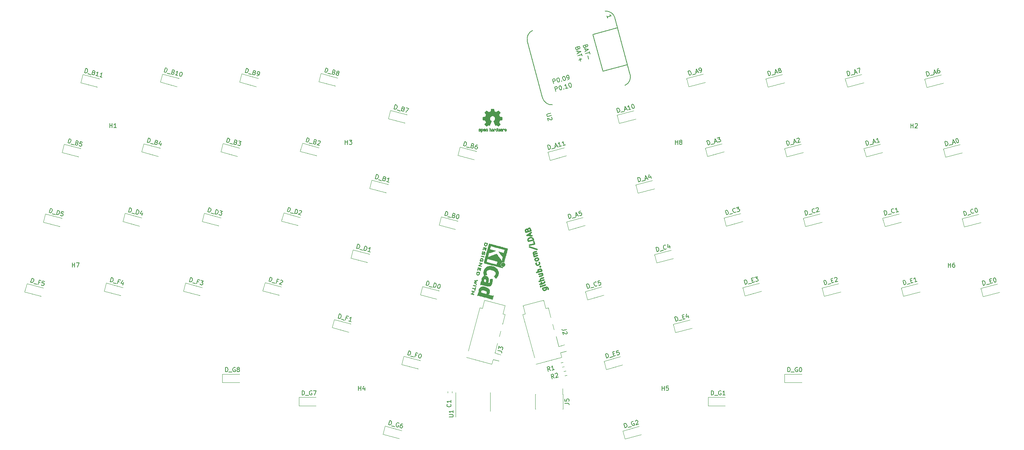
<source format=gto>
G04 #@! TF.GenerationSoftware,KiCad,Pcbnew,7.0.9-7.0.9~ubuntu22.04.1*
G04 #@! TF.CreationDate,2023-12-21T13:29:14+01:00*
G04 #@! TF.ProjectId,ergo56,6572676f-3536-42e6-9b69-6361645f7063,0.1*
G04 #@! TF.SameCoordinates,Original*
G04 #@! TF.FileFunction,Legend,Top*
G04 #@! TF.FilePolarity,Positive*
%FSLAX46Y46*%
G04 Gerber Fmt 4.6, Leading zero omitted, Abs format (unit mm)*
G04 Created by KiCad (PCBNEW 7.0.9-7.0.9~ubuntu22.04.1) date 2023-12-21 13:29:14*
%MOMM*%
%LPD*%
G01*
G04 APERTURE LIST*
%ADD10C,0.300000*%
%ADD11C,0.150000*%
%ADD12C,0.120000*%
%ADD13C,0.010000*%
%ADD14C,1.500000*%
%ADD15C,3.500000*%
%ADD16R,0.740000X2.400000*%
%ADD17C,1.700000*%
%ADD18C,3.400000*%
G04 APERTURE END LIST*
D10*
X155226306Y-96512823D02*
X156164634Y-96261399D01*
X156164634Y-96261399D02*
X156289815Y-96287015D01*
X156289815Y-96287015D02*
X156359800Y-96327421D01*
X156359800Y-96327421D02*
X156444575Y-96423023D01*
X156444575Y-96423023D02*
X156488944Y-96588611D01*
X156488944Y-96588611D02*
X156463328Y-96713792D01*
X155943850Y-96320558D02*
X156028626Y-96416159D01*
X156028626Y-96416159D02*
X156087784Y-96636942D01*
X156087784Y-96636942D02*
X156062168Y-96762124D01*
X156062168Y-96762124D02*
X156021762Y-96832109D01*
X156021762Y-96832109D02*
X155926160Y-96916884D01*
X155926160Y-96916884D02*
X155594985Y-97005622D01*
X155594985Y-97005622D02*
X155469804Y-96980006D01*
X155469804Y-96980006D02*
X155399819Y-96939600D01*
X155399819Y-96939600D02*
X155315044Y-96843998D01*
X155315044Y-96843998D02*
X155255885Y-96623215D01*
X155255885Y-96623215D02*
X155281501Y-96498033D01*
X155851150Y-95753811D02*
X155078409Y-95960866D01*
X154692039Y-96064393D02*
X154762024Y-96104800D01*
X154762024Y-96104800D02*
X154802430Y-96034814D01*
X154802430Y-96034814D02*
X154732445Y-95994408D01*
X154732445Y-95994408D02*
X154692039Y-96064393D01*
X154692039Y-96064393D02*
X154802430Y-96034814D01*
X154974881Y-95574495D02*
X154856564Y-95132929D01*
X154544142Y-95512435D02*
X155537666Y-95246221D01*
X155537666Y-95246221D02*
X155633268Y-95161446D01*
X155633268Y-95161446D02*
X155658884Y-95036265D01*
X155658884Y-95036265D02*
X155629305Y-94925874D01*
X155525777Y-94539504D02*
X154366666Y-94850087D01*
X155392670Y-94042742D02*
X154785517Y-94205428D01*
X154785517Y-94205428D02*
X154689915Y-94290203D01*
X154689915Y-94290203D02*
X154664299Y-94415384D01*
X154664299Y-94415384D02*
X154708668Y-94580972D01*
X154708668Y-94580972D02*
X154793443Y-94676573D01*
X154793443Y-94676573D02*
X154863428Y-94716980D01*
X154338926Y-93201078D02*
X155111667Y-92994023D01*
X154472033Y-93697840D02*
X155079186Y-93535153D01*
X155079186Y-93535153D02*
X155174788Y-93450378D01*
X155174788Y-93450378D02*
X155200405Y-93325197D01*
X155200405Y-93325197D02*
X155156036Y-93159610D01*
X155156036Y-93159610D02*
X155071261Y-93064008D01*
X155071261Y-93064008D02*
X155001275Y-93023602D01*
X154963770Y-92442065D02*
X153804659Y-92752648D01*
X154246225Y-92634331D02*
X154161450Y-92538729D01*
X154161450Y-92538729D02*
X154102292Y-92317946D01*
X154102292Y-92317946D02*
X154127908Y-92192765D01*
X154127908Y-92192765D02*
X154168314Y-92122779D01*
X154168314Y-92122779D02*
X154263916Y-92038004D01*
X154263916Y-92038004D02*
X154595091Y-91949266D01*
X154595091Y-91949266D02*
X154720272Y-91974883D01*
X154720272Y-91974883D02*
X154790257Y-92015289D01*
X154790257Y-92015289D02*
X154875032Y-92110891D01*
X154875032Y-92110891D02*
X154934191Y-92331674D01*
X154934191Y-92331674D02*
X154908574Y-92456855D01*
X154572375Y-91422925D02*
X154612781Y-91352940D01*
X154612781Y-91352940D02*
X154682767Y-91393346D01*
X154682767Y-91393346D02*
X154642361Y-91463331D01*
X154642361Y-91463331D02*
X154572375Y-91422925D01*
X154572375Y-91422925D02*
X154682767Y-91393346D01*
X154346567Y-90359416D02*
X154431342Y-90455018D01*
X154431342Y-90455018D02*
X154490501Y-90675801D01*
X154490501Y-90675801D02*
X154464885Y-90800982D01*
X154464885Y-90800982D02*
X154424479Y-90870967D01*
X154424479Y-90870967D02*
X154328877Y-90955742D01*
X154328877Y-90955742D02*
X153997702Y-91044480D01*
X153997702Y-91044480D02*
X153872521Y-91018864D01*
X153872521Y-91018864D02*
X153802535Y-90978458D01*
X153802535Y-90978458D02*
X153717760Y-90882856D01*
X153717760Y-90882856D02*
X153658602Y-90662073D01*
X153658602Y-90662073D02*
X153684218Y-90536892D01*
X154224287Y-89682277D02*
X154198671Y-89807459D01*
X154198671Y-89807459D02*
X154158265Y-89877444D01*
X154158265Y-89877444D02*
X154062663Y-89962219D01*
X154062663Y-89962219D02*
X153731488Y-90050957D01*
X153731488Y-90050957D02*
X153606307Y-90025341D01*
X153606307Y-90025341D02*
X153536322Y-89984935D01*
X153536322Y-89984935D02*
X153451547Y-89889333D01*
X153451547Y-89889333D02*
X153407178Y-89723745D01*
X153407178Y-89723745D02*
X153432794Y-89598564D01*
X153432794Y-89598564D02*
X153473200Y-89528579D01*
X153473200Y-89528579D02*
X153568802Y-89443804D01*
X153568802Y-89443804D02*
X153899977Y-89355066D01*
X153899977Y-89355066D02*
X154025158Y-89380682D01*
X154025158Y-89380682D02*
X154095143Y-89421088D01*
X154095143Y-89421088D02*
X154179918Y-89516690D01*
X154179918Y-89516690D02*
X154224287Y-89682277D01*
X153987653Y-88799146D02*
X153214912Y-89006201D01*
X153325304Y-88976621D02*
X153255318Y-88936215D01*
X153255318Y-88936215D02*
X153170543Y-88840614D01*
X153170543Y-88840614D02*
X153126174Y-88675026D01*
X153126174Y-88675026D02*
X153151791Y-88549845D01*
X153151791Y-88549845D02*
X153247393Y-88465070D01*
X153247393Y-88465070D02*
X153854546Y-88302384D01*
X153247393Y-88465070D02*
X153122211Y-88439454D01*
X153122211Y-88439454D02*
X153037436Y-88343852D01*
X153037436Y-88343852D02*
X152993067Y-88178264D01*
X152993067Y-88178264D02*
X153018684Y-88053083D01*
X153018684Y-88053083D02*
X153114286Y-87968308D01*
X153114286Y-87968308D02*
X153721439Y-87805622D01*
X152137391Y-86751100D02*
X153893890Y-87345303D01*
X153100273Y-85487400D02*
X153248170Y-86039357D01*
X153248170Y-86039357D02*
X152089059Y-86349940D01*
X152996745Y-85101029D02*
X151837634Y-85411612D01*
X151837634Y-85411612D02*
X151763686Y-85135633D01*
X151763686Y-85135633D02*
X151774513Y-84955256D01*
X151774513Y-84955256D02*
X151855325Y-84815285D01*
X151855325Y-84815285D02*
X151950927Y-84730510D01*
X151950927Y-84730510D02*
X152156920Y-84616156D01*
X152156920Y-84616156D02*
X152322508Y-84571787D01*
X152322508Y-84571787D02*
X152558080Y-84567824D01*
X152558080Y-84567824D02*
X152683262Y-84593440D01*
X152683262Y-84593440D02*
X152823232Y-84674253D01*
X152823232Y-84674253D02*
X152922797Y-84825050D01*
X152922797Y-84825050D02*
X152996745Y-85101029D01*
X152369778Y-84085852D02*
X152221881Y-83533894D01*
X152730532Y-84107505D02*
X151467893Y-84031718D01*
X151467893Y-84031718D02*
X152523476Y-83334765D01*
X151709268Y-82724711D02*
X151720095Y-82544334D01*
X151720095Y-82544334D02*
X151760501Y-82474348D01*
X151760501Y-82474348D02*
X151856103Y-82389573D01*
X151856103Y-82389573D02*
X152021690Y-82345204D01*
X152021690Y-82345204D02*
X152146871Y-82370821D01*
X152146871Y-82370821D02*
X152216857Y-82411227D01*
X152216857Y-82411227D02*
X152301632Y-82506829D01*
X152301632Y-82506829D02*
X152419949Y-82948395D01*
X152419949Y-82948395D02*
X151260838Y-83258978D01*
X151260838Y-83258978D02*
X151157310Y-82872607D01*
X151157310Y-82872607D02*
X151182927Y-82747426D01*
X151182927Y-82747426D02*
X151223333Y-82677441D01*
X151223333Y-82677441D02*
X151318935Y-82592666D01*
X151318935Y-82592666D02*
X151429326Y-82563086D01*
X151429326Y-82563086D02*
X151554507Y-82588703D01*
X151554507Y-82588703D02*
X151624493Y-82629109D01*
X151624493Y-82629109D02*
X151709268Y-82724711D01*
X151709268Y-82724711D02*
X151812795Y-83111081D01*
D11*
X170204316Y-112907162D02*
X169945497Y-111941236D01*
X169945497Y-111941236D02*
X170175479Y-111879612D01*
X170175479Y-111879612D02*
X170325793Y-111888635D01*
X170325793Y-111888635D02*
X170442435Y-111955978D01*
X170442435Y-111955978D02*
X170513081Y-112035646D01*
X170513081Y-112035646D02*
X170608377Y-112207307D01*
X170608377Y-112207307D02*
X170645351Y-112345297D01*
X170645351Y-112345297D02*
X170648653Y-112541607D01*
X170648653Y-112541607D02*
X170627306Y-112645925D01*
X170627306Y-112645925D02*
X170559963Y-112762567D01*
X170559963Y-112762567D02*
X170434298Y-112845538D01*
X170434298Y-112845538D02*
X170204316Y-112907162D01*
X170964909Y-112801959D02*
X171700852Y-112604764D01*
X171770613Y-111945186D02*
X172092589Y-111858913D01*
X172366150Y-112327900D02*
X171906185Y-112451147D01*
X171906185Y-112451147D02*
X171647366Y-111485221D01*
X171647366Y-111485221D02*
X172107331Y-111361974D01*
X172981264Y-111127804D02*
X172521299Y-111251052D01*
X172521299Y-111251052D02*
X172598550Y-111723341D01*
X172598550Y-111723341D02*
X172632222Y-111665020D01*
X172632222Y-111665020D02*
X172711890Y-111594374D01*
X172711890Y-111594374D02*
X172941872Y-111532750D01*
X172941872Y-111532750D02*
X173046190Y-111554097D01*
X173046190Y-111554097D02*
X173104511Y-111587769D01*
X173104511Y-111587769D02*
X173175157Y-111667437D01*
X173175157Y-111667437D02*
X173236781Y-111897420D01*
X173236781Y-111897420D02*
X173215433Y-112001737D01*
X173215433Y-112001737D02*
X173181762Y-112060059D01*
X173181762Y-112060059D02*
X173102094Y-112130704D01*
X173102094Y-112130704D02*
X172872111Y-112192328D01*
X172872111Y-112192328D02*
X172767794Y-112170981D01*
X172767794Y-112170981D02*
X172709472Y-112137309D01*
X202826528Y-95561622D02*
X202567709Y-94595696D01*
X202567709Y-94595696D02*
X202797691Y-94534072D01*
X202797691Y-94534072D02*
X202948005Y-94543095D01*
X202948005Y-94543095D02*
X203064647Y-94610438D01*
X203064647Y-94610438D02*
X203135293Y-94690106D01*
X203135293Y-94690106D02*
X203230589Y-94861767D01*
X203230589Y-94861767D02*
X203267563Y-94999757D01*
X203267563Y-94999757D02*
X203270865Y-95196067D01*
X203270865Y-95196067D02*
X203249518Y-95300385D01*
X203249518Y-95300385D02*
X203182175Y-95417027D01*
X203182175Y-95417027D02*
X203056510Y-95499998D01*
X203056510Y-95499998D02*
X202826528Y-95561622D01*
X203587121Y-95456419D02*
X204323064Y-95259224D01*
X204392825Y-94599646D02*
X204714801Y-94513373D01*
X204988362Y-94982360D02*
X204528397Y-95105607D01*
X204528397Y-95105607D02*
X204269578Y-94139681D01*
X204269578Y-94139681D02*
X204729543Y-94016434D01*
X205051518Y-93930161D02*
X205649472Y-93769940D01*
X205649472Y-93769940D02*
X205426095Y-94224185D01*
X205426095Y-94224185D02*
X205564084Y-94187210D01*
X205564084Y-94187210D02*
X205668402Y-94208557D01*
X205668402Y-94208557D02*
X205726723Y-94242229D01*
X205726723Y-94242229D02*
X205797369Y-94321897D01*
X205797369Y-94321897D02*
X205858993Y-94551880D01*
X205858993Y-94551880D02*
X205837645Y-94656197D01*
X205837645Y-94656197D02*
X205803974Y-94714519D01*
X205803974Y-94714519D02*
X205724306Y-94785164D01*
X205724306Y-94785164D02*
X205448327Y-94859113D01*
X205448327Y-94859113D02*
X205344009Y-94837766D01*
X205344009Y-94837766D02*
X205285688Y-94804094D01*
X221487267Y-95657773D02*
X221228448Y-94691847D01*
X221228448Y-94691847D02*
X221458430Y-94630223D01*
X221458430Y-94630223D02*
X221608744Y-94639246D01*
X221608744Y-94639246D02*
X221725386Y-94706589D01*
X221725386Y-94706589D02*
X221796032Y-94786257D01*
X221796032Y-94786257D02*
X221891328Y-94957918D01*
X221891328Y-94957918D02*
X221928302Y-95095908D01*
X221928302Y-95095908D02*
X221931604Y-95292218D01*
X221931604Y-95292218D02*
X221910257Y-95396536D01*
X221910257Y-95396536D02*
X221842914Y-95513178D01*
X221842914Y-95513178D02*
X221717249Y-95596149D01*
X221717249Y-95596149D02*
X221487267Y-95657773D01*
X222247860Y-95552570D02*
X222983803Y-95355375D01*
X223053564Y-94695797D02*
X223375540Y-94609524D01*
X223649101Y-95078511D02*
X223189136Y-95201758D01*
X223189136Y-95201758D02*
X222930317Y-94235832D01*
X222930317Y-94235832D02*
X223390282Y-94112585D01*
X223782903Y-94105980D02*
X223816575Y-94047659D01*
X223816575Y-94047659D02*
X223896243Y-93977013D01*
X223896243Y-93977013D02*
X224126225Y-93915390D01*
X224126225Y-93915390D02*
X224230543Y-93936737D01*
X224230543Y-93936737D02*
X224288864Y-93970408D01*
X224288864Y-93970408D02*
X224359510Y-94050077D01*
X224359510Y-94050077D02*
X224384160Y-94142070D01*
X224384160Y-94142070D02*
X224375137Y-94292384D01*
X224375137Y-94292384D02*
X223971076Y-94992238D01*
X223971076Y-94992238D02*
X224569030Y-94832017D01*
X240124086Y-95664681D02*
X239865267Y-94698755D01*
X239865267Y-94698755D02*
X240095249Y-94637131D01*
X240095249Y-94637131D02*
X240245563Y-94646154D01*
X240245563Y-94646154D02*
X240362205Y-94713497D01*
X240362205Y-94713497D02*
X240432851Y-94793165D01*
X240432851Y-94793165D02*
X240528147Y-94964826D01*
X240528147Y-94964826D02*
X240565121Y-95102816D01*
X240565121Y-95102816D02*
X240568423Y-95299126D01*
X240568423Y-95299126D02*
X240547076Y-95403444D01*
X240547076Y-95403444D02*
X240479733Y-95520086D01*
X240479733Y-95520086D02*
X240354068Y-95603057D01*
X240354068Y-95603057D02*
X240124086Y-95664681D01*
X240884679Y-95559478D02*
X241620622Y-95362283D01*
X241690383Y-94702705D02*
X242012359Y-94616432D01*
X242285920Y-95085419D02*
X241825955Y-95208666D01*
X241825955Y-95208666D02*
X241567136Y-94242740D01*
X241567136Y-94242740D02*
X242027101Y-94119493D01*
X243205849Y-94838925D02*
X242653892Y-94986821D01*
X242929871Y-94912873D02*
X242671052Y-93946947D01*
X242671052Y-93946947D02*
X242616033Y-94109586D01*
X242616033Y-94109586D02*
X242548689Y-94226228D01*
X242548689Y-94226228D02*
X242469021Y-94296874D01*
X258784822Y-95760819D02*
X258526003Y-94794893D01*
X258526003Y-94794893D02*
X258755985Y-94733269D01*
X258755985Y-94733269D02*
X258906299Y-94742292D01*
X258906299Y-94742292D02*
X259022941Y-94809635D01*
X259022941Y-94809635D02*
X259093587Y-94889303D01*
X259093587Y-94889303D02*
X259188883Y-95060964D01*
X259188883Y-95060964D02*
X259225857Y-95198954D01*
X259225857Y-95198954D02*
X259229159Y-95395264D01*
X259229159Y-95395264D02*
X259207812Y-95499582D01*
X259207812Y-95499582D02*
X259140469Y-95616224D01*
X259140469Y-95616224D02*
X259014804Y-95699195D01*
X259014804Y-95699195D02*
X258784822Y-95760819D01*
X259545415Y-95655616D02*
X260281358Y-95458421D01*
X260351119Y-94798843D02*
X260673095Y-94712570D01*
X260946656Y-95181557D02*
X260486691Y-95304804D01*
X260486691Y-95304804D02*
X260227872Y-94338878D01*
X260227872Y-94338878D02*
X260687837Y-94215631D01*
X261285791Y-94055410D02*
X261377784Y-94030760D01*
X261377784Y-94030760D02*
X261482102Y-94052107D01*
X261482102Y-94052107D02*
X261540423Y-94085779D01*
X261540423Y-94085779D02*
X261611069Y-94165447D01*
X261611069Y-94165447D02*
X261706364Y-94337108D01*
X261706364Y-94337108D02*
X261767988Y-94567091D01*
X261767988Y-94567091D02*
X261771290Y-94763401D01*
X261771290Y-94763401D02*
X261749943Y-94867719D01*
X261749943Y-94867719D02*
X261716271Y-94926040D01*
X261716271Y-94926040D02*
X261636603Y-94996686D01*
X261636603Y-94996686D02*
X261544610Y-95021336D01*
X261544610Y-95021336D02*
X261440292Y-94999989D01*
X261440292Y-94999989D02*
X261381971Y-94966317D01*
X261381971Y-94966317D02*
X261311325Y-94886649D01*
X261311325Y-94886649D02*
X261216030Y-94714987D01*
X261216030Y-94714987D02*
X261154406Y-94485005D01*
X261154406Y-94485005D02*
X261151104Y-94288694D01*
X261151104Y-94288694D02*
X261172451Y-94184377D01*
X261172451Y-94184377D02*
X261206123Y-94126056D01*
X261206123Y-94126056D02*
X261285791Y-94055410D01*
X39203353Y-78623042D02*
X39462172Y-77657116D01*
X39462172Y-77657116D02*
X39692154Y-77718739D01*
X39692154Y-77718739D02*
X39817819Y-77801710D01*
X39817819Y-77801710D02*
X39885162Y-77918352D01*
X39885162Y-77918352D02*
X39906509Y-78022670D01*
X39906509Y-78022670D02*
X39903207Y-78218981D01*
X39903207Y-78218981D02*
X39866233Y-78356970D01*
X39866233Y-78356970D02*
X39770937Y-78528631D01*
X39770937Y-78528631D02*
X39700291Y-78608299D01*
X39700291Y-78608299D02*
X39583649Y-78675643D01*
X39583649Y-78675643D02*
X39433335Y-78684665D01*
X39433335Y-78684665D02*
X39203353Y-78623042D01*
X39914647Y-78912230D02*
X40650590Y-79109425D01*
X40905222Y-79079056D02*
X41164041Y-78113130D01*
X41164041Y-78113130D02*
X41394024Y-78174754D01*
X41394024Y-78174754D02*
X41519688Y-78257725D01*
X41519688Y-78257725D02*
X41587032Y-78374367D01*
X41587032Y-78374367D02*
X41608379Y-78478685D01*
X41608379Y-78478685D02*
X41605076Y-78674995D01*
X41605076Y-78674995D02*
X41568102Y-78812985D01*
X41568102Y-78812985D02*
X41472807Y-78984646D01*
X41472807Y-78984646D02*
X41402161Y-79064314D01*
X41402161Y-79064314D02*
X41285519Y-79131657D01*
X41285519Y-79131657D02*
X41135205Y-79140680D01*
X41135205Y-79140680D02*
X40905222Y-79079056D01*
X42589932Y-78495197D02*
X42129967Y-78371949D01*
X42129967Y-78371949D02*
X41960723Y-78819589D01*
X41960723Y-78819589D02*
X42019045Y-78785918D01*
X42019045Y-78785918D02*
X42123362Y-78764571D01*
X42123362Y-78764571D02*
X42353345Y-78826194D01*
X42353345Y-78826194D02*
X42433013Y-78896840D01*
X42433013Y-78896840D02*
X42466685Y-78955161D01*
X42466685Y-78955161D02*
X42488032Y-79059479D01*
X42488032Y-79059479D02*
X42426408Y-79289461D01*
X42426408Y-79289461D02*
X42355762Y-79369129D01*
X42355762Y-79369129D02*
X42297441Y-79402801D01*
X42297441Y-79402801D02*
X42193123Y-79424148D01*
X42193123Y-79424148D02*
X41963141Y-79362525D01*
X41963141Y-79362525D02*
X41883473Y-79291879D01*
X41883473Y-79291879D02*
X41849801Y-79233558D01*
X57875224Y-78485359D02*
X58134043Y-77519433D01*
X58134043Y-77519433D02*
X58364025Y-77581056D01*
X58364025Y-77581056D02*
X58489690Y-77664027D01*
X58489690Y-77664027D02*
X58557033Y-77780669D01*
X58557033Y-77780669D02*
X58578380Y-77884987D01*
X58578380Y-77884987D02*
X58575078Y-78081298D01*
X58575078Y-78081298D02*
X58538104Y-78219287D01*
X58538104Y-78219287D02*
X58442808Y-78390948D01*
X58442808Y-78390948D02*
X58372162Y-78470616D01*
X58372162Y-78470616D02*
X58255520Y-78537960D01*
X58255520Y-78537960D02*
X58105206Y-78546982D01*
X58105206Y-78546982D02*
X57875224Y-78485359D01*
X58586518Y-78774547D02*
X59322461Y-78971742D01*
X59577093Y-78941373D02*
X59835912Y-77975447D01*
X59835912Y-77975447D02*
X60065895Y-78037071D01*
X60065895Y-78037071D02*
X60191559Y-78120042D01*
X60191559Y-78120042D02*
X60258903Y-78236684D01*
X60258903Y-78236684D02*
X60280250Y-78341002D01*
X60280250Y-78341002D02*
X60276947Y-78537312D01*
X60276947Y-78537312D02*
X60239973Y-78675302D01*
X60239973Y-78675302D02*
X60144678Y-78846963D01*
X60144678Y-78846963D02*
X60074032Y-78926631D01*
X60074032Y-78926631D02*
X59957390Y-78993974D01*
X59957390Y-78993974D02*
X59807076Y-79002997D01*
X59807076Y-79002997D02*
X59577093Y-78941373D01*
X61129533Y-78667164D02*
X60956987Y-79311115D01*
X60998149Y-78237569D02*
X60583296Y-78865892D01*
X60583296Y-78865892D02*
X61181250Y-79026114D01*
X76511931Y-78478864D02*
X76770750Y-77512938D01*
X76770750Y-77512938D02*
X77000732Y-77574561D01*
X77000732Y-77574561D02*
X77126397Y-77657532D01*
X77126397Y-77657532D02*
X77193740Y-77774174D01*
X77193740Y-77774174D02*
X77215087Y-77878492D01*
X77215087Y-77878492D02*
X77211785Y-78074803D01*
X77211785Y-78074803D02*
X77174811Y-78212792D01*
X77174811Y-78212792D02*
X77079515Y-78384453D01*
X77079515Y-78384453D02*
X77008869Y-78464121D01*
X77008869Y-78464121D02*
X76892227Y-78531465D01*
X76892227Y-78531465D02*
X76741913Y-78540487D01*
X76741913Y-78540487D02*
X76511931Y-78478864D01*
X77223225Y-78768052D02*
X77959168Y-78965247D01*
X78213800Y-78934878D02*
X78472619Y-77968952D01*
X78472619Y-77968952D02*
X78702602Y-78030576D01*
X78702602Y-78030576D02*
X78828266Y-78113547D01*
X78828266Y-78113547D02*
X78895610Y-78230189D01*
X78895610Y-78230189D02*
X78916957Y-78334507D01*
X78916957Y-78334507D02*
X78913654Y-78530817D01*
X78913654Y-78530817D02*
X78876680Y-78668807D01*
X78876680Y-78668807D02*
X78781385Y-78840468D01*
X78781385Y-78840468D02*
X78710739Y-78920136D01*
X78710739Y-78920136D02*
X78594097Y-78987479D01*
X78594097Y-78987479D02*
X78443783Y-78996502D01*
X78443783Y-78996502D02*
X78213800Y-78934878D01*
X79346552Y-78203122D02*
X79944506Y-78363343D01*
X79944506Y-78363343D02*
X79523933Y-78645042D01*
X79523933Y-78645042D02*
X79661923Y-78682016D01*
X79661923Y-78682016D02*
X79741591Y-78752662D01*
X79741591Y-78752662D02*
X79775263Y-78810983D01*
X79775263Y-78810983D02*
X79796610Y-78915301D01*
X79796610Y-78915301D02*
X79734986Y-79145283D01*
X79734986Y-79145283D02*
X79664340Y-79224951D01*
X79664340Y-79224951D02*
X79606019Y-79258623D01*
X79606019Y-79258623D02*
X79501701Y-79279970D01*
X79501701Y-79279970D02*
X79225722Y-79206022D01*
X79225722Y-79206022D02*
X79146054Y-79135376D01*
X79146054Y-79135376D02*
X79112382Y-79077055D01*
X95172676Y-78382710D02*
X95431495Y-77416784D01*
X95431495Y-77416784D02*
X95661477Y-77478407D01*
X95661477Y-77478407D02*
X95787142Y-77561378D01*
X95787142Y-77561378D02*
X95854485Y-77678020D01*
X95854485Y-77678020D02*
X95875832Y-77782338D01*
X95875832Y-77782338D02*
X95872530Y-77978649D01*
X95872530Y-77978649D02*
X95835556Y-78116638D01*
X95835556Y-78116638D02*
X95740260Y-78288299D01*
X95740260Y-78288299D02*
X95669614Y-78367967D01*
X95669614Y-78367967D02*
X95552972Y-78435311D01*
X95552972Y-78435311D02*
X95402658Y-78444333D01*
X95402658Y-78444333D02*
X95172676Y-78382710D01*
X95883970Y-78671898D02*
X96619913Y-78869093D01*
X96874545Y-78838724D02*
X97133364Y-77872798D01*
X97133364Y-77872798D02*
X97363347Y-77934422D01*
X97363347Y-77934422D02*
X97489011Y-78017393D01*
X97489011Y-78017393D02*
X97556355Y-78134035D01*
X97556355Y-78134035D02*
X97577702Y-78238353D01*
X97577702Y-78238353D02*
X97574399Y-78434663D01*
X97574399Y-78434663D02*
X97537425Y-78572653D01*
X97537425Y-78572653D02*
X97442130Y-78744314D01*
X97442130Y-78744314D02*
X97371484Y-78823982D01*
X97371484Y-78823982D02*
X97254842Y-78891325D01*
X97254842Y-78891325D02*
X97104528Y-78900348D01*
X97104528Y-78900348D02*
X96874545Y-78838724D01*
X98028644Y-78211286D02*
X98086965Y-78177614D01*
X98086965Y-78177614D02*
X98191283Y-78156267D01*
X98191283Y-78156267D02*
X98421265Y-78217890D01*
X98421265Y-78217890D02*
X98500934Y-78288536D01*
X98500934Y-78288536D02*
X98534605Y-78346857D01*
X98534605Y-78346857D02*
X98555952Y-78451175D01*
X98555952Y-78451175D02*
X98531303Y-78543168D01*
X98531303Y-78543168D02*
X98448332Y-78668833D01*
X98448332Y-78668833D02*
X97748478Y-79072894D01*
X97748478Y-79072894D02*
X98346432Y-79233115D01*
X111483777Y-87055484D02*
X111742596Y-86089558D01*
X111742596Y-86089558D02*
X111972578Y-86151181D01*
X111972578Y-86151181D02*
X112098243Y-86234152D01*
X112098243Y-86234152D02*
X112165586Y-86350794D01*
X112165586Y-86350794D02*
X112186933Y-86455112D01*
X112186933Y-86455112D02*
X112183631Y-86651423D01*
X112183631Y-86651423D02*
X112146657Y-86789412D01*
X112146657Y-86789412D02*
X112051361Y-86961073D01*
X112051361Y-86961073D02*
X111980715Y-87040741D01*
X111980715Y-87040741D02*
X111864073Y-87108085D01*
X111864073Y-87108085D02*
X111713759Y-87117107D01*
X111713759Y-87117107D02*
X111483777Y-87055484D01*
X112195071Y-87344672D02*
X112931014Y-87541867D01*
X113185646Y-87511498D02*
X113444465Y-86545572D01*
X113444465Y-86545572D02*
X113674448Y-86607196D01*
X113674448Y-86607196D02*
X113800112Y-86690167D01*
X113800112Y-86690167D02*
X113867456Y-86806809D01*
X113867456Y-86806809D02*
X113888803Y-86911127D01*
X113888803Y-86911127D02*
X113885500Y-87107437D01*
X113885500Y-87107437D02*
X113848526Y-87245427D01*
X113848526Y-87245427D02*
X113753231Y-87417088D01*
X113753231Y-87417088D02*
X113682585Y-87496756D01*
X113682585Y-87496756D02*
X113565943Y-87564099D01*
X113565943Y-87564099D02*
X113415629Y-87573122D01*
X113415629Y-87573122D02*
X113185646Y-87511498D01*
X114657533Y-87905889D02*
X114105576Y-87757992D01*
X114381554Y-87831941D02*
X114640373Y-86866015D01*
X114640373Y-86866015D02*
X114511406Y-86979355D01*
X114511406Y-86979355D02*
X114394764Y-87046698D01*
X114394764Y-87046698D02*
X114290446Y-87068045D01*
X127794882Y-95728264D02*
X128053701Y-94762338D01*
X128053701Y-94762338D02*
X128283683Y-94823961D01*
X128283683Y-94823961D02*
X128409348Y-94906932D01*
X128409348Y-94906932D02*
X128476691Y-95023574D01*
X128476691Y-95023574D02*
X128498038Y-95127892D01*
X128498038Y-95127892D02*
X128494736Y-95324203D01*
X128494736Y-95324203D02*
X128457762Y-95462192D01*
X128457762Y-95462192D02*
X128362466Y-95633853D01*
X128362466Y-95633853D02*
X128291820Y-95713521D01*
X128291820Y-95713521D02*
X128175178Y-95780865D01*
X128175178Y-95780865D02*
X128024864Y-95789887D01*
X128024864Y-95789887D02*
X127794882Y-95728264D01*
X128506176Y-96017452D02*
X129242119Y-96214647D01*
X129496751Y-96184278D02*
X129755570Y-95218352D01*
X129755570Y-95218352D02*
X129985553Y-95279976D01*
X129985553Y-95279976D02*
X130111217Y-95362947D01*
X130111217Y-95362947D02*
X130178561Y-95479589D01*
X130178561Y-95479589D02*
X130199908Y-95583907D01*
X130199908Y-95583907D02*
X130196605Y-95780217D01*
X130196605Y-95780217D02*
X130159631Y-95918207D01*
X130159631Y-95918207D02*
X130064336Y-96089868D01*
X130064336Y-96089868D02*
X129993690Y-96169536D01*
X129993690Y-96169536D02*
X129877048Y-96236879D01*
X129877048Y-96236879D02*
X129726734Y-96245902D01*
X129726734Y-96245902D02*
X129496751Y-96184278D01*
X130905482Y-95526470D02*
X130997475Y-95551120D01*
X130997475Y-95551120D02*
X131077143Y-95621766D01*
X131077143Y-95621766D02*
X131110815Y-95680087D01*
X131110815Y-95680087D02*
X131132162Y-95784404D01*
X131132162Y-95784404D02*
X131128859Y-95980715D01*
X131128859Y-95980715D02*
X131067236Y-96210697D01*
X131067236Y-96210697D02*
X130971941Y-96382358D01*
X130971941Y-96382358D02*
X130901295Y-96462027D01*
X130901295Y-96462027D02*
X130842973Y-96495698D01*
X130842973Y-96495698D02*
X130738656Y-96517045D01*
X130738656Y-96517045D02*
X130646663Y-96492396D01*
X130646663Y-96492396D02*
X130566995Y-96421750D01*
X130566995Y-96421750D02*
X130533323Y-96363429D01*
X130533323Y-96363429D02*
X130511976Y-96259111D01*
X130511976Y-96259111D02*
X130515278Y-96062801D01*
X130515278Y-96062801D02*
X130576902Y-95832818D01*
X130576902Y-95832818D02*
X130672197Y-95661157D01*
X130672197Y-95661157D02*
X130742843Y-95581489D01*
X130742843Y-95581489D02*
X130801164Y-95547817D01*
X130801164Y-95547817D02*
X130905482Y-95526470D01*
X165758384Y-96498740D02*
X165499565Y-95532815D01*
X165499565Y-95532815D02*
X165729548Y-95471191D01*
X165729548Y-95471191D02*
X165879862Y-95480213D01*
X165879862Y-95480213D02*
X165996504Y-95547557D01*
X165996504Y-95547557D02*
X166067150Y-95627225D01*
X166067150Y-95627225D02*
X166162445Y-95798886D01*
X166162445Y-95798886D02*
X166199419Y-95936876D01*
X166199419Y-95936876D02*
X166202722Y-96133186D01*
X166202722Y-96133186D02*
X166181375Y-96237504D01*
X166181375Y-96237504D02*
X166114031Y-96354146D01*
X166114031Y-96354146D02*
X165988367Y-96437117D01*
X165988367Y-96437117D02*
X165758384Y-96498740D01*
X166518977Y-96393538D02*
X167254921Y-96196342D01*
X167987562Y-95802836D02*
X167953890Y-95861157D01*
X167953890Y-95861157D02*
X167828226Y-95944128D01*
X167828226Y-95944128D02*
X167736233Y-95968777D01*
X167736233Y-95968777D02*
X167585919Y-95959755D01*
X167585919Y-95959755D02*
X167469276Y-95892412D01*
X167469276Y-95892412D02*
X167398630Y-95812743D01*
X167398630Y-95812743D02*
X167303335Y-95641082D01*
X167303335Y-95641082D02*
X167266361Y-95503093D01*
X167266361Y-95503093D02*
X167263058Y-95306782D01*
X167263058Y-95306782D02*
X167284405Y-95202465D01*
X167284405Y-95202465D02*
X167351749Y-95085822D01*
X167351749Y-95085822D02*
X167477414Y-95002852D01*
X167477414Y-95002852D02*
X167569407Y-94978202D01*
X167569407Y-94978202D02*
X167719721Y-94987225D01*
X167719721Y-94987225D02*
X167778042Y-95020896D01*
X168627325Y-94694734D02*
X168167361Y-94817981D01*
X168167361Y-94817981D02*
X168244611Y-95290270D01*
X168244611Y-95290270D02*
X168278283Y-95231949D01*
X168278283Y-95231949D02*
X168357951Y-95161303D01*
X168357951Y-95161303D02*
X168587934Y-95099680D01*
X168587934Y-95099680D02*
X168692251Y-95121027D01*
X168692251Y-95121027D02*
X168750572Y-95154698D01*
X168750572Y-95154698D02*
X168821218Y-95234367D01*
X168821218Y-95234367D02*
X168882842Y-95464349D01*
X168882842Y-95464349D02*
X168861495Y-95568667D01*
X168861495Y-95568667D02*
X168827823Y-95626988D01*
X168827823Y-95626988D02*
X168748155Y-95697634D01*
X168748155Y-95697634D02*
X168518173Y-95759257D01*
X168518173Y-95759257D02*
X168413855Y-95737910D01*
X168413855Y-95737910D02*
X168355534Y-95704239D01*
X182069497Y-87825975D02*
X181810678Y-86860050D01*
X181810678Y-86860050D02*
X182040661Y-86798426D01*
X182040661Y-86798426D02*
X182190975Y-86807448D01*
X182190975Y-86807448D02*
X182307617Y-86874792D01*
X182307617Y-86874792D02*
X182378263Y-86954460D01*
X182378263Y-86954460D02*
X182473558Y-87126121D01*
X182473558Y-87126121D02*
X182510532Y-87264111D01*
X182510532Y-87264111D02*
X182513835Y-87460421D01*
X182513835Y-87460421D02*
X182492488Y-87564739D01*
X182492488Y-87564739D02*
X182425144Y-87681381D01*
X182425144Y-87681381D02*
X182299480Y-87764352D01*
X182299480Y-87764352D02*
X182069497Y-87825975D01*
X182830090Y-87720773D02*
X183566034Y-87523577D01*
X184298675Y-87130071D02*
X184265003Y-87188392D01*
X184265003Y-87188392D02*
X184139339Y-87271363D01*
X184139339Y-87271363D02*
X184047346Y-87296012D01*
X184047346Y-87296012D02*
X183897032Y-87286990D01*
X183897032Y-87286990D02*
X183780389Y-87219647D01*
X183780389Y-87219647D02*
X183709743Y-87139978D01*
X183709743Y-87139978D02*
X183614448Y-86968317D01*
X183614448Y-86968317D02*
X183577474Y-86830328D01*
X183577474Y-86830328D02*
X183574171Y-86634017D01*
X183574171Y-86634017D02*
X183595518Y-86529700D01*
X183595518Y-86529700D02*
X183662862Y-86413057D01*
X183662862Y-86413057D02*
X183788527Y-86330087D01*
X183788527Y-86330087D02*
X183880520Y-86305437D01*
X183880520Y-86305437D02*
X184030834Y-86314460D01*
X184030834Y-86314460D02*
X184089155Y-86348131D01*
X184978715Y-86356269D02*
X185151261Y-87000219D01*
X184650135Y-86049921D02*
X184605023Y-86801491D01*
X184605023Y-86801491D02*
X185202977Y-86641270D01*
X198380613Y-79153197D02*
X198121794Y-78187272D01*
X198121794Y-78187272D02*
X198351777Y-78125648D01*
X198351777Y-78125648D02*
X198502091Y-78134670D01*
X198502091Y-78134670D02*
X198618733Y-78202014D01*
X198618733Y-78202014D02*
X198689379Y-78281682D01*
X198689379Y-78281682D02*
X198784674Y-78453343D01*
X198784674Y-78453343D02*
X198821648Y-78591333D01*
X198821648Y-78591333D02*
X198824951Y-78787643D01*
X198824951Y-78787643D02*
X198803604Y-78891961D01*
X198803604Y-78891961D02*
X198736260Y-79008603D01*
X198736260Y-79008603D02*
X198610596Y-79091574D01*
X198610596Y-79091574D02*
X198380613Y-79153197D01*
X199141206Y-79047995D02*
X199877150Y-78850799D01*
X200609791Y-78457293D02*
X200576119Y-78515614D01*
X200576119Y-78515614D02*
X200450455Y-78598585D01*
X200450455Y-78598585D02*
X200358462Y-78623234D01*
X200358462Y-78623234D02*
X200208148Y-78614212D01*
X200208148Y-78614212D02*
X200091505Y-78546869D01*
X200091505Y-78546869D02*
X200020859Y-78467200D01*
X200020859Y-78467200D02*
X199925564Y-78295539D01*
X199925564Y-78295539D02*
X199888590Y-78157550D01*
X199888590Y-78157550D02*
X199885287Y-77961239D01*
X199885287Y-77961239D02*
X199906634Y-77856922D01*
X199906634Y-77856922D02*
X199973978Y-77740279D01*
X199973978Y-77740279D02*
X200099643Y-77657309D01*
X200099643Y-77657309D02*
X200191636Y-77632659D01*
X200191636Y-77632659D02*
X200341950Y-77641682D01*
X200341950Y-77641682D02*
X200400271Y-77675353D01*
X200697597Y-77497087D02*
X201295551Y-77336866D01*
X201295551Y-77336866D02*
X201072173Y-77791111D01*
X201072173Y-77791111D02*
X201210163Y-77754137D01*
X201210163Y-77754137D02*
X201314480Y-77775484D01*
X201314480Y-77775484D02*
X201372801Y-77809155D01*
X201372801Y-77809155D02*
X201443447Y-77888824D01*
X201443447Y-77888824D02*
X201505071Y-78118806D01*
X201505071Y-78118806D02*
X201483724Y-78223124D01*
X201483724Y-78223124D02*
X201450052Y-78281445D01*
X201450052Y-78281445D02*
X201370384Y-78352091D01*
X201370384Y-78352091D02*
X201094405Y-78426039D01*
X201094405Y-78426039D02*
X200990087Y-78404692D01*
X200990087Y-78404692D02*
X200931766Y-78371020D01*
X217041341Y-79249345D02*
X216782522Y-78283420D01*
X216782522Y-78283420D02*
X217012505Y-78221796D01*
X217012505Y-78221796D02*
X217162819Y-78230818D01*
X217162819Y-78230818D02*
X217279461Y-78298162D01*
X217279461Y-78298162D02*
X217350107Y-78377830D01*
X217350107Y-78377830D02*
X217445402Y-78549491D01*
X217445402Y-78549491D02*
X217482376Y-78687481D01*
X217482376Y-78687481D02*
X217485679Y-78883791D01*
X217485679Y-78883791D02*
X217464332Y-78988109D01*
X217464332Y-78988109D02*
X217396988Y-79104751D01*
X217396988Y-79104751D02*
X217271324Y-79187722D01*
X217271324Y-79187722D02*
X217041341Y-79249345D01*
X217801934Y-79144143D02*
X218537878Y-78946947D01*
X219270519Y-78553441D02*
X219236847Y-78611762D01*
X219236847Y-78611762D02*
X219111183Y-78694733D01*
X219111183Y-78694733D02*
X219019190Y-78719382D01*
X219019190Y-78719382D02*
X218868876Y-78710360D01*
X218868876Y-78710360D02*
X218752233Y-78643017D01*
X218752233Y-78643017D02*
X218681587Y-78563348D01*
X218681587Y-78563348D02*
X218586292Y-78391687D01*
X218586292Y-78391687D02*
X218549318Y-78253698D01*
X218549318Y-78253698D02*
X218546015Y-78057387D01*
X218546015Y-78057387D02*
X218567362Y-77953070D01*
X218567362Y-77953070D02*
X218634706Y-77836427D01*
X218634706Y-77836427D02*
X218760371Y-77753457D01*
X218760371Y-77753457D02*
X218852364Y-77728807D01*
X218852364Y-77728807D02*
X219002678Y-77737830D01*
X219002678Y-77737830D02*
X219060999Y-77771501D01*
X219428971Y-77672904D02*
X219462642Y-77614582D01*
X219462642Y-77614582D02*
X219542311Y-77543936D01*
X219542311Y-77543936D02*
X219772293Y-77482313D01*
X219772293Y-77482313D02*
X219876611Y-77503660D01*
X219876611Y-77503660D02*
X219934932Y-77537332D01*
X219934932Y-77537332D02*
X220005578Y-77617000D01*
X220005578Y-77617000D02*
X220030227Y-77708993D01*
X220030227Y-77708993D02*
X220021205Y-77859307D01*
X220021205Y-77859307D02*
X219617144Y-78559161D01*
X219617144Y-78559161D02*
X220215098Y-78398940D01*
X235678168Y-79256243D02*
X235419349Y-78290318D01*
X235419349Y-78290318D02*
X235649332Y-78228694D01*
X235649332Y-78228694D02*
X235799646Y-78237716D01*
X235799646Y-78237716D02*
X235916288Y-78305060D01*
X235916288Y-78305060D02*
X235986934Y-78384728D01*
X235986934Y-78384728D02*
X236082229Y-78556389D01*
X236082229Y-78556389D02*
X236119203Y-78694379D01*
X236119203Y-78694379D02*
X236122506Y-78890689D01*
X236122506Y-78890689D02*
X236101159Y-78995007D01*
X236101159Y-78995007D02*
X236033815Y-79111649D01*
X236033815Y-79111649D02*
X235908151Y-79194620D01*
X235908151Y-79194620D02*
X235678168Y-79256243D01*
X236438761Y-79151041D02*
X237174705Y-78953845D01*
X237907346Y-78560339D02*
X237873674Y-78618660D01*
X237873674Y-78618660D02*
X237748010Y-78701631D01*
X237748010Y-78701631D02*
X237656017Y-78726280D01*
X237656017Y-78726280D02*
X237505703Y-78717258D01*
X237505703Y-78717258D02*
X237389060Y-78649915D01*
X237389060Y-78649915D02*
X237318414Y-78570246D01*
X237318414Y-78570246D02*
X237223119Y-78398585D01*
X237223119Y-78398585D02*
X237186145Y-78260596D01*
X237186145Y-78260596D02*
X237182842Y-78064285D01*
X237182842Y-78064285D02*
X237204189Y-77959968D01*
X237204189Y-77959968D02*
X237271533Y-77843325D01*
X237271533Y-77843325D02*
X237397198Y-77760355D01*
X237397198Y-77760355D02*
X237489191Y-77735705D01*
X237489191Y-77735705D02*
X237639505Y-77744728D01*
X237639505Y-77744728D02*
X237697826Y-77778399D01*
X238851925Y-78405838D02*
X238299967Y-78553734D01*
X238575946Y-78479786D02*
X238317127Y-77513860D01*
X238317127Y-77513860D02*
X238262108Y-77676499D01*
X238262108Y-77676499D02*
X238194765Y-77793142D01*
X238194765Y-77793142D02*
X238115096Y-77863787D01*
X254338908Y-79352396D02*
X254080089Y-78386471D01*
X254080089Y-78386471D02*
X254310072Y-78324847D01*
X254310072Y-78324847D02*
X254460386Y-78333869D01*
X254460386Y-78333869D02*
X254577028Y-78401213D01*
X254577028Y-78401213D02*
X254647674Y-78480881D01*
X254647674Y-78480881D02*
X254742969Y-78652542D01*
X254742969Y-78652542D02*
X254779943Y-78790532D01*
X254779943Y-78790532D02*
X254783246Y-78986842D01*
X254783246Y-78986842D02*
X254761899Y-79091160D01*
X254761899Y-79091160D02*
X254694555Y-79207802D01*
X254694555Y-79207802D02*
X254568891Y-79290773D01*
X254568891Y-79290773D02*
X254338908Y-79352396D01*
X255099501Y-79247194D02*
X255835445Y-79049998D01*
X256568086Y-78656492D02*
X256534414Y-78714813D01*
X256534414Y-78714813D02*
X256408750Y-78797784D01*
X256408750Y-78797784D02*
X256316757Y-78822433D01*
X256316757Y-78822433D02*
X256166443Y-78813411D01*
X256166443Y-78813411D02*
X256049800Y-78746068D01*
X256049800Y-78746068D02*
X255979154Y-78666399D01*
X255979154Y-78666399D02*
X255883859Y-78494738D01*
X255883859Y-78494738D02*
X255846885Y-78356749D01*
X255846885Y-78356749D02*
X255843582Y-78160438D01*
X255843582Y-78160438D02*
X255864929Y-78056121D01*
X255864929Y-78056121D02*
X255932273Y-77939478D01*
X255932273Y-77939478D02*
X256057938Y-77856508D01*
X256057938Y-77856508D02*
X256149931Y-77831858D01*
X256149931Y-77831858D02*
X256300245Y-77840881D01*
X256300245Y-77840881D02*
X256358566Y-77874552D01*
X256931870Y-77622338D02*
X257023863Y-77597689D01*
X257023863Y-77597689D02*
X257128181Y-77619036D01*
X257128181Y-77619036D02*
X257186502Y-77652707D01*
X257186502Y-77652707D02*
X257257148Y-77732376D01*
X257257148Y-77732376D02*
X257352443Y-77904037D01*
X257352443Y-77904037D02*
X257414067Y-78134019D01*
X257414067Y-78134019D02*
X257417369Y-78330330D01*
X257417369Y-78330330D02*
X257396022Y-78434647D01*
X257396022Y-78434647D02*
X257362351Y-78492969D01*
X257362351Y-78492969D02*
X257282682Y-78563614D01*
X257282682Y-78563614D02*
X257190690Y-78588264D01*
X257190690Y-78588264D02*
X257086372Y-78566917D01*
X257086372Y-78566917D02*
X257028051Y-78533245D01*
X257028051Y-78533245D02*
X256957405Y-78453577D01*
X256957405Y-78453577D02*
X256862109Y-78281916D01*
X256862109Y-78281916D02*
X256800486Y-78051933D01*
X256800486Y-78051933D02*
X256797183Y-77855623D01*
X256797183Y-77855623D02*
X256818531Y-77751305D01*
X256818531Y-77751305D02*
X256852202Y-77692984D01*
X256852202Y-77692984D02*
X256931870Y-77622338D01*
X43603288Y-62202313D02*
X43862107Y-61236387D01*
X43862107Y-61236387D02*
X44092089Y-61298010D01*
X44092089Y-61298010D02*
X44217754Y-61380981D01*
X44217754Y-61380981D02*
X44285097Y-61497623D01*
X44285097Y-61497623D02*
X44306444Y-61601941D01*
X44306444Y-61601941D02*
X44303142Y-61798252D01*
X44303142Y-61798252D02*
X44266168Y-61936241D01*
X44266168Y-61936241D02*
X44170872Y-62107902D01*
X44170872Y-62107902D02*
X44100226Y-62187570D01*
X44100226Y-62187570D02*
X43983584Y-62254914D01*
X43983584Y-62254914D02*
X43833270Y-62263936D01*
X43833270Y-62263936D02*
X43603288Y-62202313D01*
X44314582Y-62491501D02*
X45050525Y-62688696D01*
X45762704Y-62238639D02*
X45888369Y-62321610D01*
X45888369Y-62321610D02*
X45922041Y-62379931D01*
X45922041Y-62379931D02*
X45943388Y-62484248D01*
X45943388Y-62484248D02*
X45906414Y-62622238D01*
X45906414Y-62622238D02*
X45835768Y-62701906D01*
X45835768Y-62701906D02*
X45777447Y-62735578D01*
X45777447Y-62735578D02*
X45673129Y-62756925D01*
X45673129Y-62756925D02*
X45305157Y-62658327D01*
X45305157Y-62658327D02*
X45563976Y-61692401D01*
X45563976Y-61692401D02*
X45885951Y-61778674D01*
X45885951Y-61778674D02*
X45965620Y-61849320D01*
X45965620Y-61849320D02*
X45999291Y-61907641D01*
X45999291Y-61907641D02*
X46020638Y-62011959D01*
X46020638Y-62011959D02*
X45995989Y-62103952D01*
X45995989Y-62103952D02*
X45925343Y-62183620D01*
X45925343Y-62183620D02*
X45867022Y-62217292D01*
X45867022Y-62217292D02*
X45762704Y-62238639D01*
X45762704Y-62238639D02*
X45440729Y-62152366D01*
X46989867Y-62074468D02*
X46529902Y-61951220D01*
X46529902Y-61951220D02*
X46360658Y-62398860D01*
X46360658Y-62398860D02*
X46418980Y-62365189D01*
X46418980Y-62365189D02*
X46523297Y-62343842D01*
X46523297Y-62343842D02*
X46753280Y-62405465D01*
X46753280Y-62405465D02*
X46832948Y-62476111D01*
X46832948Y-62476111D02*
X46866620Y-62534432D01*
X46866620Y-62534432D02*
X46887967Y-62638750D01*
X46887967Y-62638750D02*
X46826343Y-62868732D01*
X46826343Y-62868732D02*
X46755697Y-62948400D01*
X46755697Y-62948400D02*
X46697376Y-62982072D01*
X46697376Y-62982072D02*
X46593058Y-63003419D01*
X46593058Y-63003419D02*
X46363076Y-62941796D01*
X46363076Y-62941796D02*
X46283408Y-62871150D01*
X46283408Y-62871150D02*
X46249736Y-62812829D01*
X62275149Y-62064611D02*
X62533968Y-61098685D01*
X62533968Y-61098685D02*
X62763950Y-61160308D01*
X62763950Y-61160308D02*
X62889615Y-61243279D01*
X62889615Y-61243279D02*
X62956958Y-61359921D01*
X62956958Y-61359921D02*
X62978305Y-61464239D01*
X62978305Y-61464239D02*
X62975003Y-61660550D01*
X62975003Y-61660550D02*
X62938029Y-61798539D01*
X62938029Y-61798539D02*
X62842733Y-61970200D01*
X62842733Y-61970200D02*
X62772087Y-62049868D01*
X62772087Y-62049868D02*
X62655445Y-62117212D01*
X62655445Y-62117212D02*
X62505131Y-62126234D01*
X62505131Y-62126234D02*
X62275149Y-62064611D01*
X62986443Y-62353799D02*
X63722386Y-62550994D01*
X64434565Y-62100937D02*
X64560230Y-62183908D01*
X64560230Y-62183908D02*
X64593902Y-62242229D01*
X64593902Y-62242229D02*
X64615249Y-62346546D01*
X64615249Y-62346546D02*
X64578275Y-62484536D01*
X64578275Y-62484536D02*
X64507629Y-62564204D01*
X64507629Y-62564204D02*
X64449308Y-62597876D01*
X64449308Y-62597876D02*
X64344990Y-62619223D01*
X64344990Y-62619223D02*
X63977018Y-62520625D01*
X63977018Y-62520625D02*
X64235837Y-61554699D01*
X64235837Y-61554699D02*
X64557812Y-61640972D01*
X64557812Y-61640972D02*
X64637481Y-61711618D01*
X64637481Y-61711618D02*
X64671152Y-61769939D01*
X64671152Y-61769939D02*
X64692499Y-61874257D01*
X64692499Y-61874257D02*
X64667850Y-61966250D01*
X64667850Y-61966250D02*
X64597204Y-62045918D01*
X64597204Y-62045918D02*
X64538883Y-62079590D01*
X64538883Y-62079590D02*
X64434565Y-62100937D01*
X64434565Y-62100937D02*
X64112590Y-62014664D01*
X65529458Y-62246416D02*
X65356912Y-62890367D01*
X65398074Y-61816821D02*
X64983221Y-62445144D01*
X64983221Y-62445144D02*
X65581175Y-62605366D01*
X80911851Y-62058131D02*
X81170670Y-61092205D01*
X81170670Y-61092205D02*
X81400652Y-61153828D01*
X81400652Y-61153828D02*
X81526317Y-61236799D01*
X81526317Y-61236799D02*
X81593660Y-61353441D01*
X81593660Y-61353441D02*
X81615007Y-61457759D01*
X81615007Y-61457759D02*
X81611705Y-61654070D01*
X81611705Y-61654070D02*
X81574731Y-61792059D01*
X81574731Y-61792059D02*
X81479435Y-61963720D01*
X81479435Y-61963720D02*
X81408789Y-62043388D01*
X81408789Y-62043388D02*
X81292147Y-62110732D01*
X81292147Y-62110732D02*
X81141833Y-62119754D01*
X81141833Y-62119754D02*
X80911851Y-62058131D01*
X81623145Y-62347319D02*
X82359088Y-62544514D01*
X83071267Y-62094457D02*
X83196932Y-62177428D01*
X83196932Y-62177428D02*
X83230604Y-62235749D01*
X83230604Y-62235749D02*
X83251951Y-62340066D01*
X83251951Y-62340066D02*
X83214977Y-62478056D01*
X83214977Y-62478056D02*
X83144331Y-62557724D01*
X83144331Y-62557724D02*
X83086010Y-62591396D01*
X83086010Y-62591396D02*
X82981692Y-62612743D01*
X82981692Y-62612743D02*
X82613720Y-62514145D01*
X82613720Y-62514145D02*
X82872539Y-61548219D01*
X82872539Y-61548219D02*
X83194514Y-61634492D01*
X83194514Y-61634492D02*
X83274183Y-61705138D01*
X83274183Y-61705138D02*
X83307854Y-61763459D01*
X83307854Y-61763459D02*
X83329201Y-61867777D01*
X83329201Y-61867777D02*
X83304552Y-61959770D01*
X83304552Y-61959770D02*
X83233906Y-62039438D01*
X83233906Y-62039438D02*
X83175585Y-62073110D01*
X83175585Y-62073110D02*
X83071267Y-62094457D01*
X83071267Y-62094457D02*
X82749292Y-62008184D01*
X83746472Y-61782389D02*
X84344426Y-61942610D01*
X84344426Y-61942610D02*
X83923853Y-62224309D01*
X83923853Y-62224309D02*
X84061843Y-62261283D01*
X84061843Y-62261283D02*
X84141511Y-62331929D01*
X84141511Y-62331929D02*
X84175183Y-62390250D01*
X84175183Y-62390250D02*
X84196530Y-62494568D01*
X84196530Y-62494568D02*
X84134906Y-62724550D01*
X84134906Y-62724550D02*
X84064260Y-62804218D01*
X84064260Y-62804218D02*
X84005939Y-62837890D01*
X84005939Y-62837890D02*
X83901621Y-62859237D01*
X83901621Y-62859237D02*
X83625642Y-62785289D01*
X83625642Y-62785289D02*
X83545974Y-62714643D01*
X83545974Y-62714643D02*
X83512302Y-62656322D01*
X99572601Y-61961981D02*
X99831420Y-60996055D01*
X99831420Y-60996055D02*
X100061402Y-61057678D01*
X100061402Y-61057678D02*
X100187067Y-61140649D01*
X100187067Y-61140649D02*
X100254410Y-61257291D01*
X100254410Y-61257291D02*
X100275757Y-61361609D01*
X100275757Y-61361609D02*
X100272455Y-61557920D01*
X100272455Y-61557920D02*
X100235481Y-61695909D01*
X100235481Y-61695909D02*
X100140185Y-61867570D01*
X100140185Y-61867570D02*
X100069539Y-61947238D01*
X100069539Y-61947238D02*
X99952897Y-62014582D01*
X99952897Y-62014582D02*
X99802583Y-62023604D01*
X99802583Y-62023604D02*
X99572601Y-61961981D01*
X100283895Y-62251169D02*
X101019838Y-62448364D01*
X101732017Y-61998307D02*
X101857682Y-62081278D01*
X101857682Y-62081278D02*
X101891354Y-62139599D01*
X101891354Y-62139599D02*
X101912701Y-62243916D01*
X101912701Y-62243916D02*
X101875727Y-62381906D01*
X101875727Y-62381906D02*
X101805081Y-62461574D01*
X101805081Y-62461574D02*
X101746760Y-62495246D01*
X101746760Y-62495246D02*
X101642442Y-62516593D01*
X101642442Y-62516593D02*
X101274470Y-62417995D01*
X101274470Y-62417995D02*
X101533289Y-61452069D01*
X101533289Y-61452069D02*
X101855264Y-61538342D01*
X101855264Y-61538342D02*
X101934933Y-61608988D01*
X101934933Y-61608988D02*
X101968604Y-61667309D01*
X101968604Y-61667309D02*
X101989951Y-61771627D01*
X101989951Y-61771627D02*
X101965302Y-61863620D01*
X101965302Y-61863620D02*
X101894656Y-61943288D01*
X101894656Y-61943288D02*
X101836335Y-61976960D01*
X101836335Y-61976960D02*
X101732017Y-61998307D01*
X101732017Y-61998307D02*
X101410042Y-61912034D01*
X102428569Y-61790557D02*
X102486890Y-61756885D01*
X102486890Y-61756885D02*
X102591208Y-61735538D01*
X102591208Y-61735538D02*
X102821190Y-61797161D01*
X102821190Y-61797161D02*
X102900859Y-61867807D01*
X102900859Y-61867807D02*
X102934530Y-61926128D01*
X102934530Y-61926128D02*
X102955877Y-62030446D01*
X102955877Y-62030446D02*
X102931228Y-62122439D01*
X102931228Y-62122439D02*
X102848257Y-62248104D01*
X102848257Y-62248104D02*
X102148403Y-62652165D01*
X102148403Y-62652165D02*
X102746357Y-62812386D01*
X115883707Y-70634752D02*
X116142526Y-69668826D01*
X116142526Y-69668826D02*
X116372508Y-69730449D01*
X116372508Y-69730449D02*
X116498173Y-69813420D01*
X116498173Y-69813420D02*
X116565516Y-69930062D01*
X116565516Y-69930062D02*
X116586863Y-70034380D01*
X116586863Y-70034380D02*
X116583561Y-70230691D01*
X116583561Y-70230691D02*
X116546587Y-70368680D01*
X116546587Y-70368680D02*
X116451291Y-70540341D01*
X116451291Y-70540341D02*
X116380645Y-70620009D01*
X116380645Y-70620009D02*
X116264003Y-70687353D01*
X116264003Y-70687353D02*
X116113689Y-70696375D01*
X116113689Y-70696375D02*
X115883707Y-70634752D01*
X116595001Y-70923940D02*
X117330944Y-71121135D01*
X118043123Y-70671078D02*
X118168788Y-70754049D01*
X118168788Y-70754049D02*
X118202460Y-70812370D01*
X118202460Y-70812370D02*
X118223807Y-70916687D01*
X118223807Y-70916687D02*
X118186833Y-71054677D01*
X118186833Y-71054677D02*
X118116187Y-71134345D01*
X118116187Y-71134345D02*
X118057866Y-71168017D01*
X118057866Y-71168017D02*
X117953548Y-71189364D01*
X117953548Y-71189364D02*
X117585576Y-71090766D01*
X117585576Y-71090766D02*
X117844395Y-70124840D01*
X117844395Y-70124840D02*
X118166370Y-70211113D01*
X118166370Y-70211113D02*
X118246039Y-70281759D01*
X118246039Y-70281759D02*
X118279710Y-70340080D01*
X118279710Y-70340080D02*
X118301057Y-70444398D01*
X118301057Y-70444398D02*
X118276408Y-70536391D01*
X118276408Y-70536391D02*
X118205762Y-70616059D01*
X118205762Y-70616059D02*
X118147441Y-70649731D01*
X118147441Y-70649731D02*
X118043123Y-70671078D01*
X118043123Y-70671078D02*
X117721148Y-70584805D01*
X119057463Y-71485157D02*
X118505506Y-71337260D01*
X118781484Y-71411209D02*
X119040303Y-70445283D01*
X119040303Y-70445283D02*
X118911336Y-70558623D01*
X118911336Y-70558623D02*
X118794694Y-70625966D01*
X118794694Y-70625966D02*
X118690376Y-70647313D01*
X132194806Y-79307527D02*
X132453625Y-78341601D01*
X132453625Y-78341601D02*
X132683607Y-78403224D01*
X132683607Y-78403224D02*
X132809272Y-78486195D01*
X132809272Y-78486195D02*
X132876615Y-78602837D01*
X132876615Y-78602837D02*
X132897962Y-78707155D01*
X132897962Y-78707155D02*
X132894660Y-78903466D01*
X132894660Y-78903466D02*
X132857686Y-79041455D01*
X132857686Y-79041455D02*
X132762390Y-79213116D01*
X132762390Y-79213116D02*
X132691744Y-79292784D01*
X132691744Y-79292784D02*
X132575102Y-79360128D01*
X132575102Y-79360128D02*
X132424788Y-79369150D01*
X132424788Y-79369150D02*
X132194806Y-79307527D01*
X132906100Y-79596715D02*
X133642043Y-79793910D01*
X134354222Y-79343853D02*
X134479887Y-79426824D01*
X134479887Y-79426824D02*
X134513559Y-79485145D01*
X134513559Y-79485145D02*
X134534906Y-79589462D01*
X134534906Y-79589462D02*
X134497932Y-79727452D01*
X134497932Y-79727452D02*
X134427286Y-79807120D01*
X134427286Y-79807120D02*
X134368965Y-79840792D01*
X134368965Y-79840792D02*
X134264647Y-79862139D01*
X134264647Y-79862139D02*
X133896675Y-79763541D01*
X133896675Y-79763541D02*
X134155494Y-78797615D01*
X134155494Y-78797615D02*
X134477469Y-78883888D01*
X134477469Y-78883888D02*
X134557138Y-78954534D01*
X134557138Y-78954534D02*
X134590809Y-79012855D01*
X134590809Y-79012855D02*
X134612156Y-79117173D01*
X134612156Y-79117173D02*
X134587507Y-79209166D01*
X134587507Y-79209166D02*
X134516861Y-79288834D01*
X134516861Y-79288834D02*
X134458540Y-79322506D01*
X134458540Y-79322506D02*
X134354222Y-79343853D01*
X134354222Y-79343853D02*
X134032247Y-79257580D01*
X135305406Y-79105733D02*
X135397399Y-79130383D01*
X135397399Y-79130383D02*
X135477067Y-79201029D01*
X135477067Y-79201029D02*
X135510739Y-79259350D01*
X135510739Y-79259350D02*
X135532086Y-79363667D01*
X135532086Y-79363667D02*
X135528783Y-79559978D01*
X135528783Y-79559978D02*
X135467160Y-79789960D01*
X135467160Y-79789960D02*
X135371865Y-79961621D01*
X135371865Y-79961621D02*
X135301219Y-80041290D01*
X135301219Y-80041290D02*
X135242897Y-80074961D01*
X135242897Y-80074961D02*
X135138580Y-80096308D01*
X135138580Y-80096308D02*
X135046587Y-80071659D01*
X135046587Y-80071659D02*
X134966919Y-80001013D01*
X134966919Y-80001013D02*
X134933247Y-79942692D01*
X134933247Y-79942692D02*
X134911900Y-79838374D01*
X134911900Y-79838374D02*
X134915202Y-79642064D01*
X134915202Y-79642064D02*
X134976826Y-79412081D01*
X134976826Y-79412081D02*
X135072121Y-79240420D01*
X135072121Y-79240420D02*
X135142767Y-79160752D01*
X135142767Y-79160752D02*
X135201088Y-79127080D01*
X135201088Y-79127080D02*
X135305406Y-79105733D01*
X161427453Y-80059517D02*
X161168634Y-79093591D01*
X161168634Y-79093591D02*
X161398617Y-79031968D01*
X161398617Y-79031968D02*
X161548931Y-79040990D01*
X161548931Y-79040990D02*
X161665573Y-79108334D01*
X161665573Y-79108334D02*
X161736219Y-79188002D01*
X161736219Y-79188002D02*
X161831514Y-79359663D01*
X161831514Y-79359663D02*
X161868489Y-79497652D01*
X161868489Y-79497652D02*
X161871791Y-79693963D01*
X161871791Y-79693963D02*
X161850444Y-79798281D01*
X161850444Y-79798281D02*
X161783100Y-79914923D01*
X161783100Y-79914923D02*
X161657436Y-79997894D01*
X161657436Y-79997894D02*
X161427453Y-80059517D01*
X162188046Y-79954315D02*
X162923990Y-79757119D01*
X163009378Y-79339849D02*
X163469343Y-79216601D01*
X162991334Y-79640477D02*
X163054490Y-78588278D01*
X163054490Y-78588278D02*
X163635284Y-79467931D01*
X164158405Y-78292485D02*
X163698440Y-78415732D01*
X163698440Y-78415732D02*
X163775691Y-78888021D01*
X163775691Y-78888021D02*
X163809363Y-78829700D01*
X163809363Y-78829700D02*
X163889031Y-78759054D01*
X163889031Y-78759054D02*
X164119013Y-78697431D01*
X164119013Y-78697431D02*
X164223331Y-78718778D01*
X164223331Y-78718778D02*
X164281652Y-78752449D01*
X164281652Y-78752449D02*
X164352298Y-78832118D01*
X164352298Y-78832118D02*
X164413922Y-79062100D01*
X164413922Y-79062100D02*
X164392575Y-79166418D01*
X164392575Y-79166418D02*
X164358903Y-79224739D01*
X164358903Y-79224739D02*
X164279235Y-79295385D01*
X164279235Y-79295385D02*
X164049252Y-79357008D01*
X164049252Y-79357008D02*
X163944935Y-79335661D01*
X163944935Y-79335661D02*
X163886614Y-79301989D01*
X177738569Y-71386757D02*
X177479750Y-70420831D01*
X177479750Y-70420831D02*
X177709733Y-70359208D01*
X177709733Y-70359208D02*
X177860047Y-70368230D01*
X177860047Y-70368230D02*
X177976689Y-70435574D01*
X177976689Y-70435574D02*
X178047335Y-70515242D01*
X178047335Y-70515242D02*
X178142630Y-70686903D01*
X178142630Y-70686903D02*
X178179605Y-70824892D01*
X178179605Y-70824892D02*
X178182907Y-71021203D01*
X178182907Y-71021203D02*
X178161560Y-71125521D01*
X178161560Y-71125521D02*
X178094216Y-71242163D01*
X178094216Y-71242163D02*
X177968552Y-71325134D01*
X177968552Y-71325134D02*
X177738569Y-71386757D01*
X178499162Y-71281555D02*
X179235106Y-71084359D01*
X179320494Y-70667089D02*
X179780459Y-70543841D01*
X179302450Y-70967717D02*
X179365606Y-69915518D01*
X179365606Y-69915518D02*
X179946400Y-70795171D01*
X180509798Y-69954025D02*
X180682344Y-70597975D01*
X180181218Y-69647677D02*
X180136106Y-70399247D01*
X180136106Y-70399247D02*
X180734060Y-70239026D01*
X194049682Y-62713976D02*
X193790863Y-61748050D01*
X193790863Y-61748050D02*
X194020846Y-61686427D01*
X194020846Y-61686427D02*
X194171160Y-61695449D01*
X194171160Y-61695449D02*
X194287802Y-61762793D01*
X194287802Y-61762793D02*
X194358448Y-61842461D01*
X194358448Y-61842461D02*
X194453743Y-62014122D01*
X194453743Y-62014122D02*
X194490718Y-62152111D01*
X194490718Y-62152111D02*
X194494020Y-62348422D01*
X194494020Y-62348422D02*
X194472673Y-62452740D01*
X194472673Y-62452740D02*
X194405329Y-62569382D01*
X194405329Y-62569382D02*
X194279665Y-62652353D01*
X194279665Y-62652353D02*
X194049682Y-62713976D01*
X194810275Y-62608774D02*
X195546219Y-62411578D01*
X195631607Y-61994308D02*
X196091572Y-61871060D01*
X195613563Y-62294936D02*
X195676719Y-61242737D01*
X195676719Y-61242737D02*
X196257513Y-62122390D01*
X196228677Y-61094840D02*
X196826631Y-60934619D01*
X196826631Y-60934619D02*
X196603253Y-61388864D01*
X196603253Y-61388864D02*
X196741242Y-61351890D01*
X196741242Y-61351890D02*
X196845560Y-61373237D01*
X196845560Y-61373237D02*
X196903881Y-61406908D01*
X196903881Y-61406908D02*
X196974527Y-61486577D01*
X196974527Y-61486577D02*
X197036151Y-61716559D01*
X197036151Y-61716559D02*
X197014804Y-61820877D01*
X197014804Y-61820877D02*
X196981132Y-61879198D01*
X196981132Y-61879198D02*
X196901464Y-61949844D01*
X196901464Y-61949844D02*
X196625485Y-62023792D01*
X196625485Y-62023792D02*
X196521167Y-62002445D01*
X196521167Y-62002445D02*
X196462846Y-61968773D01*
X212710426Y-62810128D02*
X212451607Y-61844202D01*
X212451607Y-61844202D02*
X212681590Y-61782579D01*
X212681590Y-61782579D02*
X212831904Y-61791601D01*
X212831904Y-61791601D02*
X212948546Y-61858945D01*
X212948546Y-61858945D02*
X213019192Y-61938613D01*
X213019192Y-61938613D02*
X213114487Y-62110274D01*
X213114487Y-62110274D02*
X213151462Y-62248263D01*
X213151462Y-62248263D02*
X213154764Y-62444574D01*
X213154764Y-62444574D02*
X213133417Y-62548892D01*
X213133417Y-62548892D02*
X213066073Y-62665534D01*
X213066073Y-62665534D02*
X212940409Y-62748505D01*
X212940409Y-62748505D02*
X212710426Y-62810128D01*
X213471019Y-62704926D02*
X214206963Y-62507730D01*
X214292351Y-62090460D02*
X214752316Y-61967212D01*
X214274307Y-62391088D02*
X214337463Y-61338889D01*
X214337463Y-61338889D02*
X214918257Y-62218542D01*
X214960066Y-61270660D02*
X214993738Y-61212339D01*
X214993738Y-61212339D02*
X215073406Y-61141693D01*
X215073406Y-61141693D02*
X215303389Y-61080070D01*
X215303389Y-61080070D02*
X215407706Y-61101417D01*
X215407706Y-61101417D02*
X215466028Y-61135089D01*
X215466028Y-61135089D02*
X215536673Y-61214757D01*
X215536673Y-61214757D02*
X215561323Y-61306750D01*
X215561323Y-61306750D02*
X215552301Y-61457064D01*
X215552301Y-61457064D02*
X215148240Y-62156918D01*
X215148240Y-62156918D02*
X215746194Y-61996697D01*
X231347242Y-62817042D02*
X231088423Y-61851116D01*
X231088423Y-61851116D02*
X231318406Y-61789493D01*
X231318406Y-61789493D02*
X231468720Y-61798515D01*
X231468720Y-61798515D02*
X231585362Y-61865859D01*
X231585362Y-61865859D02*
X231656008Y-61945527D01*
X231656008Y-61945527D02*
X231751303Y-62117188D01*
X231751303Y-62117188D02*
X231788278Y-62255177D01*
X231788278Y-62255177D02*
X231791580Y-62451488D01*
X231791580Y-62451488D02*
X231770233Y-62555806D01*
X231770233Y-62555806D02*
X231702889Y-62672448D01*
X231702889Y-62672448D02*
X231577225Y-62755419D01*
X231577225Y-62755419D02*
X231347242Y-62817042D01*
X232107835Y-62711840D02*
X232843779Y-62514644D01*
X232929167Y-62097374D02*
X233389132Y-61974126D01*
X232911123Y-62398002D02*
X232974279Y-61345803D01*
X232974279Y-61345803D02*
X233555073Y-62225456D01*
X234383010Y-62003611D02*
X233831052Y-62151507D01*
X234107031Y-62077559D02*
X233848212Y-61111633D01*
X233848212Y-61111633D02*
X233793193Y-61274272D01*
X233793193Y-61274272D02*
X233725850Y-61390914D01*
X233725850Y-61390914D02*
X233646181Y-61461560D01*
X250007969Y-62913172D02*
X249749150Y-61947246D01*
X249749150Y-61947246D02*
X249979133Y-61885623D01*
X249979133Y-61885623D02*
X250129447Y-61894645D01*
X250129447Y-61894645D02*
X250246089Y-61961989D01*
X250246089Y-61961989D02*
X250316735Y-62041657D01*
X250316735Y-62041657D02*
X250412030Y-62213318D01*
X250412030Y-62213318D02*
X250449005Y-62351307D01*
X250449005Y-62351307D02*
X250452307Y-62547618D01*
X250452307Y-62547618D02*
X250430960Y-62651936D01*
X250430960Y-62651936D02*
X250363616Y-62768578D01*
X250363616Y-62768578D02*
X250237952Y-62851549D01*
X250237952Y-62851549D02*
X250007969Y-62913172D01*
X250768562Y-62807970D02*
X251504506Y-62610774D01*
X251589894Y-62193504D02*
X252049859Y-62070256D01*
X251571850Y-62494132D02*
X251635006Y-61441933D01*
X251635006Y-61441933D02*
X252215800Y-62321586D01*
X252462942Y-61220088D02*
X252554935Y-61195439D01*
X252554935Y-61195439D02*
X252659253Y-61216786D01*
X252659253Y-61216786D02*
X252717574Y-61250457D01*
X252717574Y-61250457D02*
X252788220Y-61330126D01*
X252788220Y-61330126D02*
X252883515Y-61501787D01*
X252883515Y-61501787D02*
X252945139Y-61731769D01*
X252945139Y-61731769D02*
X252948441Y-61928080D01*
X252948441Y-61928080D02*
X252927094Y-62032397D01*
X252927094Y-62032397D02*
X252893423Y-62090718D01*
X252893423Y-62090718D02*
X252813754Y-62161364D01*
X252813754Y-62161364D02*
X252721761Y-62186014D01*
X252721761Y-62186014D02*
X252617444Y-62164667D01*
X252617444Y-62164667D02*
X252559123Y-62130995D01*
X252559123Y-62130995D02*
X252488477Y-62051327D01*
X252488477Y-62051327D02*
X252393181Y-61879666D01*
X252393181Y-61879666D02*
X252331558Y-61649683D01*
X252331558Y-61649683D02*
X252328255Y-61453373D01*
X252328255Y-61453373D02*
X252349602Y-61349055D01*
X252349602Y-61349055D02*
X252383274Y-61290734D01*
X252383274Y-61290734D02*
X252462942Y-61220088D01*
X98645525Y-121610815D02*
X98645525Y-120610815D01*
X98645525Y-120610815D02*
X98883620Y-120610815D01*
X98883620Y-120610815D02*
X99026477Y-120658434D01*
X99026477Y-120658434D02*
X99121715Y-120753672D01*
X99121715Y-120753672D02*
X99169334Y-120848910D01*
X99169334Y-120848910D02*
X99216953Y-121039386D01*
X99216953Y-121039386D02*
X99216953Y-121182243D01*
X99216953Y-121182243D02*
X99169334Y-121372719D01*
X99169334Y-121372719D02*
X99121715Y-121467957D01*
X99121715Y-121467957D02*
X99026477Y-121563196D01*
X99026477Y-121563196D02*
X98883620Y-121610815D01*
X98883620Y-121610815D02*
X98645525Y-121610815D01*
X99407430Y-121706053D02*
X100169334Y-121706053D01*
X100931239Y-120658434D02*
X100836001Y-120610815D01*
X100836001Y-120610815D02*
X100693144Y-120610815D01*
X100693144Y-120610815D02*
X100550287Y-120658434D01*
X100550287Y-120658434D02*
X100455049Y-120753672D01*
X100455049Y-120753672D02*
X100407430Y-120848910D01*
X100407430Y-120848910D02*
X100359811Y-121039386D01*
X100359811Y-121039386D02*
X100359811Y-121182243D01*
X100359811Y-121182243D02*
X100407430Y-121372719D01*
X100407430Y-121372719D02*
X100455049Y-121467957D01*
X100455049Y-121467957D02*
X100550287Y-121563196D01*
X100550287Y-121563196D02*
X100693144Y-121610815D01*
X100693144Y-121610815D02*
X100788382Y-121610815D01*
X100788382Y-121610815D02*
X100931239Y-121563196D01*
X100931239Y-121563196D02*
X100978858Y-121515576D01*
X100978858Y-121515576D02*
X100978858Y-121182243D01*
X100978858Y-121182243D02*
X100788382Y-121182243D01*
X101312192Y-120610815D02*
X101978858Y-120610815D01*
X101978858Y-120610815D02*
X101550287Y-121610815D01*
X118986133Y-128600191D02*
X119244952Y-127634265D01*
X119244952Y-127634265D02*
X119474934Y-127695888D01*
X119474934Y-127695888D02*
X119600599Y-127778859D01*
X119600599Y-127778859D02*
X119667942Y-127895501D01*
X119667942Y-127895501D02*
X119689289Y-127999819D01*
X119689289Y-127999819D02*
X119685987Y-128196130D01*
X119685987Y-128196130D02*
X119649013Y-128334119D01*
X119649013Y-128334119D02*
X119553717Y-128505780D01*
X119553717Y-128505780D02*
X119483071Y-128585448D01*
X119483071Y-128585448D02*
X119366429Y-128652792D01*
X119366429Y-128652792D02*
X119216115Y-128661814D01*
X119216115Y-128661814D02*
X118986133Y-128600191D01*
X119697427Y-128889379D02*
X120433370Y-129086574D01*
X121440458Y-128271848D02*
X121360789Y-128201202D01*
X121360789Y-128201202D02*
X121222800Y-128164228D01*
X121222800Y-128164228D02*
X121072486Y-128173250D01*
X121072486Y-128173250D02*
X120955844Y-128240593D01*
X120955844Y-128240593D02*
X120885198Y-128320262D01*
X120885198Y-128320262D02*
X120789902Y-128491923D01*
X120789902Y-128491923D02*
X120752928Y-128629912D01*
X120752928Y-128629912D02*
X120749626Y-128826223D01*
X120749626Y-128826223D02*
X120770973Y-128930540D01*
X120770973Y-128930540D02*
X120838316Y-129047183D01*
X120838316Y-129047183D02*
X120963981Y-129130153D01*
X120963981Y-129130153D02*
X121055974Y-129154803D01*
X121055974Y-129154803D02*
X121206288Y-129145781D01*
X121206288Y-129145781D02*
X121264609Y-129112109D01*
X121264609Y-129112109D02*
X121350882Y-128790134D01*
X121350882Y-128790134D02*
X121166896Y-128740835D01*
X122326715Y-128460021D02*
X122142729Y-128410722D01*
X122142729Y-128410722D02*
X122038412Y-128432069D01*
X122038412Y-128432069D02*
X121980091Y-128465741D01*
X121980091Y-128465741D02*
X121851123Y-128579081D01*
X121851123Y-128579081D02*
X121755828Y-128750742D01*
X121755828Y-128750742D02*
X121657230Y-129118714D01*
X121657230Y-129118714D02*
X121678577Y-129223031D01*
X121678577Y-129223031D02*
X121712249Y-129281352D01*
X121712249Y-129281352D02*
X121791917Y-129351998D01*
X121791917Y-129351998D02*
X121975903Y-129401297D01*
X121975903Y-129401297D02*
X122080221Y-129379950D01*
X122080221Y-129379950D02*
X122138542Y-129346278D01*
X122138542Y-129346278D02*
X122209188Y-129266610D01*
X122209188Y-129266610D02*
X122270812Y-129036628D01*
X122270812Y-129036628D02*
X122249465Y-128932310D01*
X122249465Y-128932310D02*
X122215793Y-128873989D01*
X122215793Y-128873989D02*
X122136125Y-128803343D01*
X122136125Y-128803343D02*
X121952139Y-128754044D01*
X121952139Y-128754044D02*
X121847821Y-128775391D01*
X121847821Y-128775391D02*
X121789500Y-128809063D01*
X121789500Y-128809063D02*
X121718854Y-128888731D01*
X174561802Y-129341871D02*
X174302983Y-128375946D01*
X174302983Y-128375946D02*
X174532966Y-128314322D01*
X174532966Y-128314322D02*
X174683280Y-128323344D01*
X174683280Y-128323344D02*
X174799922Y-128390688D01*
X174799922Y-128390688D02*
X174870568Y-128470356D01*
X174870568Y-128470356D02*
X174965863Y-128642017D01*
X174965863Y-128642017D02*
X175002837Y-128780007D01*
X175002837Y-128780007D02*
X175006140Y-128976317D01*
X175006140Y-128976317D02*
X174984793Y-129080635D01*
X174984793Y-129080635D02*
X174917449Y-129197277D01*
X174917449Y-129197277D02*
X174791785Y-129280248D01*
X174791785Y-129280248D02*
X174561802Y-129341871D01*
X175322395Y-129236669D02*
X176058339Y-129039473D01*
X176523139Y-127830356D02*
X176418821Y-127809009D01*
X176418821Y-127809009D02*
X176280832Y-127845983D01*
X176280832Y-127845983D02*
X176155167Y-127928953D01*
X176155167Y-127928953D02*
X176087823Y-128045596D01*
X176087823Y-128045596D02*
X176066476Y-128149913D01*
X176066476Y-128149913D02*
X176069779Y-128346224D01*
X176069779Y-128346224D02*
X176106753Y-128484213D01*
X176106753Y-128484213D02*
X176202048Y-128655874D01*
X176202048Y-128655874D02*
X176272694Y-128735543D01*
X176272694Y-128735543D02*
X176389337Y-128802886D01*
X176389337Y-128802886D02*
X176539651Y-128811908D01*
X176539651Y-128811908D02*
X176631644Y-128787259D01*
X176631644Y-128787259D02*
X176757308Y-128704288D01*
X176757308Y-128704288D02*
X176790980Y-128645967D01*
X176790980Y-128645967D02*
X176704707Y-128323992D01*
X176704707Y-128323992D02*
X176520721Y-128373291D01*
X176949432Y-127765430D02*
X176983103Y-127707108D01*
X176983103Y-127707108D02*
X177062772Y-127636462D01*
X177062772Y-127636462D02*
X177292754Y-127574839D01*
X177292754Y-127574839D02*
X177397072Y-127596186D01*
X177397072Y-127596186D02*
X177455393Y-127629858D01*
X177455393Y-127629858D02*
X177526039Y-127709526D01*
X177526039Y-127709526D02*
X177550688Y-127801519D01*
X177550688Y-127801519D02*
X177541666Y-127951833D01*
X177541666Y-127951833D02*
X177137605Y-128651687D01*
X177137605Y-128651687D02*
X177735559Y-128491466D01*
X194817773Y-121610493D02*
X194817773Y-120610493D01*
X194817773Y-120610493D02*
X195055868Y-120610493D01*
X195055868Y-120610493D02*
X195198725Y-120658112D01*
X195198725Y-120658112D02*
X195293963Y-120753350D01*
X195293963Y-120753350D02*
X195341582Y-120848588D01*
X195341582Y-120848588D02*
X195389201Y-121039064D01*
X195389201Y-121039064D02*
X195389201Y-121181921D01*
X195389201Y-121181921D02*
X195341582Y-121372397D01*
X195341582Y-121372397D02*
X195293963Y-121467635D01*
X195293963Y-121467635D02*
X195198725Y-121562874D01*
X195198725Y-121562874D02*
X195055868Y-121610493D01*
X195055868Y-121610493D02*
X194817773Y-121610493D01*
X195579678Y-121705731D02*
X196341582Y-121705731D01*
X197103487Y-120658112D02*
X197008249Y-120610493D01*
X197008249Y-120610493D02*
X196865392Y-120610493D01*
X196865392Y-120610493D02*
X196722535Y-120658112D01*
X196722535Y-120658112D02*
X196627297Y-120753350D01*
X196627297Y-120753350D02*
X196579678Y-120848588D01*
X196579678Y-120848588D02*
X196532059Y-121039064D01*
X196532059Y-121039064D02*
X196532059Y-121181921D01*
X196532059Y-121181921D02*
X196579678Y-121372397D01*
X196579678Y-121372397D02*
X196627297Y-121467635D01*
X196627297Y-121467635D02*
X196722535Y-121562874D01*
X196722535Y-121562874D02*
X196865392Y-121610493D01*
X196865392Y-121610493D02*
X196960630Y-121610493D01*
X196960630Y-121610493D02*
X197103487Y-121562874D01*
X197103487Y-121562874D02*
X197151106Y-121515254D01*
X197151106Y-121515254D02*
X197151106Y-121181921D01*
X197151106Y-121181921D02*
X196960630Y-121181921D01*
X198103487Y-121610493D02*
X197532059Y-121610493D01*
X197817773Y-121610493D02*
X197817773Y-120610493D01*
X197817773Y-120610493D02*
X197722535Y-120753350D01*
X197722535Y-120753350D02*
X197627297Y-120848588D01*
X197627297Y-120848588D02*
X197532059Y-120896207D01*
X34872433Y-95062274D02*
X35131252Y-94096348D01*
X35131252Y-94096348D02*
X35361234Y-94157972D01*
X35361234Y-94157972D02*
X35486899Y-94240942D01*
X35486899Y-94240942D02*
X35554242Y-94357584D01*
X35554242Y-94357584D02*
X35575589Y-94461902D01*
X35575589Y-94461902D02*
X35572287Y-94658213D01*
X35572287Y-94658213D02*
X35535313Y-94796202D01*
X35535313Y-94796202D02*
X35440017Y-94967863D01*
X35440017Y-94967863D02*
X35369372Y-95047532D01*
X35369372Y-95047532D02*
X35252729Y-95114875D01*
X35252729Y-95114875D02*
X35102415Y-95123897D01*
X35102415Y-95123897D02*
X34872433Y-95062274D01*
X35583727Y-95351462D02*
X36319670Y-95548658D01*
X37031849Y-95098600D02*
X36709874Y-95012327D01*
X36574302Y-95518288D02*
X36833121Y-94552362D01*
X36833121Y-94552362D02*
X37293086Y-94675610D01*
X38121023Y-94897455D02*
X37661058Y-94774207D01*
X37661058Y-94774207D02*
X37491814Y-95221847D01*
X37491814Y-95221847D02*
X37550135Y-95188176D01*
X37550135Y-95188176D02*
X37654453Y-95166829D01*
X37654453Y-95166829D02*
X37884435Y-95228452D01*
X37884435Y-95228452D02*
X37964104Y-95299098D01*
X37964104Y-95299098D02*
X37997775Y-95357419D01*
X37997775Y-95357419D02*
X38019122Y-95461737D01*
X38019122Y-95461737D02*
X37957499Y-95691719D01*
X37957499Y-95691719D02*
X37886853Y-95771387D01*
X37886853Y-95771387D02*
X37828532Y-95805059D01*
X37828532Y-95805059D02*
X37724214Y-95826406D01*
X37724214Y-95826406D02*
X37494232Y-95764783D01*
X37494232Y-95764783D02*
X37414564Y-95694137D01*
X37414564Y-95694137D02*
X37380892Y-95635816D01*
X53544288Y-94924591D02*
X53803107Y-93958665D01*
X53803107Y-93958665D02*
X54033089Y-94020289D01*
X54033089Y-94020289D02*
X54158754Y-94103259D01*
X54158754Y-94103259D02*
X54226097Y-94219901D01*
X54226097Y-94219901D02*
X54247444Y-94324219D01*
X54247444Y-94324219D02*
X54244142Y-94520530D01*
X54244142Y-94520530D02*
X54207168Y-94658519D01*
X54207168Y-94658519D02*
X54111872Y-94830180D01*
X54111872Y-94830180D02*
X54041227Y-94909849D01*
X54041227Y-94909849D02*
X53924584Y-94977192D01*
X53924584Y-94977192D02*
X53774270Y-94986214D01*
X53774270Y-94986214D02*
X53544288Y-94924591D01*
X54255582Y-95213779D02*
X54991525Y-95410975D01*
X55703704Y-94960917D02*
X55381729Y-94874644D01*
X55246157Y-95380605D02*
X55504976Y-94414679D01*
X55504976Y-94414679D02*
X55964941Y-94537927D01*
X56660608Y-95069422D02*
X56488062Y-95713373D01*
X56529223Y-94639827D02*
X56114370Y-95268150D01*
X56114370Y-95268150D02*
X56712324Y-95428372D01*
X72181003Y-94918096D02*
X72439822Y-93952170D01*
X72439822Y-93952170D02*
X72669804Y-94013794D01*
X72669804Y-94013794D02*
X72795469Y-94096764D01*
X72795469Y-94096764D02*
X72862812Y-94213406D01*
X72862812Y-94213406D02*
X72884159Y-94317724D01*
X72884159Y-94317724D02*
X72880857Y-94514035D01*
X72880857Y-94514035D02*
X72843883Y-94652024D01*
X72843883Y-94652024D02*
X72748587Y-94823685D01*
X72748587Y-94823685D02*
X72677942Y-94903354D01*
X72677942Y-94903354D02*
X72561299Y-94970697D01*
X72561299Y-94970697D02*
X72410985Y-94979719D01*
X72410985Y-94979719D02*
X72181003Y-94918096D01*
X72892297Y-95207284D02*
X73628240Y-95404480D01*
X74340419Y-94954422D02*
X74018444Y-94868149D01*
X73882872Y-95374110D02*
X74141691Y-94408184D01*
X74141691Y-94408184D02*
X74601656Y-94531432D01*
X74877635Y-94605380D02*
X75475589Y-94765601D01*
X75475589Y-94765601D02*
X75055016Y-95047300D01*
X75055016Y-95047300D02*
X75193005Y-95084274D01*
X75193005Y-95084274D02*
X75272674Y-95154920D01*
X75272674Y-95154920D02*
X75306345Y-95213241D01*
X75306345Y-95213241D02*
X75327692Y-95317559D01*
X75327692Y-95317559D02*
X75266069Y-95547541D01*
X75266069Y-95547541D02*
X75195423Y-95627209D01*
X75195423Y-95627209D02*
X75137102Y-95660881D01*
X75137102Y-95660881D02*
X75032784Y-95682228D01*
X75032784Y-95682228D02*
X74756805Y-95608280D01*
X74756805Y-95608280D02*
X74677137Y-95537634D01*
X74677137Y-95537634D02*
X74643465Y-95479313D01*
X90841734Y-94821948D02*
X91100553Y-93856022D01*
X91100553Y-93856022D02*
X91330535Y-93917646D01*
X91330535Y-93917646D02*
X91456200Y-94000616D01*
X91456200Y-94000616D02*
X91523543Y-94117258D01*
X91523543Y-94117258D02*
X91544890Y-94221576D01*
X91544890Y-94221576D02*
X91541588Y-94417887D01*
X91541588Y-94417887D02*
X91504614Y-94555876D01*
X91504614Y-94555876D02*
X91409318Y-94727537D01*
X91409318Y-94727537D02*
X91338673Y-94807206D01*
X91338673Y-94807206D02*
X91222030Y-94874549D01*
X91222030Y-94874549D02*
X91071716Y-94883571D01*
X91071716Y-94883571D02*
X90841734Y-94821948D01*
X91553028Y-95111136D02*
X92288971Y-95308332D01*
X93001150Y-94858274D02*
X92679175Y-94772001D01*
X92543603Y-95277962D02*
X92802422Y-94312036D01*
X92802422Y-94312036D02*
X93262387Y-94435284D01*
X93559713Y-94613550D02*
X93618034Y-94579878D01*
X93618034Y-94579878D02*
X93722352Y-94558531D01*
X93722352Y-94558531D02*
X93952334Y-94620154D01*
X93952334Y-94620154D02*
X94032002Y-94690800D01*
X94032002Y-94690800D02*
X94065674Y-94749122D01*
X94065674Y-94749122D02*
X94087021Y-94853439D01*
X94087021Y-94853439D02*
X94062372Y-94945432D01*
X94062372Y-94945432D02*
X93979401Y-95071097D01*
X93979401Y-95071097D02*
X93279547Y-95475158D01*
X93279547Y-95475158D02*
X93877501Y-95635379D01*
X107152853Y-103494714D02*
X107411672Y-102528788D01*
X107411672Y-102528788D02*
X107641654Y-102590412D01*
X107641654Y-102590412D02*
X107767319Y-102673382D01*
X107767319Y-102673382D02*
X107834662Y-102790024D01*
X107834662Y-102790024D02*
X107856009Y-102894342D01*
X107856009Y-102894342D02*
X107852707Y-103090653D01*
X107852707Y-103090653D02*
X107815733Y-103228642D01*
X107815733Y-103228642D02*
X107720437Y-103400303D01*
X107720437Y-103400303D02*
X107649792Y-103479972D01*
X107649792Y-103479972D02*
X107533149Y-103547315D01*
X107533149Y-103547315D02*
X107382835Y-103556337D01*
X107382835Y-103556337D02*
X107152853Y-103494714D01*
X107864147Y-103783902D02*
X108600090Y-103981098D01*
X109312269Y-103531040D02*
X108990294Y-103444767D01*
X108854722Y-103950728D02*
X109113541Y-102984802D01*
X109113541Y-102984802D02*
X109573506Y-103108050D01*
X110188620Y-104308145D02*
X109636662Y-104160249D01*
X109912641Y-104234197D02*
X110171460Y-103268271D01*
X110171460Y-103268271D02*
X110042493Y-103381611D01*
X110042493Y-103381611D02*
X109925851Y-103448954D01*
X109925851Y-103448954D02*
X109821533Y-103470302D01*
X123463963Y-112167482D02*
X123722782Y-111201556D01*
X123722782Y-111201556D02*
X123952764Y-111263180D01*
X123952764Y-111263180D02*
X124078429Y-111346150D01*
X124078429Y-111346150D02*
X124145772Y-111462792D01*
X124145772Y-111462792D02*
X124167119Y-111567110D01*
X124167119Y-111567110D02*
X124163817Y-111763421D01*
X124163817Y-111763421D02*
X124126843Y-111901410D01*
X124126843Y-111901410D02*
X124031547Y-112073071D01*
X124031547Y-112073071D02*
X123960902Y-112152740D01*
X123960902Y-112152740D02*
X123844259Y-112220083D01*
X123844259Y-112220083D02*
X123693945Y-112229105D01*
X123693945Y-112229105D02*
X123463963Y-112167482D01*
X124175257Y-112456670D02*
X124911200Y-112653866D01*
X125623379Y-112203808D02*
X125301404Y-112117535D01*
X125165832Y-112623496D02*
X125424651Y-111657570D01*
X125424651Y-111657570D02*
X125884616Y-111780818D01*
X126436574Y-111928714D02*
X126528567Y-111953364D01*
X126528567Y-111953364D02*
X126608235Y-112024010D01*
X126608235Y-112024010D02*
X126641907Y-112082331D01*
X126641907Y-112082331D02*
X126663254Y-112186648D01*
X126663254Y-112186648D02*
X126659951Y-112382959D01*
X126659951Y-112382959D02*
X126598328Y-112612941D01*
X126598328Y-112612941D02*
X126503032Y-112784603D01*
X126503032Y-112784603D02*
X126432386Y-112864271D01*
X126432386Y-112864271D02*
X126374065Y-112897943D01*
X126374065Y-112897943D02*
X126269748Y-112919290D01*
X126269748Y-112919290D02*
X126177755Y-112894640D01*
X126177755Y-112894640D02*
X126098086Y-112823994D01*
X126098086Y-112823994D02*
X126064415Y-112765673D01*
X126064415Y-112765673D02*
X126043068Y-112661355D01*
X126043068Y-112661355D02*
X126046370Y-112465045D01*
X126046370Y-112465045D02*
X126107994Y-112235062D01*
X126107994Y-112235062D02*
X126203289Y-112063401D01*
X126203289Y-112063401D02*
X126273935Y-111983733D01*
X126273935Y-111983733D02*
X126332256Y-111950061D01*
X126332256Y-111950061D02*
X126436574Y-111928714D01*
X186515425Y-104234388D02*
X186256606Y-103268462D01*
X186256606Y-103268462D02*
X186486588Y-103206838D01*
X186486588Y-103206838D02*
X186636902Y-103215861D01*
X186636902Y-103215861D02*
X186753544Y-103283204D01*
X186753544Y-103283204D02*
X186824190Y-103362872D01*
X186824190Y-103362872D02*
X186919486Y-103534533D01*
X186919486Y-103534533D02*
X186956460Y-103672523D01*
X186956460Y-103672523D02*
X186959762Y-103868833D01*
X186959762Y-103868833D02*
X186938415Y-103973151D01*
X186938415Y-103973151D02*
X186871072Y-104089793D01*
X186871072Y-104089793D02*
X186745407Y-104172764D01*
X186745407Y-104172764D02*
X186515425Y-104234388D01*
X187276018Y-104129185D02*
X188011961Y-103931990D01*
X188081722Y-103272412D02*
X188403698Y-103186139D01*
X188677259Y-103655126D02*
X188217294Y-103778373D01*
X188217294Y-103778373D02*
X187958475Y-102812447D01*
X187958475Y-102812447D02*
X188418440Y-102689200D01*
X189332649Y-102789330D02*
X189505195Y-103433281D01*
X189004069Y-102482982D02*
X188958958Y-103234553D01*
X188958958Y-103234553D02*
X189556912Y-103074332D01*
X144678672Y-111101402D02*
X145368619Y-111286272D01*
X145368619Y-111286272D02*
X145494284Y-111369243D01*
X145494284Y-111369243D02*
X145561627Y-111485885D01*
X145561627Y-111485885D02*
X145570650Y-111636200D01*
X145570650Y-111636200D02*
X145546000Y-111728192D01*
X144777270Y-110733430D02*
X144937491Y-110135476D01*
X144937491Y-110135476D02*
X145219190Y-110556049D01*
X145219190Y-110556049D02*
X145256164Y-110418059D01*
X145256164Y-110418059D02*
X145326810Y-110338391D01*
X145326810Y-110338391D02*
X145385131Y-110304719D01*
X145385131Y-110304719D02*
X145489449Y-110283372D01*
X145489449Y-110283372D02*
X145719431Y-110344996D01*
X145719431Y-110344996D02*
X145799099Y-110415642D01*
X145799099Y-110415642D02*
X145832771Y-110473963D01*
X145832771Y-110473963D02*
X145854118Y-110578281D01*
X145854118Y-110578281D02*
X145780170Y-110854259D01*
X145780170Y-110854259D02*
X145709524Y-110933928D01*
X145709524Y-110933928D02*
X145651203Y-110967599D01*
X66215089Y-45520596D02*
X66473908Y-44554670D01*
X66473908Y-44554670D02*
X66703891Y-44616293D01*
X66703891Y-44616293D02*
X66829555Y-44699264D01*
X66829555Y-44699264D02*
X66896899Y-44815906D01*
X66896899Y-44815906D02*
X66918246Y-44920224D01*
X66918246Y-44920224D02*
X66914944Y-45116535D01*
X66914944Y-45116535D02*
X66877969Y-45254524D01*
X66877969Y-45254524D02*
X66782674Y-45426185D01*
X66782674Y-45426185D02*
X66712028Y-45505853D01*
X66712028Y-45505853D02*
X66595386Y-45573197D01*
X66595386Y-45573197D02*
X66445072Y-45582219D01*
X66445072Y-45582219D02*
X66215089Y-45520596D01*
X66926383Y-45809784D02*
X67662327Y-46006979D01*
X68374506Y-45556922D02*
X68500171Y-45639893D01*
X68500171Y-45639893D02*
X68533843Y-45698214D01*
X68533843Y-45698214D02*
X68555190Y-45802531D01*
X68555190Y-45802531D02*
X68518215Y-45940521D01*
X68518215Y-45940521D02*
X68447570Y-46020189D01*
X68447570Y-46020189D02*
X68389248Y-46053861D01*
X68389248Y-46053861D02*
X68284931Y-46075208D01*
X68284931Y-46075208D02*
X67916959Y-45976610D01*
X67916959Y-45976610D02*
X68175778Y-45010684D01*
X68175778Y-45010684D02*
X68497753Y-45096957D01*
X68497753Y-45096957D02*
X68577421Y-45167603D01*
X68577421Y-45167603D02*
X68611093Y-45225924D01*
X68611093Y-45225924D02*
X68632440Y-45330242D01*
X68632440Y-45330242D02*
X68607791Y-45422235D01*
X68607791Y-45422235D02*
X68537145Y-45501903D01*
X68537145Y-45501903D02*
X68478824Y-45535575D01*
X68478824Y-45535575D02*
X68374506Y-45556922D01*
X68374506Y-45556922D02*
X68052531Y-45470649D01*
X69388846Y-46371001D02*
X68836888Y-46223104D01*
X69112867Y-46297053D02*
X69371686Y-45331127D01*
X69371686Y-45331127D02*
X69242719Y-45444467D01*
X69242719Y-45444467D02*
X69126077Y-45511810D01*
X69126077Y-45511810D02*
X69021759Y-45533157D01*
X70245619Y-45565297D02*
X70337612Y-45589946D01*
X70337612Y-45589946D02*
X70417280Y-45660592D01*
X70417280Y-45660592D02*
X70450952Y-45718913D01*
X70450952Y-45718913D02*
X70472299Y-45823231D01*
X70472299Y-45823231D02*
X70468997Y-46019541D01*
X70468997Y-46019541D02*
X70407373Y-46249524D01*
X70407373Y-46249524D02*
X70312078Y-46421185D01*
X70312078Y-46421185D02*
X70241432Y-46500853D01*
X70241432Y-46500853D02*
X70183111Y-46534525D01*
X70183111Y-46534525D02*
X70078793Y-46555872D01*
X70078793Y-46555872D02*
X69986800Y-46531222D01*
X69986800Y-46531222D02*
X69907132Y-46460576D01*
X69907132Y-46460576D02*
X69873460Y-46402255D01*
X69873460Y-46402255D02*
X69852113Y-46297938D01*
X69852113Y-46297938D02*
X69855415Y-46101627D01*
X69855415Y-46101627D02*
X69917039Y-45871645D01*
X69917039Y-45871645D02*
X70012334Y-45699984D01*
X70012334Y-45699984D02*
X70082980Y-45620315D01*
X70082980Y-45620315D02*
X70141301Y-45586644D01*
X70141301Y-45586644D02*
X70245619Y-45565297D01*
X250533064Y-91529955D02*
X250533064Y-90529955D01*
X250533064Y-91006145D02*
X251104492Y-91006145D01*
X251104492Y-91529955D02*
X251104492Y-90529955D01*
X252009254Y-90529955D02*
X251818778Y-90529955D01*
X251818778Y-90529955D02*
X251723540Y-90577574D01*
X251723540Y-90577574D02*
X251675921Y-90625193D01*
X251675921Y-90625193D02*
X251580683Y-90768050D01*
X251580683Y-90768050D02*
X251533064Y-90958526D01*
X251533064Y-90958526D02*
X251533064Y-91339478D01*
X251533064Y-91339478D02*
X251580683Y-91434716D01*
X251580683Y-91434716D02*
X251628302Y-91482336D01*
X251628302Y-91482336D02*
X251723540Y-91529955D01*
X251723540Y-91529955D02*
X251914016Y-91529955D01*
X251914016Y-91529955D02*
X252009254Y-91482336D01*
X252009254Y-91482336D02*
X252056873Y-91434716D01*
X252056873Y-91434716D02*
X252104492Y-91339478D01*
X252104492Y-91339478D02*
X252104492Y-91101383D01*
X252104492Y-91101383D02*
X252056873Y-91006145D01*
X252056873Y-91006145D02*
X252009254Y-90958526D01*
X252009254Y-90958526D02*
X251914016Y-90910907D01*
X251914016Y-90910907D02*
X251723540Y-90910907D01*
X251723540Y-90910907D02*
X251628302Y-90958526D01*
X251628302Y-90958526D02*
X251580683Y-91006145D01*
X251580683Y-91006145D02*
X251533064Y-91101383D01*
X111910111Y-120526574D02*
X111910111Y-119526574D01*
X111910111Y-120002764D02*
X112481539Y-120002764D01*
X112481539Y-120526574D02*
X112481539Y-119526574D01*
X113386301Y-119859907D02*
X113386301Y-120526574D01*
X113148206Y-119478955D02*
X112910111Y-120193240D01*
X112910111Y-120193240D02*
X113529158Y-120193240D01*
X156567624Y-63762024D02*
X156308805Y-62796099D01*
X156308805Y-62796099D02*
X156538788Y-62734475D01*
X156538788Y-62734475D02*
X156689102Y-62743497D01*
X156689102Y-62743497D02*
X156805744Y-62810841D01*
X156805744Y-62810841D02*
X156876390Y-62890509D01*
X156876390Y-62890509D02*
X156971685Y-63062170D01*
X156971685Y-63062170D02*
X157008659Y-63200160D01*
X157008659Y-63200160D02*
X157011962Y-63396470D01*
X157011962Y-63396470D02*
X156990615Y-63500788D01*
X156990615Y-63500788D02*
X156923271Y-63617430D01*
X156923271Y-63617430D02*
X156797607Y-63700401D01*
X156797607Y-63700401D02*
X156567624Y-63762024D01*
X157328217Y-63656822D02*
X158064161Y-63459626D01*
X158149549Y-63042356D02*
X158609514Y-62919109D01*
X158131504Y-63342984D02*
X158194661Y-62290785D01*
X158194661Y-62290785D02*
X158775455Y-63170438D01*
X159603391Y-62948593D02*
X159051434Y-63096490D01*
X159327413Y-63022541D02*
X159068594Y-62056616D01*
X159068594Y-62056616D02*
X159013575Y-62219254D01*
X159013575Y-62219254D02*
X158946231Y-62335897D01*
X158946231Y-62335897D02*
X158866563Y-62406543D01*
X160523321Y-62702099D02*
X159971363Y-62849995D01*
X160247342Y-62776047D02*
X159988523Y-61810121D01*
X159988523Y-61810121D02*
X159933504Y-61972760D01*
X159933504Y-61972760D02*
X159866161Y-62089402D01*
X159866161Y-62089402D02*
X159786493Y-62160048D01*
X241733176Y-58688426D02*
X241733176Y-57688426D01*
X241733176Y-58164616D02*
X242304604Y-58164616D01*
X242304604Y-58688426D02*
X242304604Y-57688426D01*
X242733176Y-57783664D02*
X242780795Y-57736045D01*
X242780795Y-57736045D02*
X242876033Y-57688426D01*
X242876033Y-57688426D02*
X243114128Y-57688426D01*
X243114128Y-57688426D02*
X243209366Y-57736045D01*
X243209366Y-57736045D02*
X243256985Y-57783664D01*
X243256985Y-57783664D02*
X243304604Y-57878902D01*
X243304604Y-57878902D02*
X243304604Y-57974140D01*
X243304604Y-57974140D02*
X243256985Y-58116997D01*
X243256985Y-58116997D02*
X242685557Y-58688426D01*
X242685557Y-58688426D02*
X243304604Y-58688426D01*
X133586130Y-123787196D02*
X133633750Y-123834815D01*
X133633750Y-123834815D02*
X133681369Y-123977672D01*
X133681369Y-123977672D02*
X133681369Y-124072910D01*
X133681369Y-124072910D02*
X133633750Y-124215767D01*
X133633750Y-124215767D02*
X133538511Y-124311005D01*
X133538511Y-124311005D02*
X133443273Y-124358624D01*
X133443273Y-124358624D02*
X133252797Y-124406243D01*
X133252797Y-124406243D02*
X133109940Y-124406243D01*
X133109940Y-124406243D02*
X132919464Y-124358624D01*
X132919464Y-124358624D02*
X132824226Y-124311005D01*
X132824226Y-124311005D02*
X132728988Y-124215767D01*
X132728988Y-124215767D02*
X132681369Y-124072910D01*
X132681369Y-124072910D02*
X132681369Y-123977672D01*
X132681369Y-123977672D02*
X132728988Y-123834815D01*
X132728988Y-123834815D02*
X132776607Y-123787196D01*
X133681369Y-122834815D02*
X133681369Y-123406243D01*
X133681369Y-123120529D02*
X132681369Y-123120529D01*
X132681369Y-123120529D02*
X132824226Y-123215767D01*
X132824226Y-123215767D02*
X132919464Y-123311005D01*
X132919464Y-123311005D02*
X132967083Y-123406243D01*
X226947304Y-46396273D02*
X226688485Y-45430347D01*
X226688485Y-45430347D02*
X226918468Y-45368724D01*
X226918468Y-45368724D02*
X227068782Y-45377746D01*
X227068782Y-45377746D02*
X227185424Y-45445090D01*
X227185424Y-45445090D02*
X227256070Y-45524758D01*
X227256070Y-45524758D02*
X227351365Y-45696419D01*
X227351365Y-45696419D02*
X227388340Y-45834408D01*
X227388340Y-45834408D02*
X227391642Y-46030719D01*
X227391642Y-46030719D02*
X227370295Y-46135037D01*
X227370295Y-46135037D02*
X227302951Y-46251679D01*
X227302951Y-46251679D02*
X227177287Y-46334650D01*
X227177287Y-46334650D02*
X226947304Y-46396273D01*
X227707897Y-46291071D02*
X228443841Y-46093875D01*
X228529229Y-45676605D02*
X228989194Y-45553357D01*
X228511185Y-45977233D02*
X228574341Y-44925034D01*
X228574341Y-44925034D02*
X229155135Y-45804687D01*
X229126299Y-44777137D02*
X229770249Y-44604591D01*
X229770249Y-44604591D02*
X229615100Y-45681440D01*
X172878684Y-55089295D02*
X172619865Y-54123370D01*
X172619865Y-54123370D02*
X172849848Y-54061746D01*
X172849848Y-54061746D02*
X173000162Y-54070768D01*
X173000162Y-54070768D02*
X173116804Y-54138112D01*
X173116804Y-54138112D02*
X173187450Y-54217780D01*
X173187450Y-54217780D02*
X173282745Y-54389441D01*
X173282745Y-54389441D02*
X173319719Y-54527431D01*
X173319719Y-54527431D02*
X173323022Y-54723741D01*
X173323022Y-54723741D02*
X173301675Y-54828059D01*
X173301675Y-54828059D02*
X173234331Y-54944701D01*
X173234331Y-54944701D02*
X173108667Y-55027672D01*
X173108667Y-55027672D02*
X172878684Y-55089295D01*
X173639277Y-54984093D02*
X174375221Y-54786897D01*
X174460609Y-54369627D02*
X174920574Y-54246380D01*
X174442564Y-54670255D02*
X174505721Y-53618056D01*
X174505721Y-53618056D02*
X175086515Y-54497709D01*
X175914451Y-54275864D02*
X175362494Y-54423761D01*
X175638473Y-54349812D02*
X175379654Y-53383887D01*
X175379654Y-53383887D02*
X175324635Y-53546525D01*
X175324635Y-53546525D02*
X175257291Y-53663168D01*
X175257291Y-53663168D02*
X175177623Y-53733814D01*
X176253587Y-53149717D02*
X176345579Y-53125068D01*
X176345579Y-53125068D02*
X176449897Y-53146415D01*
X176449897Y-53146415D02*
X176508218Y-53180086D01*
X176508218Y-53180086D02*
X176578864Y-53259755D01*
X176578864Y-53259755D02*
X176674160Y-53431416D01*
X176674160Y-53431416D02*
X176735783Y-53661398D01*
X176735783Y-53661398D02*
X176739086Y-53857709D01*
X176739086Y-53857709D02*
X176717739Y-53962026D01*
X176717739Y-53962026D02*
X176684067Y-54020347D01*
X176684067Y-54020347D02*
X176604399Y-54090993D01*
X176604399Y-54090993D02*
X176512406Y-54115643D01*
X176512406Y-54115643D02*
X176408088Y-54094296D01*
X176408088Y-54094296D02*
X176349767Y-54060624D01*
X176349767Y-54060624D02*
X176279121Y-53980956D01*
X176279121Y-53980956D02*
X176183826Y-53809295D01*
X176183826Y-53809295D02*
X176122202Y-53579312D01*
X176122202Y-53579312D02*
X176118900Y-53383002D01*
X176118900Y-53383002D02*
X176140247Y-53278684D01*
X176140247Y-53278684D02*
X176173918Y-53220363D01*
X176173918Y-53220363D02*
X176253587Y-53149717D01*
X186377647Y-62579348D02*
X186377647Y-61579348D01*
X186377647Y-62055538D02*
X186949075Y-62055538D01*
X186949075Y-62579348D02*
X186949075Y-61579348D01*
X187568123Y-62007919D02*
X187472885Y-61960300D01*
X187472885Y-61960300D02*
X187425266Y-61912681D01*
X187425266Y-61912681D02*
X187377647Y-61817443D01*
X187377647Y-61817443D02*
X187377647Y-61769824D01*
X187377647Y-61769824D02*
X187425266Y-61674586D01*
X187425266Y-61674586D02*
X187472885Y-61626967D01*
X187472885Y-61626967D02*
X187568123Y-61579348D01*
X187568123Y-61579348D02*
X187758599Y-61579348D01*
X187758599Y-61579348D02*
X187853837Y-61626967D01*
X187853837Y-61626967D02*
X187901456Y-61674586D01*
X187901456Y-61674586D02*
X187949075Y-61769824D01*
X187949075Y-61769824D02*
X187949075Y-61817443D01*
X187949075Y-61817443D02*
X187901456Y-61912681D01*
X187901456Y-61912681D02*
X187853837Y-61960300D01*
X187853837Y-61960300D02*
X187758599Y-62007919D01*
X187758599Y-62007919D02*
X187568123Y-62007919D01*
X187568123Y-62007919D02*
X187472885Y-62055538D01*
X187472885Y-62055538D02*
X187425266Y-62103157D01*
X187425266Y-62103157D02*
X187377647Y-62198395D01*
X187377647Y-62198395D02*
X187377647Y-62388871D01*
X187377647Y-62388871D02*
X187425266Y-62484109D01*
X187425266Y-62484109D02*
X187472885Y-62531729D01*
X187472885Y-62531729D02*
X187568123Y-62579348D01*
X187568123Y-62579348D02*
X187758599Y-62579348D01*
X187758599Y-62579348D02*
X187853837Y-62531729D01*
X187853837Y-62531729D02*
X187901456Y-62484109D01*
X187901456Y-62484109D02*
X187949075Y-62388871D01*
X187949075Y-62388871D02*
X187949075Y-62198395D01*
X187949075Y-62198395D02*
X187901456Y-62103157D01*
X187901456Y-62103157D02*
X187853837Y-62055538D01*
X187853837Y-62055538D02*
X187758599Y-62007919D01*
X157948278Y-117625988D02*
X157503056Y-117252297D01*
X157396321Y-117773885D02*
X157137501Y-116807959D01*
X157137501Y-116807959D02*
X157505473Y-116709361D01*
X157505473Y-116709361D02*
X157609791Y-116730708D01*
X157609791Y-116730708D02*
X157668112Y-116764380D01*
X157668112Y-116764380D02*
X157738758Y-116844048D01*
X157738758Y-116844048D02*
X157775732Y-116982038D01*
X157775732Y-116982038D02*
X157754385Y-117086355D01*
X157754385Y-117086355D02*
X157720713Y-117144677D01*
X157720713Y-117144677D02*
X157641045Y-117215323D01*
X157641045Y-117215323D02*
X157273073Y-117313920D01*
X158082080Y-116653458D02*
X158115752Y-116595137D01*
X158115752Y-116595137D02*
X158195420Y-116524491D01*
X158195420Y-116524491D02*
X158425403Y-116462867D01*
X158425403Y-116462867D02*
X158529720Y-116484214D01*
X158529720Y-116484214D02*
X158588041Y-116517886D01*
X158588041Y-116517886D02*
X158658687Y-116597554D01*
X158658687Y-116597554D02*
X158683337Y-116689547D01*
X158683337Y-116689547D02*
X158674314Y-116839861D01*
X158674314Y-116839861D02*
X158270253Y-117539715D01*
X158270253Y-117539715D02*
X158868208Y-117379494D01*
X245607566Y-46492181D02*
X245348747Y-45526255D01*
X245348747Y-45526255D02*
X245578730Y-45464632D01*
X245578730Y-45464632D02*
X245729044Y-45473654D01*
X245729044Y-45473654D02*
X245845686Y-45540998D01*
X245845686Y-45540998D02*
X245916332Y-45620666D01*
X245916332Y-45620666D02*
X246011627Y-45792327D01*
X246011627Y-45792327D02*
X246048602Y-45930316D01*
X246048602Y-45930316D02*
X246051904Y-46126627D01*
X246051904Y-46126627D02*
X246030557Y-46230945D01*
X246030557Y-46230945D02*
X245963213Y-46347587D01*
X245963213Y-46347587D02*
X245837549Y-46430558D01*
X245837549Y-46430558D02*
X245607566Y-46492181D01*
X246368159Y-46386979D02*
X247104103Y-46189783D01*
X247189491Y-45772513D02*
X247649456Y-45649265D01*
X247171447Y-46073141D02*
X247234603Y-45020942D01*
X247234603Y-45020942D02*
X247815397Y-45900595D01*
X248292522Y-44737473D02*
X248108536Y-44786772D01*
X248108536Y-44786772D02*
X248028868Y-44857418D01*
X248028868Y-44857418D02*
X247995196Y-44915739D01*
X247995196Y-44915739D02*
X247940177Y-45078378D01*
X247940177Y-45078378D02*
X247943479Y-45274689D01*
X247943479Y-45274689D02*
X248042077Y-45642661D01*
X248042077Y-45642661D02*
X248112723Y-45722329D01*
X248112723Y-45722329D02*
X248171044Y-45756000D01*
X248171044Y-45756000D02*
X248275362Y-45777348D01*
X248275362Y-45777348D02*
X248459348Y-45728049D01*
X248459348Y-45728049D02*
X248539016Y-45657403D01*
X248539016Y-45657403D02*
X248572688Y-45599082D01*
X248572688Y-45599082D02*
X248594035Y-45494764D01*
X248594035Y-45494764D02*
X248532411Y-45264782D01*
X248532411Y-45264782D02*
X248461765Y-45185113D01*
X248461765Y-45185113D02*
X248403444Y-45151442D01*
X248403444Y-45151442D02*
X248299126Y-45130095D01*
X248299126Y-45130095D02*
X248115141Y-45179393D01*
X248115141Y-45179393D02*
X248035472Y-45250039D01*
X248035472Y-45250039D02*
X248001801Y-45308361D01*
X248001801Y-45308361D02*
X247980454Y-45412678D01*
X120283605Y-54214027D02*
X120542424Y-53248101D01*
X120542424Y-53248101D02*
X120772406Y-53309724D01*
X120772406Y-53309724D02*
X120898071Y-53392695D01*
X120898071Y-53392695D02*
X120965414Y-53509337D01*
X120965414Y-53509337D02*
X120986761Y-53613655D01*
X120986761Y-53613655D02*
X120983459Y-53809966D01*
X120983459Y-53809966D02*
X120946485Y-53947955D01*
X120946485Y-53947955D02*
X120851189Y-54119616D01*
X120851189Y-54119616D02*
X120780543Y-54199284D01*
X120780543Y-54199284D02*
X120663901Y-54266628D01*
X120663901Y-54266628D02*
X120513587Y-54275650D01*
X120513587Y-54275650D02*
X120283605Y-54214027D01*
X120994899Y-54503215D02*
X121730842Y-54700410D01*
X122443021Y-54250353D02*
X122568686Y-54333324D01*
X122568686Y-54333324D02*
X122602358Y-54391645D01*
X122602358Y-54391645D02*
X122623705Y-54495962D01*
X122623705Y-54495962D02*
X122586731Y-54633952D01*
X122586731Y-54633952D02*
X122516085Y-54713620D01*
X122516085Y-54713620D02*
X122457764Y-54747292D01*
X122457764Y-54747292D02*
X122353446Y-54768639D01*
X122353446Y-54768639D02*
X121985474Y-54670041D01*
X121985474Y-54670041D02*
X122244293Y-53704115D01*
X122244293Y-53704115D02*
X122566268Y-53790388D01*
X122566268Y-53790388D02*
X122645937Y-53861034D01*
X122645937Y-53861034D02*
X122679608Y-53919355D01*
X122679608Y-53919355D02*
X122700955Y-54023673D01*
X122700955Y-54023673D02*
X122676306Y-54115666D01*
X122676306Y-54115666D02*
X122605660Y-54195334D01*
X122605660Y-54195334D02*
X122547339Y-54229006D01*
X122547339Y-54229006D02*
X122443021Y-54250353D01*
X122443021Y-54250353D02*
X122121046Y-54164080D01*
X123118226Y-53938285D02*
X123762177Y-54110831D01*
X123762177Y-54110831D02*
X123089389Y-54965834D01*
X160411369Y-123527863D02*
X161125654Y-123527863D01*
X161125654Y-123527863D02*
X161268511Y-123575482D01*
X161268511Y-123575482D02*
X161363750Y-123670720D01*
X161363750Y-123670720D02*
X161411369Y-123813577D01*
X161411369Y-123813577D02*
X161411369Y-123908815D01*
X160411369Y-122575482D02*
X160411369Y-123051672D01*
X160411369Y-123051672D02*
X160887559Y-123099291D01*
X160887559Y-123099291D02*
X160839940Y-123051672D01*
X160839940Y-123051672D02*
X160792321Y-122956434D01*
X160792321Y-122956434D02*
X160792321Y-122718339D01*
X160792321Y-122718339D02*
X160839940Y-122623101D01*
X160839940Y-122623101D02*
X160887559Y-122575482D01*
X160887559Y-122575482D02*
X160982797Y-122527863D01*
X160982797Y-122527863D02*
X161220892Y-122527863D01*
X161220892Y-122527863D02*
X161316130Y-122575482D01*
X161316130Y-122575482D02*
X161363750Y-122623101D01*
X161363750Y-122623101D02*
X161411369Y-122718339D01*
X161411369Y-122718339D02*
X161411369Y-122956434D01*
X161411369Y-122956434D02*
X161363750Y-123051672D01*
X161363750Y-123051672D02*
X161316130Y-123099291D01*
X212818117Y-116128316D02*
X212818117Y-115128316D01*
X212818117Y-115128316D02*
X213056212Y-115128316D01*
X213056212Y-115128316D02*
X213199069Y-115175935D01*
X213199069Y-115175935D02*
X213294307Y-115271173D01*
X213294307Y-115271173D02*
X213341926Y-115366411D01*
X213341926Y-115366411D02*
X213389545Y-115556887D01*
X213389545Y-115556887D02*
X213389545Y-115699744D01*
X213389545Y-115699744D02*
X213341926Y-115890220D01*
X213341926Y-115890220D02*
X213294307Y-115985458D01*
X213294307Y-115985458D02*
X213199069Y-116080697D01*
X213199069Y-116080697D02*
X213056212Y-116128316D01*
X213056212Y-116128316D02*
X212818117Y-116128316D01*
X213580022Y-116223554D02*
X214341926Y-116223554D01*
X215103831Y-115175935D02*
X215008593Y-115128316D01*
X215008593Y-115128316D02*
X214865736Y-115128316D01*
X214865736Y-115128316D02*
X214722879Y-115175935D01*
X214722879Y-115175935D02*
X214627641Y-115271173D01*
X214627641Y-115271173D02*
X214580022Y-115366411D01*
X214580022Y-115366411D02*
X214532403Y-115556887D01*
X214532403Y-115556887D02*
X214532403Y-115699744D01*
X214532403Y-115699744D02*
X214580022Y-115890220D01*
X214580022Y-115890220D02*
X214627641Y-115985458D01*
X214627641Y-115985458D02*
X214722879Y-116080697D01*
X214722879Y-116080697D02*
X214865736Y-116128316D01*
X214865736Y-116128316D02*
X214960974Y-116128316D01*
X214960974Y-116128316D02*
X215103831Y-116080697D01*
X215103831Y-116080697D02*
X215151450Y-116033077D01*
X215151450Y-116033077D02*
X215151450Y-115699744D01*
X215151450Y-115699744D02*
X214960974Y-115699744D01*
X215770498Y-115128316D02*
X215865736Y-115128316D01*
X215865736Y-115128316D02*
X215960974Y-115175935D01*
X215960974Y-115175935D02*
X216008593Y-115223554D01*
X216008593Y-115223554D02*
X216056212Y-115318792D01*
X216056212Y-115318792D02*
X216103831Y-115509268D01*
X216103831Y-115509268D02*
X216103831Y-115747363D01*
X216103831Y-115747363D02*
X216056212Y-115937839D01*
X216056212Y-115937839D02*
X216008593Y-116033077D01*
X216008593Y-116033077D02*
X215960974Y-116080697D01*
X215960974Y-116080697D02*
X215865736Y-116128316D01*
X215865736Y-116128316D02*
X215770498Y-116128316D01*
X215770498Y-116128316D02*
X215675260Y-116080697D01*
X215675260Y-116080697D02*
X215627641Y-116033077D01*
X215627641Y-116033077D02*
X215580022Y-115937839D01*
X215580022Y-115937839D02*
X215532403Y-115747363D01*
X215532403Y-115747363D02*
X215532403Y-115509268D01*
X215532403Y-115509268D02*
X215580022Y-115318792D01*
X215580022Y-115318792D02*
X215627641Y-115223554D01*
X215627641Y-115223554D02*
X215675260Y-115175935D01*
X215675260Y-115175935D02*
X215770498Y-115128316D01*
X136594764Y-62886771D02*
X136853583Y-61920845D01*
X136853583Y-61920845D02*
X137083565Y-61982468D01*
X137083565Y-61982468D02*
X137209230Y-62065439D01*
X137209230Y-62065439D02*
X137276573Y-62182081D01*
X137276573Y-62182081D02*
X137297920Y-62286399D01*
X137297920Y-62286399D02*
X137294618Y-62482710D01*
X137294618Y-62482710D02*
X137257644Y-62620699D01*
X137257644Y-62620699D02*
X137162348Y-62792360D01*
X137162348Y-62792360D02*
X137091702Y-62872028D01*
X137091702Y-62872028D02*
X136975060Y-62939372D01*
X136975060Y-62939372D02*
X136824746Y-62948394D01*
X136824746Y-62948394D02*
X136594764Y-62886771D01*
X137306058Y-63175959D02*
X138042001Y-63373154D01*
X138754180Y-62923097D02*
X138879845Y-63006068D01*
X138879845Y-63006068D02*
X138913517Y-63064389D01*
X138913517Y-63064389D02*
X138934864Y-63168706D01*
X138934864Y-63168706D02*
X138897890Y-63306696D01*
X138897890Y-63306696D02*
X138827244Y-63386364D01*
X138827244Y-63386364D02*
X138768923Y-63420036D01*
X138768923Y-63420036D02*
X138664605Y-63441383D01*
X138664605Y-63441383D02*
X138296633Y-63342785D01*
X138296633Y-63342785D02*
X138555452Y-62376859D01*
X138555452Y-62376859D02*
X138877427Y-62463132D01*
X138877427Y-62463132D02*
X138957096Y-62533778D01*
X138957096Y-62533778D02*
X138990767Y-62592099D01*
X138990767Y-62592099D02*
X139012114Y-62696417D01*
X139012114Y-62696417D02*
X138987465Y-62788410D01*
X138987465Y-62788410D02*
X138916819Y-62868078D01*
X138916819Y-62868078D02*
X138858498Y-62901750D01*
X138858498Y-62901750D02*
X138754180Y-62923097D01*
X138754180Y-62923097D02*
X138432205Y-62836824D01*
X139935346Y-62746601D02*
X139751360Y-62697302D01*
X139751360Y-62697302D02*
X139647043Y-62718649D01*
X139647043Y-62718649D02*
X139588722Y-62752321D01*
X139588722Y-62752321D02*
X139459754Y-62865661D01*
X139459754Y-62865661D02*
X139364459Y-63037322D01*
X139364459Y-63037322D02*
X139265861Y-63405294D01*
X139265861Y-63405294D02*
X139287208Y-63509611D01*
X139287208Y-63509611D02*
X139320880Y-63567932D01*
X139320880Y-63567932D02*
X139400548Y-63638578D01*
X139400548Y-63638578D02*
X139584534Y-63687877D01*
X139584534Y-63687877D02*
X139688852Y-63666530D01*
X139688852Y-63666530D02*
X139747173Y-63632858D01*
X139747173Y-63632858D02*
X139817819Y-63553190D01*
X139817819Y-63553190D02*
X139879443Y-63323208D01*
X139879443Y-63323208D02*
X139858096Y-63218890D01*
X139858096Y-63218890D02*
X139824424Y-63160569D01*
X139824424Y-63160569D02*
X139744756Y-63089923D01*
X139744756Y-63089923D02*
X139560770Y-63040624D01*
X139560770Y-63040624D02*
X139456452Y-63061971D01*
X139456452Y-63061971D02*
X139398131Y-63095643D01*
X139398131Y-63095643D02*
X139327485Y-63175311D01*
X160781754Y-106214747D02*
X160091807Y-106399618D01*
X160091807Y-106399618D02*
X159941493Y-106390595D01*
X159941493Y-106390595D02*
X159824850Y-106323252D01*
X159824850Y-106323252D02*
X159741880Y-106197587D01*
X159741880Y-106197587D02*
X159717230Y-106105594D01*
X160800683Y-106653365D02*
X160859005Y-106687036D01*
X160859005Y-106687036D02*
X160929650Y-106766705D01*
X160929650Y-106766705D02*
X160991274Y-106996687D01*
X160991274Y-106996687D02*
X160969927Y-107101005D01*
X160969927Y-107101005D02*
X160936255Y-107159326D01*
X160936255Y-107159326D02*
X160856587Y-107229972D01*
X160856587Y-107229972D02*
X160764594Y-107254621D01*
X160764594Y-107254621D02*
X160614280Y-107245599D01*
X160614280Y-107245599D02*
X159914426Y-106841538D01*
X159914426Y-106841538D02*
X160074647Y-107439492D01*
X133189369Y-126795434D02*
X133998892Y-126795434D01*
X133998892Y-126795434D02*
X134094130Y-126747815D01*
X134094130Y-126747815D02*
X134141750Y-126700196D01*
X134141750Y-126700196D02*
X134189369Y-126604958D01*
X134189369Y-126604958D02*
X134189369Y-126414482D01*
X134189369Y-126414482D02*
X134141750Y-126319244D01*
X134141750Y-126319244D02*
X134094130Y-126271625D01*
X134094130Y-126271625D02*
X133998892Y-126224006D01*
X133998892Y-126224006D02*
X133189369Y-126224006D01*
X134189369Y-125224006D02*
X134189369Y-125795434D01*
X134189369Y-125509720D02*
X133189369Y-125509720D01*
X133189369Y-125509720D02*
X133332226Y-125604958D01*
X133332226Y-125604958D02*
X133427464Y-125700196D01*
X133427464Y-125700196D02*
X133475083Y-125795434D01*
X189649808Y-46293216D02*
X189390989Y-45327290D01*
X189390989Y-45327290D02*
X189620972Y-45265667D01*
X189620972Y-45265667D02*
X189771286Y-45274689D01*
X189771286Y-45274689D02*
X189887928Y-45342033D01*
X189887928Y-45342033D02*
X189958574Y-45421701D01*
X189958574Y-45421701D02*
X190053869Y-45593362D01*
X190053869Y-45593362D02*
X190090844Y-45731351D01*
X190090844Y-45731351D02*
X190094146Y-45927662D01*
X190094146Y-45927662D02*
X190072799Y-46031980D01*
X190072799Y-46031980D02*
X190005455Y-46148622D01*
X190005455Y-46148622D02*
X189879791Y-46231593D01*
X189879791Y-46231593D02*
X189649808Y-46293216D01*
X190410401Y-46188014D02*
X191146345Y-45990818D01*
X191231733Y-45573548D02*
X191691698Y-45450300D01*
X191213689Y-45874176D02*
X191276845Y-44821977D01*
X191276845Y-44821977D02*
X191857639Y-45701630D01*
X192225611Y-45603032D02*
X192409597Y-45553733D01*
X192409597Y-45553733D02*
X192489265Y-45483087D01*
X192489265Y-45483087D02*
X192522937Y-45424766D01*
X192522937Y-45424766D02*
X192577956Y-45262127D01*
X192577956Y-45262127D02*
X192574653Y-45065817D01*
X192574653Y-45065817D02*
X192476055Y-44697845D01*
X192476055Y-44697845D02*
X192405410Y-44618177D01*
X192405410Y-44618177D02*
X192347088Y-44584505D01*
X192347088Y-44584505D02*
X192242771Y-44563158D01*
X192242771Y-44563158D02*
X192058785Y-44612457D01*
X192058785Y-44612457D02*
X191979117Y-44683103D01*
X191979117Y-44683103D02*
X191945445Y-44741424D01*
X191945445Y-44741424D02*
X191924098Y-44845741D01*
X191924098Y-44845741D02*
X191985721Y-45075724D01*
X191985721Y-45075724D02*
X192056367Y-45155392D01*
X192056367Y-45155392D02*
X192114689Y-45189064D01*
X192114689Y-45189064D02*
X192219006Y-45210411D01*
X192219006Y-45210411D02*
X192402992Y-45161112D01*
X192402992Y-45161112D02*
X192482660Y-45090466D01*
X192482660Y-45090466D02*
X192516332Y-45032145D01*
X192516332Y-45032145D02*
X192537679Y-44927827D01*
X85311783Y-45637350D02*
X85570602Y-44671424D01*
X85570602Y-44671424D02*
X85800584Y-44733047D01*
X85800584Y-44733047D02*
X85926249Y-44816018D01*
X85926249Y-44816018D02*
X85993592Y-44932660D01*
X85993592Y-44932660D02*
X86014939Y-45036978D01*
X86014939Y-45036978D02*
X86011637Y-45233289D01*
X86011637Y-45233289D02*
X85974663Y-45371278D01*
X85974663Y-45371278D02*
X85879367Y-45542939D01*
X85879367Y-45542939D02*
X85808721Y-45622607D01*
X85808721Y-45622607D02*
X85692079Y-45689951D01*
X85692079Y-45689951D02*
X85541765Y-45698973D01*
X85541765Y-45698973D02*
X85311783Y-45637350D01*
X86023077Y-45926538D02*
X86759020Y-46123733D01*
X87471199Y-45673676D02*
X87596864Y-45756647D01*
X87596864Y-45756647D02*
X87630536Y-45814968D01*
X87630536Y-45814968D02*
X87651883Y-45919285D01*
X87651883Y-45919285D02*
X87614909Y-46057275D01*
X87614909Y-46057275D02*
X87544263Y-46136943D01*
X87544263Y-46136943D02*
X87485942Y-46170615D01*
X87485942Y-46170615D02*
X87381624Y-46191962D01*
X87381624Y-46191962D02*
X87013652Y-46093364D01*
X87013652Y-46093364D02*
X87272471Y-45127438D01*
X87272471Y-45127438D02*
X87594446Y-45213711D01*
X87594446Y-45213711D02*
X87674115Y-45284357D01*
X87674115Y-45284357D02*
X87707786Y-45342678D01*
X87707786Y-45342678D02*
X87729133Y-45446996D01*
X87729133Y-45446996D02*
X87704484Y-45538989D01*
X87704484Y-45538989D02*
X87633838Y-45618657D01*
X87633838Y-45618657D02*
X87575517Y-45652329D01*
X87575517Y-45652329D02*
X87471199Y-45673676D01*
X87471199Y-45673676D02*
X87149224Y-45587403D01*
X88025574Y-46364508D02*
X88209560Y-46413807D01*
X88209560Y-46413807D02*
X88313878Y-46392460D01*
X88313878Y-46392460D02*
X88372199Y-46358788D01*
X88372199Y-46358788D02*
X88501166Y-46245448D01*
X88501166Y-46245448D02*
X88596462Y-46073787D01*
X88596462Y-46073787D02*
X88695059Y-45705815D01*
X88695059Y-45705815D02*
X88673712Y-45601497D01*
X88673712Y-45601497D02*
X88640041Y-45543176D01*
X88640041Y-45543176D02*
X88560372Y-45472530D01*
X88560372Y-45472530D02*
X88376386Y-45423232D01*
X88376386Y-45423232D02*
X88272069Y-45444579D01*
X88272069Y-45444579D02*
X88213748Y-45478250D01*
X88213748Y-45478250D02*
X88143102Y-45557919D01*
X88143102Y-45557919D02*
X88081478Y-45787901D01*
X88081478Y-45787901D02*
X88102825Y-45892219D01*
X88102825Y-45892219D02*
X88136497Y-45950540D01*
X88136497Y-45950540D02*
X88216165Y-46021186D01*
X88216165Y-46021186D02*
X88400151Y-46070484D01*
X88400151Y-46070484D02*
X88504469Y-46049137D01*
X88504469Y-46049137D02*
X88562790Y-46015466D01*
X88562790Y-46015466D02*
X88633436Y-45935797D01*
X53433056Y-58647332D02*
X53433056Y-57647332D01*
X53433056Y-58123522D02*
X54004484Y-58123522D01*
X54004484Y-58647332D02*
X54004484Y-57647332D01*
X55004484Y-58647332D02*
X54433056Y-58647332D01*
X54718770Y-58647332D02*
X54718770Y-57647332D01*
X54718770Y-57647332D02*
X54623532Y-57790189D01*
X54623532Y-57790189D02*
X54528294Y-57885427D01*
X54528294Y-57885427D02*
X54433056Y-57933046D01*
X80645526Y-116128815D02*
X80645526Y-115128815D01*
X80645526Y-115128815D02*
X80883621Y-115128815D01*
X80883621Y-115128815D02*
X81026478Y-115176434D01*
X81026478Y-115176434D02*
X81121716Y-115271672D01*
X81121716Y-115271672D02*
X81169335Y-115366910D01*
X81169335Y-115366910D02*
X81216954Y-115557386D01*
X81216954Y-115557386D02*
X81216954Y-115700243D01*
X81216954Y-115700243D02*
X81169335Y-115890719D01*
X81169335Y-115890719D02*
X81121716Y-115985957D01*
X81121716Y-115985957D02*
X81026478Y-116081196D01*
X81026478Y-116081196D02*
X80883621Y-116128815D01*
X80883621Y-116128815D02*
X80645526Y-116128815D01*
X81407431Y-116224053D02*
X82169335Y-116224053D01*
X82931240Y-115176434D02*
X82836002Y-115128815D01*
X82836002Y-115128815D02*
X82693145Y-115128815D01*
X82693145Y-115128815D02*
X82550288Y-115176434D01*
X82550288Y-115176434D02*
X82455050Y-115271672D01*
X82455050Y-115271672D02*
X82407431Y-115366910D01*
X82407431Y-115366910D02*
X82359812Y-115557386D01*
X82359812Y-115557386D02*
X82359812Y-115700243D01*
X82359812Y-115700243D02*
X82407431Y-115890719D01*
X82407431Y-115890719D02*
X82455050Y-115985957D01*
X82455050Y-115985957D02*
X82550288Y-116081196D01*
X82550288Y-116081196D02*
X82693145Y-116128815D01*
X82693145Y-116128815D02*
X82788383Y-116128815D01*
X82788383Y-116128815D02*
X82931240Y-116081196D01*
X82931240Y-116081196D02*
X82978859Y-116033576D01*
X82978859Y-116033576D02*
X82978859Y-115700243D01*
X82978859Y-115700243D02*
X82788383Y-115700243D01*
X83550288Y-115557386D02*
X83455050Y-115509767D01*
X83455050Y-115509767D02*
X83407431Y-115462148D01*
X83407431Y-115462148D02*
X83359812Y-115366910D01*
X83359812Y-115366910D02*
X83359812Y-115319291D01*
X83359812Y-115319291D02*
X83407431Y-115224053D01*
X83407431Y-115224053D02*
X83455050Y-115176434D01*
X83455050Y-115176434D02*
X83550288Y-115128815D01*
X83550288Y-115128815D02*
X83740764Y-115128815D01*
X83740764Y-115128815D02*
X83836002Y-115176434D01*
X83836002Y-115176434D02*
X83883621Y-115224053D01*
X83883621Y-115224053D02*
X83931240Y-115319291D01*
X83931240Y-115319291D02*
X83931240Y-115366910D01*
X83931240Y-115366910D02*
X83883621Y-115462148D01*
X83883621Y-115462148D02*
X83836002Y-115509767D01*
X83836002Y-115509767D02*
X83740764Y-115557386D01*
X83740764Y-115557386D02*
X83550288Y-115557386D01*
X83550288Y-115557386D02*
X83455050Y-115605005D01*
X83455050Y-115605005D02*
X83407431Y-115652624D01*
X83407431Y-115652624D02*
X83359812Y-115747862D01*
X83359812Y-115747862D02*
X83359812Y-115938338D01*
X83359812Y-115938338D02*
X83407431Y-116033576D01*
X83407431Y-116033576D02*
X83455050Y-116081196D01*
X83455050Y-116081196D02*
X83550288Y-116128815D01*
X83550288Y-116128815D02*
X83740764Y-116128815D01*
X83740764Y-116128815D02*
X83836002Y-116081196D01*
X83836002Y-116081196D02*
X83883621Y-116033576D01*
X83883621Y-116033576D02*
X83931240Y-115938338D01*
X83931240Y-115938338D02*
X83931240Y-115747862D01*
X83931240Y-115747862D02*
X83883621Y-115652624D01*
X83883621Y-115652624D02*
X83836002Y-115605005D01*
X83836002Y-115605005D02*
X83740764Y-115557386D01*
X103972548Y-45541199D02*
X104231367Y-44575273D01*
X104231367Y-44575273D02*
X104461349Y-44636896D01*
X104461349Y-44636896D02*
X104587014Y-44719867D01*
X104587014Y-44719867D02*
X104654357Y-44836509D01*
X104654357Y-44836509D02*
X104675704Y-44940827D01*
X104675704Y-44940827D02*
X104672402Y-45137138D01*
X104672402Y-45137138D02*
X104635428Y-45275127D01*
X104635428Y-45275127D02*
X104540132Y-45446788D01*
X104540132Y-45446788D02*
X104469486Y-45526456D01*
X104469486Y-45526456D02*
X104352844Y-45593800D01*
X104352844Y-45593800D02*
X104202530Y-45602822D01*
X104202530Y-45602822D02*
X103972548Y-45541199D01*
X104683842Y-45830387D02*
X105419785Y-46027582D01*
X106131964Y-45577525D02*
X106257629Y-45660496D01*
X106257629Y-45660496D02*
X106291301Y-45718817D01*
X106291301Y-45718817D02*
X106312648Y-45823134D01*
X106312648Y-45823134D02*
X106275674Y-45961124D01*
X106275674Y-45961124D02*
X106205028Y-46040792D01*
X106205028Y-46040792D02*
X106146707Y-46074464D01*
X106146707Y-46074464D02*
X106042389Y-46095811D01*
X106042389Y-46095811D02*
X105674417Y-45997213D01*
X105674417Y-45997213D02*
X105933236Y-45031287D01*
X105933236Y-45031287D02*
X106255211Y-45117560D01*
X106255211Y-45117560D02*
X106334880Y-45188206D01*
X106334880Y-45188206D02*
X106368551Y-45246527D01*
X106368551Y-45246527D02*
X106389898Y-45350845D01*
X106389898Y-45350845D02*
X106365249Y-45442838D01*
X106365249Y-45442838D02*
X106294603Y-45522506D01*
X106294603Y-45522506D02*
X106236282Y-45556178D01*
X106236282Y-45556178D02*
X106131964Y-45577525D01*
X106131964Y-45577525D02*
X105809989Y-45491252D01*
X106926229Y-45741049D02*
X106846561Y-45670403D01*
X106846561Y-45670403D02*
X106812889Y-45612082D01*
X106812889Y-45612082D02*
X106791542Y-45507764D01*
X106791542Y-45507764D02*
X106803867Y-45461768D01*
X106803867Y-45461768D02*
X106874513Y-45382099D01*
X106874513Y-45382099D02*
X106932834Y-45348428D01*
X106932834Y-45348428D02*
X107037151Y-45327081D01*
X107037151Y-45327081D02*
X107221137Y-45376379D01*
X107221137Y-45376379D02*
X107300806Y-45447025D01*
X107300806Y-45447025D02*
X107334477Y-45505346D01*
X107334477Y-45505346D02*
X107355824Y-45609664D01*
X107355824Y-45609664D02*
X107343500Y-45655661D01*
X107343500Y-45655661D02*
X107272854Y-45735329D01*
X107272854Y-45735329D02*
X107214533Y-45769001D01*
X107214533Y-45769001D02*
X107110215Y-45790348D01*
X107110215Y-45790348D02*
X106926229Y-45741049D01*
X106926229Y-45741049D02*
X106821911Y-45762396D01*
X106821911Y-45762396D02*
X106763590Y-45796068D01*
X106763590Y-45796068D02*
X106692944Y-45875736D01*
X106692944Y-45875736D02*
X106643645Y-46059722D01*
X106643645Y-46059722D02*
X106664992Y-46164039D01*
X106664992Y-46164039D02*
X106698664Y-46222360D01*
X106698664Y-46222360D02*
X106778332Y-46293006D01*
X106778332Y-46293006D02*
X106962318Y-46342305D01*
X106962318Y-46342305D02*
X107066636Y-46320958D01*
X107066636Y-46320958D02*
X107124957Y-46287286D01*
X107124957Y-46287286D02*
X107195603Y-46207618D01*
X107195603Y-46207618D02*
X107244902Y-46023632D01*
X107244902Y-46023632D02*
X107223555Y-45919315D01*
X107223555Y-45919315D02*
X107189883Y-45860993D01*
X107189883Y-45860993D02*
X107110215Y-45790348D01*
X47543296Y-45658288D02*
X47802115Y-44692362D01*
X47802115Y-44692362D02*
X48032098Y-44753985D01*
X48032098Y-44753985D02*
X48157762Y-44836956D01*
X48157762Y-44836956D02*
X48225106Y-44953598D01*
X48225106Y-44953598D02*
X48246453Y-45057916D01*
X48246453Y-45057916D02*
X48243151Y-45254227D01*
X48243151Y-45254227D02*
X48206176Y-45392216D01*
X48206176Y-45392216D02*
X48110881Y-45563877D01*
X48110881Y-45563877D02*
X48040235Y-45643545D01*
X48040235Y-45643545D02*
X47923593Y-45710889D01*
X47923593Y-45710889D02*
X47773279Y-45719911D01*
X47773279Y-45719911D02*
X47543296Y-45658288D01*
X48254590Y-45947476D02*
X48990534Y-46144671D01*
X49702713Y-45694614D02*
X49828378Y-45777585D01*
X49828378Y-45777585D02*
X49862050Y-45835906D01*
X49862050Y-45835906D02*
X49883397Y-45940223D01*
X49883397Y-45940223D02*
X49846422Y-46078213D01*
X49846422Y-46078213D02*
X49775777Y-46157881D01*
X49775777Y-46157881D02*
X49717455Y-46191553D01*
X49717455Y-46191553D02*
X49613138Y-46212900D01*
X49613138Y-46212900D02*
X49245166Y-46114302D01*
X49245166Y-46114302D02*
X49503985Y-45148376D01*
X49503985Y-45148376D02*
X49825960Y-45234649D01*
X49825960Y-45234649D02*
X49905628Y-45305295D01*
X49905628Y-45305295D02*
X49939300Y-45363616D01*
X49939300Y-45363616D02*
X49960647Y-45467934D01*
X49960647Y-45467934D02*
X49935998Y-45559927D01*
X49935998Y-45559927D02*
X49865352Y-45639595D01*
X49865352Y-45639595D02*
X49807031Y-45673267D01*
X49807031Y-45673267D02*
X49702713Y-45694614D01*
X49702713Y-45694614D02*
X49380738Y-45608341D01*
X50717053Y-46508693D02*
X50165095Y-46360796D01*
X50441074Y-46434745D02*
X50699893Y-45468819D01*
X50699893Y-45468819D02*
X50570926Y-45582159D01*
X50570926Y-45582159D02*
X50454284Y-45649502D01*
X50454284Y-45649502D02*
X50349966Y-45670849D01*
X51636982Y-46755187D02*
X51085025Y-46607291D01*
X51361004Y-46681239D02*
X51619823Y-45715313D01*
X51619823Y-45715313D02*
X51490855Y-45828653D01*
X51490855Y-45828653D02*
X51374213Y-45895997D01*
X51374213Y-45895997D02*
X51269895Y-45917344D01*
X157059278Y-115847987D02*
X156614056Y-115474296D01*
X156507321Y-115995884D02*
X156248501Y-115029958D01*
X156248501Y-115029958D02*
X156616473Y-114931360D01*
X156616473Y-114931360D02*
X156720791Y-114952707D01*
X156720791Y-114952707D02*
X156779112Y-114986379D01*
X156779112Y-114986379D02*
X156849758Y-115066047D01*
X156849758Y-115066047D02*
X156886732Y-115204037D01*
X156886732Y-115204037D02*
X156865385Y-115308354D01*
X156865385Y-115308354D02*
X156831713Y-115366676D01*
X156831713Y-115366676D02*
X156752045Y-115437322D01*
X156752045Y-115437322D02*
X156384073Y-115535919D01*
X157979208Y-115601493D02*
X157427250Y-115749390D01*
X157703229Y-115675441D02*
X157444410Y-114709515D01*
X157444410Y-114709515D02*
X157389391Y-114872154D01*
X157389391Y-114872154D02*
X157322047Y-114988797D01*
X157322047Y-114988797D02*
X157242379Y-115059443D01*
X108777305Y-62579406D02*
X108777305Y-61579406D01*
X108777305Y-62055596D02*
X109348733Y-62055596D01*
X109348733Y-62579406D02*
X109348733Y-61579406D01*
X109729686Y-61579406D02*
X110348733Y-61579406D01*
X110348733Y-61579406D02*
X110015400Y-61960358D01*
X110015400Y-61960358D02*
X110158257Y-61960358D01*
X110158257Y-61960358D02*
X110253495Y-62007977D01*
X110253495Y-62007977D02*
X110301114Y-62055596D01*
X110301114Y-62055596D02*
X110348733Y-62150834D01*
X110348733Y-62150834D02*
X110348733Y-62388929D01*
X110348733Y-62388929D02*
X110301114Y-62484167D01*
X110301114Y-62484167D02*
X110253495Y-62531787D01*
X110253495Y-62531787D02*
X110158257Y-62579406D01*
X110158257Y-62579406D02*
X109872543Y-62579406D01*
X109872543Y-62579406D02*
X109777305Y-62531787D01*
X109777305Y-62531787D02*
X109729686Y-62484167D01*
X208310460Y-46389361D02*
X208051641Y-45423435D01*
X208051641Y-45423435D02*
X208281624Y-45361812D01*
X208281624Y-45361812D02*
X208431938Y-45370834D01*
X208431938Y-45370834D02*
X208548580Y-45438178D01*
X208548580Y-45438178D02*
X208619226Y-45517846D01*
X208619226Y-45517846D02*
X208714521Y-45689507D01*
X208714521Y-45689507D02*
X208751496Y-45827496D01*
X208751496Y-45827496D02*
X208754798Y-46023807D01*
X208754798Y-46023807D02*
X208733451Y-46128125D01*
X208733451Y-46128125D02*
X208666107Y-46244767D01*
X208666107Y-46244767D02*
X208540443Y-46327738D01*
X208540443Y-46327738D02*
X208310460Y-46389361D01*
X209071053Y-46284159D02*
X209806997Y-46086963D01*
X209892385Y-45669693D02*
X210352350Y-45546445D01*
X209874341Y-45970321D02*
X209937497Y-44918122D01*
X209937497Y-44918122D02*
X210518291Y-45797775D01*
X210830359Y-45122570D02*
X210726042Y-45101223D01*
X210726042Y-45101223D02*
X210667720Y-45067551D01*
X210667720Y-45067551D02*
X210597075Y-44987883D01*
X210597075Y-44987883D02*
X210584750Y-44941886D01*
X210584750Y-44941886D02*
X210606097Y-44837569D01*
X210606097Y-44837569D02*
X210639769Y-44779248D01*
X210639769Y-44779248D02*
X210719437Y-44708602D01*
X210719437Y-44708602D02*
X210903423Y-44659303D01*
X210903423Y-44659303D02*
X211007740Y-44680650D01*
X211007740Y-44680650D02*
X211066062Y-44714322D01*
X211066062Y-44714322D02*
X211136707Y-44793990D01*
X211136707Y-44793990D02*
X211149032Y-44839986D01*
X211149032Y-44839986D02*
X211127685Y-44944304D01*
X211127685Y-44944304D02*
X211094013Y-45002625D01*
X211094013Y-45002625D02*
X211014345Y-45073271D01*
X211014345Y-45073271D02*
X210830359Y-45122570D01*
X210830359Y-45122570D02*
X210750691Y-45193216D01*
X210750691Y-45193216D02*
X210717019Y-45251537D01*
X210717019Y-45251537D02*
X210695672Y-45355855D01*
X210695672Y-45355855D02*
X210744971Y-45539841D01*
X210744971Y-45539841D02*
X210815617Y-45619509D01*
X210815617Y-45619509D02*
X210873938Y-45653180D01*
X210873938Y-45653180D02*
X210978256Y-45674528D01*
X210978256Y-45674528D02*
X211162242Y-45625229D01*
X211162242Y-45625229D02*
X211241910Y-45554583D01*
X211241910Y-45554583D02*
X211275582Y-45496262D01*
X211275582Y-45496262D02*
X211296929Y-45391944D01*
X211296929Y-45391944D02*
X211247630Y-45207958D01*
X211247630Y-45207958D02*
X211176984Y-45128290D01*
X211176984Y-45128290D02*
X211118663Y-45094618D01*
X211118663Y-45094618D02*
X211014345Y-45073271D01*
X183245162Y-120526566D02*
X183245162Y-119526566D01*
X183245162Y-120002756D02*
X183816590Y-120002756D01*
X183816590Y-120526566D02*
X183816590Y-119526566D01*
X184768971Y-119526566D02*
X184292781Y-119526566D01*
X184292781Y-119526566D02*
X184245162Y-120002756D01*
X184245162Y-120002756D02*
X184292781Y-119955137D01*
X184292781Y-119955137D02*
X184388019Y-119907518D01*
X184388019Y-119907518D02*
X184626114Y-119907518D01*
X184626114Y-119907518D02*
X184721352Y-119955137D01*
X184721352Y-119955137D02*
X184768971Y-120002756D01*
X184768971Y-120002756D02*
X184816590Y-120097994D01*
X184816590Y-120097994D02*
X184816590Y-120336089D01*
X184816590Y-120336089D02*
X184768971Y-120431327D01*
X184768971Y-120431327D02*
X184721352Y-120478947D01*
X184721352Y-120478947D02*
X184626114Y-120526566D01*
X184626114Y-120526566D02*
X184388019Y-120526566D01*
X184388019Y-120526566D02*
X184292781Y-120478947D01*
X184292781Y-120478947D02*
X184245162Y-120431327D01*
X157081319Y-55224730D02*
X156299379Y-55434250D01*
X156299379Y-55434250D02*
X156219711Y-55504896D01*
X156219711Y-55504896D02*
X156186039Y-55563217D01*
X156186039Y-55563217D02*
X156164692Y-55667535D01*
X156164692Y-55667535D02*
X156213991Y-55851521D01*
X156213991Y-55851521D02*
X156284637Y-55931189D01*
X156284637Y-55931189D02*
X156342958Y-55964861D01*
X156342958Y-55964861D02*
X156447275Y-55986208D01*
X156447275Y-55986208D02*
X157229215Y-55776688D01*
X157248145Y-56215305D02*
X157306466Y-56248977D01*
X157306466Y-56248977D02*
X157377112Y-56328645D01*
X157377112Y-56328645D02*
X157438736Y-56558628D01*
X157438736Y-56558628D02*
X157417388Y-56662945D01*
X157417388Y-56662945D02*
X157383717Y-56721266D01*
X157383717Y-56721266D02*
X157304049Y-56791912D01*
X157304049Y-56791912D02*
X157212056Y-56816562D01*
X157212056Y-56816562D02*
X157061741Y-56807539D01*
X157061741Y-56807539D02*
X156361887Y-56403478D01*
X156361887Y-56403478D02*
X156522109Y-57001432D01*
X157787389Y-48214829D02*
X157528570Y-47248903D01*
X157528570Y-47248903D02*
X157896542Y-47150306D01*
X157896542Y-47150306D02*
X158000859Y-47171653D01*
X158000859Y-47171653D02*
X158059181Y-47205324D01*
X158059181Y-47205324D02*
X158129827Y-47284993D01*
X158129827Y-47284993D02*
X158166801Y-47422982D01*
X158166801Y-47422982D02*
X158145454Y-47527300D01*
X158145454Y-47527300D02*
X158111782Y-47585621D01*
X158111782Y-47585621D02*
X158032114Y-47656267D01*
X158032114Y-47656267D02*
X157664142Y-47754864D01*
X158678482Y-46940785D02*
X158770475Y-46916136D01*
X158770475Y-46916136D02*
X158874792Y-46937483D01*
X158874792Y-46937483D02*
X158933114Y-46971155D01*
X158933114Y-46971155D02*
X159003759Y-47050823D01*
X159003759Y-47050823D02*
X159099055Y-47222484D01*
X159099055Y-47222484D02*
X159160678Y-47452466D01*
X159160678Y-47452466D02*
X159163981Y-47648777D01*
X159163981Y-47648777D02*
X159142634Y-47753095D01*
X159142634Y-47753095D02*
X159108962Y-47811416D01*
X159108962Y-47811416D02*
X159029294Y-47882062D01*
X159029294Y-47882062D02*
X158937301Y-47906711D01*
X158937301Y-47906711D02*
X158832983Y-47885364D01*
X158832983Y-47885364D02*
X158774662Y-47851692D01*
X158774662Y-47851692D02*
X158704016Y-47772024D01*
X158704016Y-47772024D02*
X158608721Y-47600363D01*
X158608721Y-47600363D02*
X158547097Y-47370381D01*
X158547097Y-47370381D02*
X158543795Y-47174070D01*
X158543795Y-47174070D02*
X158565142Y-47069752D01*
X158565142Y-47069752D02*
X158598814Y-47011431D01*
X158598814Y-47011431D02*
X158678482Y-46940785D01*
X159648595Y-47617523D02*
X159706916Y-47651195D01*
X159706916Y-47651195D02*
X159673244Y-47709516D01*
X159673244Y-47709516D02*
X159614923Y-47675844D01*
X159614923Y-47675844D02*
X159648595Y-47617523D01*
X159648595Y-47617523D02*
X159673244Y-47709516D01*
X160058375Y-46571044D02*
X160150368Y-46546395D01*
X160150368Y-46546395D02*
X160254686Y-46567742D01*
X160254686Y-46567742D02*
X160313007Y-46601413D01*
X160313007Y-46601413D02*
X160383653Y-46681082D01*
X160383653Y-46681082D02*
X160478948Y-46852743D01*
X160478948Y-46852743D02*
X160540572Y-47082725D01*
X160540572Y-47082725D02*
X160543874Y-47279036D01*
X160543874Y-47279036D02*
X160522527Y-47383353D01*
X160522527Y-47383353D02*
X160488856Y-47441674D01*
X160488856Y-47441674D02*
X160409187Y-47512320D01*
X160409187Y-47512320D02*
X160317194Y-47536970D01*
X160317194Y-47536970D02*
X160212877Y-47515623D01*
X160212877Y-47515623D02*
X160154556Y-47481951D01*
X160154556Y-47481951D02*
X160083910Y-47402283D01*
X160083910Y-47402283D02*
X159988614Y-47230622D01*
X159988614Y-47230622D02*
X159926991Y-47000639D01*
X159926991Y-47000639D02*
X159923688Y-46804329D01*
X159923688Y-46804329D02*
X159945035Y-46700011D01*
X159945035Y-46700011D02*
X159978707Y-46641690D01*
X159978707Y-46641690D02*
X160058375Y-46571044D01*
X161099134Y-47327450D02*
X161283120Y-47278151D01*
X161283120Y-47278151D02*
X161362789Y-47207505D01*
X161362789Y-47207505D02*
X161396460Y-47149184D01*
X161396460Y-47149184D02*
X161451479Y-46986545D01*
X161451479Y-46986545D02*
X161448177Y-46790234D01*
X161448177Y-46790234D02*
X161349579Y-46422262D01*
X161349579Y-46422262D02*
X161278933Y-46342594D01*
X161278933Y-46342594D02*
X161220612Y-46308923D01*
X161220612Y-46308923D02*
X161116294Y-46287575D01*
X161116294Y-46287575D02*
X160932308Y-46336874D01*
X160932308Y-46336874D02*
X160852640Y-46407520D01*
X160852640Y-46407520D02*
X160818968Y-46465841D01*
X160818968Y-46465841D02*
X160797621Y-46570159D01*
X160797621Y-46570159D02*
X160859245Y-46800141D01*
X160859245Y-46800141D02*
X160929891Y-46879810D01*
X160929891Y-46879810D02*
X160988212Y-46913481D01*
X160988212Y-46913481D02*
X161092530Y-46934828D01*
X161092530Y-46934828D02*
X161276515Y-46885530D01*
X161276515Y-46885530D02*
X161356184Y-46814884D01*
X161356184Y-46814884D02*
X161389855Y-46756562D01*
X161389855Y-46756562D02*
X161411202Y-46652245D01*
X170453508Y-32812676D02*
X170305611Y-32260719D01*
X170379560Y-32536698D02*
X171345486Y-32277879D01*
X171345486Y-32277879D02*
X171182847Y-32222860D01*
X171182847Y-32222860D02*
X171066204Y-32155516D01*
X171066204Y-32155516D02*
X170995558Y-32075848D01*
X163489143Y-39973588D02*
X163480120Y-40123902D01*
X163480120Y-40123902D02*
X163446449Y-40182224D01*
X163446449Y-40182224D02*
X163366780Y-40252870D01*
X163366780Y-40252870D02*
X163228791Y-40289844D01*
X163228791Y-40289844D02*
X163124473Y-40268497D01*
X163124473Y-40268497D02*
X163066152Y-40234825D01*
X163066152Y-40234825D02*
X162995506Y-40155157D01*
X162995506Y-40155157D02*
X162896909Y-39787185D01*
X162896909Y-39787185D02*
X163862834Y-39528366D01*
X163862834Y-39528366D02*
X163949107Y-39850341D01*
X163949107Y-39850341D02*
X163927760Y-39954659D01*
X163927760Y-39954659D02*
X163894089Y-40012980D01*
X163894089Y-40012980D02*
X163814420Y-40083626D01*
X163814420Y-40083626D02*
X163722427Y-40108275D01*
X163722427Y-40108275D02*
X163618110Y-40086928D01*
X163618110Y-40086928D02*
X163559789Y-40053257D01*
X163559789Y-40053257D02*
X163489143Y-39973588D01*
X163489143Y-39973588D02*
X163402870Y-39651613D01*
X163419382Y-40633166D02*
X163542629Y-41093131D01*
X163118753Y-40615121D02*
X164170952Y-40678278D01*
X164170952Y-40678278D02*
X163291299Y-41259072D01*
X164306524Y-41184239D02*
X164454421Y-41736197D01*
X163414547Y-41719037D02*
X164380472Y-41460218D01*
X163942740Y-42218393D02*
X164139935Y-42954337D01*
X163673366Y-42684963D02*
X164409309Y-42487767D01*
X165329232Y-39480537D02*
X165320209Y-39630851D01*
X165320209Y-39630851D02*
X165286538Y-39689173D01*
X165286538Y-39689173D02*
X165206869Y-39759819D01*
X165206869Y-39759819D02*
X165068880Y-39796793D01*
X165068880Y-39796793D02*
X164964562Y-39775446D01*
X164964562Y-39775446D02*
X164906241Y-39741774D01*
X164906241Y-39741774D02*
X164835595Y-39662106D01*
X164835595Y-39662106D02*
X164736998Y-39294134D01*
X164736998Y-39294134D02*
X165702923Y-39035315D01*
X165702923Y-39035315D02*
X165789196Y-39357290D01*
X165789196Y-39357290D02*
X165767849Y-39461608D01*
X165767849Y-39461608D02*
X165734178Y-39519929D01*
X165734178Y-39519929D02*
X165654509Y-39590575D01*
X165654509Y-39590575D02*
X165562516Y-39615224D01*
X165562516Y-39615224D02*
X165458199Y-39593877D01*
X165458199Y-39593877D02*
X165399878Y-39560206D01*
X165399878Y-39560206D02*
X165329232Y-39480537D01*
X165329232Y-39480537D02*
X165242959Y-39158562D01*
X165259471Y-40140115D02*
X165382718Y-40600080D01*
X164958842Y-40122070D02*
X166011041Y-40185227D01*
X166011041Y-40185227D02*
X165131388Y-40766021D01*
X166146613Y-40691188D02*
X166294510Y-41243146D01*
X165254636Y-41225986D02*
X166220561Y-40967167D01*
X165782829Y-41725342D02*
X165980024Y-42461286D01*
X158280439Y-50054918D02*
X158021620Y-49088992D01*
X158021620Y-49088992D02*
X158389592Y-48990395D01*
X158389592Y-48990395D02*
X158493909Y-49011742D01*
X158493909Y-49011742D02*
X158552231Y-49045413D01*
X158552231Y-49045413D02*
X158622877Y-49125082D01*
X158622877Y-49125082D02*
X158659851Y-49263071D01*
X158659851Y-49263071D02*
X158638504Y-49367389D01*
X158638504Y-49367389D02*
X158604832Y-49425710D01*
X158604832Y-49425710D02*
X158525164Y-49496356D01*
X158525164Y-49496356D02*
X158157192Y-49594953D01*
X159171532Y-48780874D02*
X159263525Y-48756225D01*
X159263525Y-48756225D02*
X159367842Y-48777572D01*
X159367842Y-48777572D02*
X159426164Y-48811244D01*
X159426164Y-48811244D02*
X159496809Y-48890912D01*
X159496809Y-48890912D02*
X159592105Y-49062573D01*
X159592105Y-49062573D02*
X159653728Y-49292555D01*
X159653728Y-49292555D02*
X159657031Y-49488866D01*
X159657031Y-49488866D02*
X159635684Y-49593184D01*
X159635684Y-49593184D02*
X159602012Y-49651505D01*
X159602012Y-49651505D02*
X159522344Y-49722151D01*
X159522344Y-49722151D02*
X159430351Y-49746800D01*
X159430351Y-49746800D02*
X159326033Y-49725453D01*
X159326033Y-49725453D02*
X159267712Y-49691781D01*
X159267712Y-49691781D02*
X159197066Y-49612113D01*
X159197066Y-49612113D02*
X159101771Y-49440452D01*
X159101771Y-49440452D02*
X159040147Y-49210470D01*
X159040147Y-49210470D02*
X159036845Y-49014159D01*
X159036845Y-49014159D02*
X159058192Y-48909841D01*
X159058192Y-48909841D02*
X159091864Y-48851520D01*
X159091864Y-48851520D02*
X159171532Y-48780874D01*
X160141645Y-49457612D02*
X160199966Y-49491284D01*
X160199966Y-49491284D02*
X160166294Y-49549605D01*
X160166294Y-49549605D02*
X160107973Y-49515933D01*
X160107973Y-49515933D02*
X160141645Y-49457612D01*
X160141645Y-49457612D02*
X160166294Y-49549605D01*
X161132220Y-49290786D02*
X160580262Y-49438682D01*
X160856241Y-49364734D02*
X160597422Y-48398808D01*
X160597422Y-48398808D02*
X160542403Y-48561447D01*
X160542403Y-48561447D02*
X160475060Y-48678089D01*
X160475060Y-48678089D02*
X160395391Y-48748735D01*
X161471355Y-48164639D02*
X161563348Y-48139989D01*
X161563348Y-48139989D02*
X161667665Y-48161336D01*
X161667665Y-48161336D02*
X161725987Y-48195008D01*
X161725987Y-48195008D02*
X161796632Y-48274676D01*
X161796632Y-48274676D02*
X161891928Y-48446337D01*
X161891928Y-48446337D02*
X161953551Y-48676320D01*
X161953551Y-48676320D02*
X161956854Y-48872630D01*
X161956854Y-48872630D02*
X161935507Y-48976948D01*
X161935507Y-48976948D02*
X161901835Y-49035269D01*
X161901835Y-49035269D02*
X161822167Y-49105915D01*
X161822167Y-49105915D02*
X161730174Y-49130564D01*
X161730174Y-49130564D02*
X161625856Y-49109217D01*
X161625856Y-49109217D02*
X161567535Y-49075546D01*
X161567535Y-49075546D02*
X161496889Y-48995877D01*
X161496889Y-48995877D02*
X161401594Y-48824216D01*
X161401594Y-48824216D02*
X161339970Y-48594234D01*
X161339970Y-48594234D02*
X161336668Y-48397923D01*
X161336668Y-48397923D02*
X161358015Y-48293606D01*
X161358015Y-48293606D02*
X161391687Y-48235285D01*
X161391687Y-48235285D02*
X161471355Y-48164639D01*
X44633231Y-91488827D02*
X44633231Y-90488827D01*
X44633231Y-90965017D02*
X45204659Y-90965017D01*
X45204659Y-91488827D02*
X45204659Y-90488827D01*
X45585612Y-90488827D02*
X46252278Y-90488827D01*
X46252278Y-90488827D02*
X45823707Y-91488827D01*
D12*
X169583718Y-113637864D02*
X170101356Y-115569716D01*
X169583718Y-113637864D02*
X173457081Y-112600000D01*
X170101356Y-115569716D02*
X173974719Y-114531851D01*
X202205930Y-96292324D02*
X202723568Y-98224176D01*
X202205930Y-96292324D02*
X206079293Y-95254460D01*
X202723568Y-98224176D02*
X206596931Y-97186311D01*
X220866669Y-96388475D02*
X221384307Y-98320327D01*
X220866669Y-96388475D02*
X224740032Y-95350611D01*
X221384307Y-98320327D02*
X225257670Y-97282462D01*
X239503488Y-96395383D02*
X240021126Y-98327235D01*
X239503488Y-96395383D02*
X243376851Y-95357519D01*
X240021126Y-98327235D02*
X243894489Y-97289370D01*
X258164224Y-96491521D02*
X258681862Y-98423373D01*
X258164224Y-96491521D02*
X262037587Y-95453657D01*
X258681862Y-98423373D02*
X262555225Y-97385508D01*
X38346545Y-78957874D02*
X37828907Y-80889726D01*
X38346545Y-78957874D02*
X42219908Y-79995739D01*
X37828907Y-80889726D02*
X41702270Y-81927590D01*
X57018416Y-78820191D02*
X56500778Y-80752043D01*
X57018416Y-78820191D02*
X60891779Y-79858056D01*
X56500778Y-80752043D02*
X60374141Y-81789907D01*
X75655123Y-78813696D02*
X75137485Y-80745548D01*
X75655123Y-78813696D02*
X79528486Y-79851561D01*
X75137485Y-80745548D02*
X79010848Y-81783412D01*
X94315868Y-78717542D02*
X93798230Y-80649394D01*
X94315868Y-78717542D02*
X98189231Y-79755407D01*
X93798230Y-80649394D02*
X97671593Y-81687258D01*
X110626969Y-87390316D02*
X110109331Y-89322168D01*
X110626969Y-87390316D02*
X114500332Y-88428181D01*
X110109331Y-89322168D02*
X113982694Y-90360032D01*
X126938074Y-96063096D02*
X126420436Y-97994948D01*
X126938074Y-96063096D02*
X130811437Y-97100961D01*
X126420436Y-97994948D02*
X130293799Y-99032812D01*
X165183783Y-97217118D02*
X165701421Y-99148970D01*
X165183783Y-97217118D02*
X169057146Y-96179254D01*
X165701421Y-99148970D02*
X169574784Y-98111105D01*
X181494896Y-88544353D02*
X182012534Y-90476205D01*
X181494896Y-88544353D02*
X185368259Y-87506489D01*
X182012534Y-90476205D02*
X185885897Y-89438340D01*
X197806012Y-79871575D02*
X198323650Y-81803427D01*
X197806012Y-79871575D02*
X201679375Y-78833711D01*
X198323650Y-81803427D02*
X202197013Y-80765562D01*
X216466740Y-79967723D02*
X216984378Y-81899575D01*
X216466740Y-79967723D02*
X220340103Y-78929859D01*
X216984378Y-81899575D02*
X220857741Y-80861710D01*
X235103567Y-79974621D02*
X235621205Y-81906473D01*
X235103567Y-79974621D02*
X238976930Y-78936757D01*
X235621205Y-81906473D02*
X239494568Y-80868608D01*
X253764307Y-80070774D02*
X254281945Y-82002626D01*
X253764307Y-80070774D02*
X257637670Y-79032910D01*
X254281945Y-82002626D02*
X258155308Y-80964761D01*
X42746480Y-62537145D02*
X42228842Y-64468997D01*
X42746480Y-62537145D02*
X46619843Y-63575010D01*
X42228842Y-64468997D02*
X46102205Y-65506861D01*
X61418341Y-62399443D02*
X60900703Y-64331295D01*
X61418341Y-62399443D02*
X65291704Y-63437308D01*
X60900703Y-64331295D02*
X64774066Y-65369159D01*
X80055043Y-62392963D02*
X79537405Y-64324815D01*
X80055043Y-62392963D02*
X83928406Y-63430828D01*
X79537405Y-64324815D02*
X83410768Y-65362679D01*
X98715793Y-62296813D02*
X98198155Y-64228665D01*
X98715793Y-62296813D02*
X102589156Y-63334678D01*
X98198155Y-64228665D02*
X102071518Y-65266529D01*
X115026899Y-70969584D02*
X114509261Y-72901436D01*
X115026899Y-70969584D02*
X118900262Y-72007449D01*
X114509261Y-72901436D02*
X118382624Y-73939300D01*
X131337998Y-79642359D02*
X130820360Y-81574211D01*
X131337998Y-79642359D02*
X135211361Y-80680224D01*
X130820360Y-81574211D02*
X134693723Y-82612075D01*
X160783857Y-80796382D02*
X161301495Y-82728234D01*
X160783857Y-80796382D02*
X164657220Y-79758518D01*
X161301495Y-82728234D02*
X165174858Y-81690369D01*
X177094973Y-72123622D02*
X177612611Y-74055474D01*
X177094973Y-72123622D02*
X180968336Y-71085758D01*
X177612611Y-74055474D02*
X181485974Y-73017609D01*
X193406086Y-63450841D02*
X193923724Y-65382693D01*
X193406086Y-63450841D02*
X197279449Y-62412977D01*
X193923724Y-65382693D02*
X197797087Y-64344828D01*
X212066830Y-63546993D02*
X212584468Y-65478845D01*
X212066830Y-63546993D02*
X215940193Y-62509129D01*
X212584468Y-65478845D02*
X216457831Y-64440980D01*
X230703646Y-63553907D02*
X231221284Y-65485759D01*
X230703646Y-63553907D02*
X234577009Y-62516043D01*
X231221284Y-65485759D02*
X235094647Y-64447894D01*
X249364373Y-63650037D02*
X249882011Y-65581889D01*
X249364373Y-63650037D02*
X253237736Y-62612173D01*
X249882011Y-65581889D02*
X253755374Y-64544024D01*
X97904573Y-122155996D02*
X97904573Y-124155996D01*
X97904573Y-122155996D02*
X101914573Y-122155996D01*
X97904573Y-124155996D02*
X101914573Y-124155996D01*
X118129325Y-128935023D02*
X117611687Y-130866875D01*
X118129325Y-128935023D02*
X122002688Y-129972888D01*
X117611687Y-130866875D02*
X121485050Y-131904739D01*
X173987201Y-130060249D02*
X174504839Y-131992101D01*
X173987201Y-130060249D02*
X177860564Y-129022385D01*
X174504839Y-131992101D02*
X178378202Y-130954236D01*
X194076821Y-122155674D02*
X194076821Y-124155674D01*
X194076821Y-122155674D02*
X198086821Y-122155674D01*
X194076821Y-124155674D02*
X198086821Y-124155674D01*
X33946630Y-95378619D02*
X33428992Y-97310471D01*
X33946630Y-95378619D02*
X37819993Y-96416484D01*
X33428992Y-97310471D02*
X37302355Y-98348335D01*
X52618485Y-95240936D02*
X52100847Y-97172788D01*
X52618485Y-95240936D02*
X56491848Y-96278801D01*
X52100847Y-97172788D02*
X55974210Y-98210652D01*
X71255200Y-95234441D02*
X70737562Y-97166293D01*
X71255200Y-95234441D02*
X75128563Y-96272306D01*
X70737562Y-97166293D02*
X74610925Y-98204157D01*
X89915931Y-95138293D02*
X89398293Y-97070145D01*
X89915931Y-95138293D02*
X93789294Y-96176158D01*
X89398293Y-97070145D02*
X93271656Y-98108009D01*
X106227050Y-103811059D02*
X105709412Y-105742911D01*
X106227050Y-103811059D02*
X110100413Y-104848924D01*
X105709412Y-105742911D02*
X109582775Y-106780775D01*
X122538160Y-112483827D02*
X122020522Y-114415679D01*
X122538160Y-112483827D02*
X126411523Y-113521692D01*
X122020522Y-114415679D02*
X125893885Y-115453543D01*
X185894827Y-104965090D02*
X186412465Y-106896942D01*
X185894827Y-104965090D02*
X189768190Y-103927226D01*
X186412465Y-106896942D02*
X190285828Y-105859077D01*
X146317974Y-100556949D02*
X141488345Y-99262854D01*
X146379891Y-102644092D02*
X145800336Y-102488800D01*
X146379891Y-102644092D02*
X145765196Y-104938166D01*
X145800336Y-102488800D02*
X146317974Y-100556949D01*
X140970707Y-101194705D02*
X141488345Y-99262854D01*
X140970707Y-101194705D02*
X140391151Y-101039414D01*
X145338145Y-106531943D02*
X144988739Y-107835943D01*
X144561688Y-109429721D02*
X143940522Y-111747943D01*
X143940522Y-111747943D02*
X145292818Y-112110289D01*
X137667081Y-111205783D02*
X140391151Y-101039414D01*
X143539352Y-113245128D02*
X144891649Y-113607475D01*
X143539352Y-113245128D02*
X143248181Y-114331794D01*
X137259441Y-112727116D02*
X143248181Y-114331794D01*
X65818246Y-45978675D02*
X65300608Y-47910527D01*
X65818246Y-45978675D02*
X69691609Y-47016540D01*
X65300608Y-47910527D02*
X69173971Y-48948391D01*
X156383993Y-64375642D02*
X156901631Y-66307494D01*
X156383993Y-64375642D02*
X160257356Y-63337778D01*
X156901631Y-66307494D02*
X160774994Y-65269629D01*
X133863550Y-120807263D02*
X133863550Y-121099797D01*
X132843550Y-120807263D02*
X132843550Y-121099797D01*
X226303708Y-47133138D02*
X226821346Y-49064990D01*
X226303708Y-47133138D02*
X230177071Y-46095274D01*
X226821346Y-49064990D02*
X230694709Y-48027125D01*
X172695053Y-55702913D02*
X173212691Y-57634765D01*
X172695053Y-55702913D02*
X176568416Y-54665049D01*
X173212691Y-57634765D02*
X177086054Y-56596900D01*
X160150273Y-116069761D02*
X160642362Y-115937906D01*
X160420738Y-117079154D02*
X160912827Y-116947299D01*
X244963970Y-47229046D02*
X245481608Y-49160898D01*
X244963970Y-47229046D02*
X248837333Y-46191182D01*
X245481608Y-49160898D02*
X249354971Y-48123033D01*
X119426797Y-54548859D02*
X118909159Y-56480711D01*
X119426797Y-54548859D02*
X123300160Y-55586724D01*
X118909159Y-56480711D02*
X122782522Y-57518575D01*
X159891550Y-120104530D02*
X159891550Y-121429530D01*
X159956550Y-121429530D02*
X159891550Y-121429530D01*
X159956550Y-121429530D02*
X159956550Y-124959530D01*
X153551550Y-121429530D02*
X153486550Y-121429530D01*
X153486550Y-121429530D02*
X153486550Y-124959530D01*
X159956550Y-124959530D02*
X159891550Y-124959530D01*
X153551550Y-124959530D02*
X153486550Y-124959530D01*
X212077165Y-116673497D02*
X212077165Y-118673497D01*
X212077165Y-116673497D02*
X216087165Y-116673497D01*
X212077165Y-118673497D02*
X216087165Y-118673497D01*
X135737956Y-63221603D02*
X135220318Y-65153455D01*
X135737956Y-63221603D02*
X139611319Y-64259468D01*
X135220318Y-65153455D02*
X139093681Y-66191319D01*
X155407984Y-99277536D02*
X150578355Y-100571631D01*
X156505178Y-101054096D02*
X155925622Y-101209387D01*
X156505178Y-101054096D02*
X157119873Y-103348170D01*
X155925622Y-101209387D02*
X155407984Y-99277536D01*
X151095993Y-102503482D02*
X150578355Y-100571631D01*
X151095993Y-102503482D02*
X150516438Y-102658774D01*
X157546924Y-104941947D02*
X157896330Y-106245947D01*
X158323381Y-107839725D02*
X158944547Y-110157947D01*
X158944547Y-110157947D02*
X160296843Y-109795600D01*
X153240508Y-112825143D02*
X150516438Y-102658774D01*
X159345717Y-111655132D02*
X160698013Y-111292785D01*
X159345717Y-111655132D02*
X159636888Y-112741798D01*
X153648148Y-114346476D02*
X159636888Y-112741798D01*
X134779550Y-123194530D02*
X134779550Y-126794530D01*
X134779550Y-123194530D02*
X134779550Y-120994530D01*
X142849550Y-123194530D02*
X142849550Y-125394530D01*
X142849550Y-123194530D02*
X142849550Y-120994530D01*
X189006212Y-47030081D02*
X189523850Y-48961933D01*
X189006212Y-47030081D02*
X192879575Y-45992217D01*
X189523850Y-48961933D02*
X193397213Y-47924068D01*
D13*
X139531011Y-95868349D02*
X139544958Y-95899677D01*
X139553464Y-95928584D01*
X139553709Y-95950397D01*
X139541175Y-95970864D01*
X139520770Y-95989946D01*
X139493028Y-96010104D01*
X139182438Y-95926882D01*
X139091608Y-95902456D01*
X139020125Y-95882925D01*
X138965496Y-95867454D01*
X138925231Y-95855204D01*
X138896837Y-95845339D01*
X138877822Y-95837022D01*
X138865695Y-95829418D01*
X138857966Y-95821688D01*
X138854462Y-95816736D01*
X138842804Y-95781065D01*
X138852877Y-95746700D01*
X138877873Y-95720932D01*
X138905616Y-95700774D01*
X139531011Y-95868349D01*
G36*
X139531011Y-95868349D02*
G01*
X139544958Y-95899677D01*
X139553464Y-95928584D01*
X139553709Y-95950397D01*
X139541175Y-95970864D01*
X139520770Y-95989946D01*
X139493028Y-96010104D01*
X139182438Y-95926882D01*
X139091608Y-95902456D01*
X139020125Y-95882925D01*
X138965496Y-95867454D01*
X138925231Y-95855204D01*
X138896837Y-95845339D01*
X138877822Y-95837022D01*
X138865695Y-95829418D01*
X138857966Y-95821688D01*
X138854462Y-95816736D01*
X138842804Y-95781065D01*
X138852877Y-95746700D01*
X138877873Y-95720932D01*
X138905616Y-95700774D01*
X139531011Y-95868349D01*
G37*
X140786614Y-88817164D02*
X140816011Y-88822889D01*
X140856882Y-88832517D01*
X140911874Y-88846557D01*
X140983634Y-88865518D01*
X141064811Y-88887227D01*
X141367196Y-88968251D01*
X141386790Y-89002188D01*
X141400469Y-89041212D01*
X141392705Y-89073431D01*
X141366778Y-89096697D01*
X141357760Y-89101093D01*
X141346987Y-89103552D01*
X141331887Y-89103559D01*
X141309888Y-89100604D01*
X141278416Y-89094177D01*
X141234902Y-89083764D01*
X141176770Y-89068854D01*
X141101449Y-89048936D01*
X141028355Y-89029391D01*
X140937725Y-89005035D01*
X140866440Y-88985599D01*
X140812017Y-88970242D01*
X140771973Y-88958119D01*
X140743824Y-88948388D01*
X140725088Y-88940206D01*
X140713280Y-88932729D01*
X140705916Y-88925113D01*
X140701620Y-88918469D01*
X140691153Y-88881496D01*
X140701960Y-88847986D01*
X140730836Y-88823150D01*
X140740801Y-88818336D01*
X140751655Y-88815395D01*
X140766044Y-88814835D01*
X140786614Y-88817164D01*
G36*
X140786614Y-88817164D02*
G01*
X140816011Y-88822889D01*
X140856882Y-88832517D01*
X140911874Y-88846557D01*
X140983634Y-88865518D01*
X141064811Y-88887227D01*
X141367196Y-88968251D01*
X141386790Y-89002188D01*
X141400469Y-89041212D01*
X141392705Y-89073431D01*
X141366778Y-89096697D01*
X141357760Y-89101093D01*
X141346987Y-89103552D01*
X141331887Y-89103559D01*
X141309888Y-89100604D01*
X141278416Y-89094177D01*
X141234902Y-89083764D01*
X141176770Y-89068854D01*
X141101449Y-89048936D01*
X141028355Y-89029391D01*
X140937725Y-89005035D01*
X140866440Y-88985599D01*
X140812017Y-88970242D01*
X140771973Y-88958119D01*
X140743824Y-88948388D01*
X140725088Y-88940206D01*
X140713280Y-88932729D01*
X140705916Y-88925113D01*
X140701620Y-88918469D01*
X140691153Y-88881496D01*
X140701960Y-88847986D01*
X140730836Y-88823150D01*
X140740801Y-88818336D01*
X140751655Y-88815395D01*
X140766044Y-88814835D01*
X140786614Y-88817164D01*
G37*
X145890861Y-90434565D02*
X145931174Y-90443080D01*
X145975761Y-90454738D01*
X146056186Y-90480519D01*
X146119632Y-90511408D01*
X146171672Y-90551430D01*
X146217876Y-90604611D01*
X146250656Y-90653302D01*
X146295624Y-90739779D01*
X146320072Y-90824072D01*
X146324930Y-90911044D01*
X146314761Y-90988692D01*
X146284015Y-91088003D01*
X146235685Y-91174724D01*
X146171903Y-91247272D01*
X146094799Y-91304063D01*
X146006506Y-91343510D01*
X145909151Y-91364031D01*
X145809326Y-91364472D01*
X145713861Y-91344949D01*
X145627044Y-91306308D01*
X145550903Y-91251018D01*
X145487464Y-91181543D01*
X145438752Y-91100352D01*
X145406795Y-91009910D01*
X145393619Y-90912687D01*
X145394887Y-90859952D01*
X145399139Y-90815024D01*
X145405146Y-90781123D01*
X145415440Y-90749757D01*
X145432551Y-90712440D01*
X145447854Y-90682276D01*
X145502467Y-90600198D01*
X145573505Y-90532609D01*
X145658983Y-90480925D01*
X145756913Y-90446566D01*
X145786834Y-90440143D01*
X145826216Y-90433678D01*
X145858384Y-90431625D01*
X145890861Y-90434565D01*
G36*
X145890861Y-90434565D02*
G01*
X145931174Y-90443080D01*
X145975761Y-90454738D01*
X146056186Y-90480519D01*
X146119632Y-90511408D01*
X146171672Y-90551430D01*
X146217876Y-90604611D01*
X146250656Y-90653302D01*
X146295624Y-90739779D01*
X146320072Y-90824072D01*
X146324930Y-90911044D01*
X146314761Y-90988692D01*
X146284015Y-91088003D01*
X146235685Y-91174724D01*
X146171903Y-91247272D01*
X146094799Y-91304063D01*
X146006506Y-91343510D01*
X145909151Y-91364031D01*
X145809326Y-91364472D01*
X145713861Y-91344949D01*
X145627044Y-91306308D01*
X145550903Y-91251018D01*
X145487464Y-91181543D01*
X145438752Y-91100352D01*
X145406795Y-91009910D01*
X145393619Y-90912687D01*
X145394887Y-90859952D01*
X145399139Y-90815024D01*
X145405146Y-90781123D01*
X145415440Y-90749757D01*
X145432551Y-90712440D01*
X145447854Y-90682276D01*
X145502467Y-90600198D01*
X145573505Y-90532609D01*
X145658983Y-90480925D01*
X145756913Y-90446566D01*
X145786834Y-90440143D01*
X145826216Y-90433678D01*
X145858384Y-90431625D01*
X145890861Y-90434565D01*
G37*
X139420434Y-96234143D02*
X139447169Y-96260776D01*
X139451417Y-96269443D01*
X139453851Y-96279803D01*
X139453970Y-96294310D01*
X139451274Y-96315419D01*
X139445264Y-96345584D01*
X139435438Y-96387261D01*
X139421296Y-96442903D01*
X139402339Y-96514967D01*
X139378065Y-96605906D01*
X139372882Y-96625251D01*
X139347217Y-96720664D01*
X139326480Y-96796591D01*
X139309905Y-96855396D01*
X139296719Y-96899438D01*
X139286157Y-96931079D01*
X139277446Y-96952683D01*
X139269819Y-96966609D01*
X139262505Y-96975219D01*
X139257636Y-96979030D01*
X139219571Y-96995380D01*
X139186139Y-96989633D01*
X139160599Y-96966382D01*
X139151436Y-96953199D01*
X139146246Y-96940263D01*
X139145399Y-96923305D01*
X139149267Y-96898052D01*
X139158220Y-96860237D01*
X139172631Y-96805586D01*
X139175503Y-96794864D01*
X139213274Y-96653901D01*
X138951571Y-96583778D01*
X138869108Y-96561583D01*
X138805750Y-96544154D01*
X138758765Y-96530530D01*
X138725421Y-96519748D01*
X138702984Y-96510847D01*
X138688720Y-96502863D01*
X138679900Y-96494835D01*
X138673905Y-96486003D01*
X138663260Y-96449057D01*
X138673669Y-96416253D01*
X138703609Y-96391998D01*
X138706912Y-96390512D01*
X138719088Y-96386055D01*
X138732547Y-96383779D01*
X138750264Y-96384234D01*
X138775214Y-96387967D01*
X138810372Y-96395529D01*
X138858714Y-96407465D01*
X138923214Y-96424325D01*
X138996477Y-96443879D01*
X139251257Y-96512147D01*
X139287326Y-96377533D01*
X139303195Y-96319871D01*
X139315435Y-96280286D01*
X139325648Y-96254894D01*
X139335440Y-96239812D01*
X139346416Y-96231155D01*
X139348172Y-96230218D01*
X139384512Y-96223020D01*
X139420434Y-96234143D01*
G36*
X139420434Y-96234143D02*
G01*
X139447169Y-96260776D01*
X139451417Y-96269443D01*
X139453851Y-96279803D01*
X139453970Y-96294310D01*
X139451274Y-96315419D01*
X139445264Y-96345584D01*
X139435438Y-96387261D01*
X139421296Y-96442903D01*
X139402339Y-96514967D01*
X139378065Y-96605906D01*
X139372882Y-96625251D01*
X139347217Y-96720664D01*
X139326480Y-96796591D01*
X139309905Y-96855396D01*
X139296719Y-96899438D01*
X139286157Y-96931079D01*
X139277446Y-96952683D01*
X139269819Y-96966609D01*
X139262505Y-96975219D01*
X139257636Y-96979030D01*
X139219571Y-96995380D01*
X139186139Y-96989633D01*
X139160599Y-96966382D01*
X139151436Y-96953199D01*
X139146246Y-96940263D01*
X139145399Y-96923305D01*
X139149267Y-96898052D01*
X139158220Y-96860237D01*
X139172631Y-96805586D01*
X139175503Y-96794864D01*
X139213274Y-96653901D01*
X138951571Y-96583778D01*
X138869108Y-96561583D01*
X138805750Y-96544154D01*
X138758765Y-96530530D01*
X138725421Y-96519748D01*
X138702984Y-96510847D01*
X138688720Y-96502863D01*
X138679900Y-96494835D01*
X138673905Y-96486003D01*
X138663260Y-96449057D01*
X138673669Y-96416253D01*
X138703609Y-96391998D01*
X138706912Y-96390512D01*
X138719088Y-96386055D01*
X138732547Y-96383779D01*
X138750264Y-96384234D01*
X138775214Y-96387967D01*
X138810372Y-96395529D01*
X138858714Y-96407465D01*
X138923214Y-96424325D01*
X138996477Y-96443879D01*
X139251257Y-96512147D01*
X139287326Y-96377533D01*
X139303195Y-96319871D01*
X139315435Y-96280286D01*
X139325648Y-96254894D01*
X139335440Y-96239812D01*
X139346416Y-96231155D01*
X139348172Y-96230218D01*
X139384512Y-96223020D01*
X139420434Y-96234143D01*
G37*
X138556880Y-97066734D02*
X138585918Y-97071880D01*
X138628455Y-97081908D01*
X138688264Y-97097327D01*
X138701974Y-97100930D01*
X138814503Y-97130581D01*
X138907204Y-97155161D01*
X138982090Y-97175312D01*
X139041178Y-97191670D01*
X139086482Y-97204877D01*
X139120017Y-97215572D01*
X139143798Y-97224393D01*
X139159840Y-97231982D01*
X139170157Y-97238978D01*
X139176766Y-97246018D01*
X139181287Y-97253060D01*
X139192167Y-97288961D01*
X139180969Y-97320362D01*
X139151363Y-97344914D01*
X139134215Y-97353465D01*
X139116809Y-97357180D01*
X139093833Y-97355699D01*
X139059977Y-97348660D01*
X139009927Y-97335703D01*
X138898350Y-97305806D01*
X138769792Y-97785592D01*
X138884286Y-97816271D01*
X138936902Y-97830894D01*
X138971992Y-97842404D01*
X138994021Y-97852797D01*
X139007453Y-97864069D01*
X139014745Y-97874602D01*
X139025625Y-97910502D01*
X139014428Y-97941903D01*
X138984821Y-97966455D01*
X138950885Y-97986049D01*
X138651994Y-97905961D01*
X138563264Y-97882110D01*
X138493767Y-97863134D01*
X138440907Y-97848138D01*
X138402085Y-97836234D01*
X138374707Y-97826528D01*
X138356175Y-97818130D01*
X138343893Y-97810148D01*
X138335263Y-97801690D01*
X138330426Y-97795575D01*
X138314644Y-97759531D01*
X138321200Y-97724756D01*
X138344104Y-97697504D01*
X138355456Y-97689513D01*
X138368714Y-97685690D01*
X138388209Y-97686465D01*
X138418266Y-97692266D01*
X138463215Y-97703520D01*
X138497805Y-97712713D01*
X138628037Y-97747609D01*
X138756595Y-97267823D01*
X138638119Y-97236077D01*
X138584076Y-97221065D01*
X138547376Y-97209104D01*
X138523365Y-97198148D01*
X138507389Y-97186153D01*
X138496968Y-97174034D01*
X138481297Y-97137841D01*
X138487539Y-97103333D01*
X138513022Y-97075523D01*
X138524205Y-97069063D01*
X138537567Y-97065964D01*
X138556880Y-97066734D01*
G36*
X138556880Y-97066734D02*
G01*
X138585918Y-97071880D01*
X138628455Y-97081908D01*
X138688264Y-97097327D01*
X138701974Y-97100930D01*
X138814503Y-97130581D01*
X138907204Y-97155161D01*
X138982090Y-97175312D01*
X139041178Y-97191670D01*
X139086482Y-97204877D01*
X139120017Y-97215572D01*
X139143798Y-97224393D01*
X139159840Y-97231982D01*
X139170157Y-97238978D01*
X139176766Y-97246018D01*
X139181287Y-97253060D01*
X139192167Y-97288961D01*
X139180969Y-97320362D01*
X139151363Y-97344914D01*
X139134215Y-97353465D01*
X139116809Y-97357180D01*
X139093833Y-97355699D01*
X139059977Y-97348660D01*
X139009927Y-97335703D01*
X138898350Y-97305806D01*
X138769792Y-97785592D01*
X138884286Y-97816271D01*
X138936902Y-97830894D01*
X138971992Y-97842404D01*
X138994021Y-97852797D01*
X139007453Y-97864069D01*
X139014745Y-97874602D01*
X139025625Y-97910502D01*
X139014428Y-97941903D01*
X138984821Y-97966455D01*
X138950885Y-97986049D01*
X138651994Y-97905961D01*
X138563264Y-97882110D01*
X138493767Y-97863134D01*
X138440907Y-97848138D01*
X138402085Y-97836234D01*
X138374707Y-97826528D01*
X138356175Y-97818130D01*
X138343893Y-97810148D01*
X138335263Y-97801690D01*
X138330426Y-97795575D01*
X138314644Y-97759531D01*
X138321200Y-97724756D01*
X138344104Y-97697504D01*
X138355456Y-97689513D01*
X138368714Y-97685690D01*
X138388209Y-97686465D01*
X138418266Y-97692266D01*
X138463215Y-97703520D01*
X138497805Y-97712713D01*
X138628037Y-97747609D01*
X138756595Y-97267823D01*
X138638119Y-97236077D01*
X138584076Y-97221065D01*
X138547376Y-97209104D01*
X138523365Y-97198148D01*
X138507389Y-97186153D01*
X138496968Y-97174034D01*
X138481297Y-97137841D01*
X138487539Y-97103333D01*
X138513022Y-97075523D01*
X138524205Y-97069063D01*
X138537567Y-97065964D01*
X138556880Y-97066734D01*
G37*
X139775375Y-92545929D02*
X139798272Y-92549033D01*
X139830444Y-92555614D01*
X139854089Y-92561285D01*
X139874583Y-92566200D01*
X139933385Y-92581315D01*
X140009543Y-92601489D01*
X140069057Y-92617410D01*
X140367948Y-92697498D01*
X140387541Y-92731434D01*
X140395208Y-92746219D01*
X140399195Y-92761054D01*
X140399038Y-92780235D01*
X140394267Y-92808063D01*
X140384415Y-92848833D01*
X140369016Y-92906844D01*
X140368087Y-92910293D01*
X140330492Y-93033749D01*
X140289325Y-93136291D01*
X140243352Y-93219461D01*
X140191339Y-93284802D01*
X140132056Y-93333854D01*
X140064268Y-93368164D01*
X139986742Y-93389269D01*
X139984901Y-93389599D01*
X139918637Y-93396838D01*
X139863260Y-93390905D01*
X139811573Y-93369838D01*
X139756384Y-93331676D01*
X139748204Y-93325051D01*
X139701402Y-93282281D01*
X139667892Y-93239328D01*
X139643147Y-93188850D01*
X139622643Y-93123504D01*
X139621661Y-93119764D01*
X139611335Y-93064895D01*
X139608618Y-93005277D01*
X139611995Y-92961380D01*
X139759616Y-92961380D01*
X139759642Y-93046496D01*
X139775145Y-93116666D01*
X139807087Y-93174232D01*
X139856431Y-93221546D01*
X139870286Y-93231186D01*
X139892718Y-93243008D01*
X139916946Y-93246984D01*
X139951401Y-93243975D01*
X139968667Y-93241223D01*
X140015690Y-93229660D01*
X140051720Y-93210202D01*
X140079751Y-93185681D01*
X140121845Y-93132800D01*
X140161247Y-93061245D01*
X140196030Y-92974907D01*
X140215742Y-92910908D01*
X140238818Y-92826517D01*
X139813553Y-92712567D01*
X139789255Y-92803250D01*
X139776587Y-92856732D01*
X139766074Y-92912300D01*
X139759855Y-92958552D01*
X139759616Y-92961380D01*
X139611995Y-92961380D01*
X139613854Y-92937219D01*
X139627387Y-92857027D01*
X139649563Y-92761012D01*
X139658281Y-92727324D01*
X139700591Y-92567125D01*
X139735378Y-92552223D01*
X139746622Y-92548051D01*
X139759056Y-92545777D01*
X139775375Y-92545929D01*
G36*
X139775375Y-92545929D02*
G01*
X139798272Y-92549033D01*
X139830444Y-92555614D01*
X139854089Y-92561285D01*
X139874583Y-92566200D01*
X139933385Y-92581315D01*
X140009543Y-92601489D01*
X140069057Y-92617410D01*
X140367948Y-92697498D01*
X140387541Y-92731434D01*
X140395208Y-92746219D01*
X140399195Y-92761054D01*
X140399038Y-92780235D01*
X140394267Y-92808063D01*
X140384415Y-92848833D01*
X140369016Y-92906844D01*
X140368087Y-92910293D01*
X140330492Y-93033749D01*
X140289325Y-93136291D01*
X140243352Y-93219461D01*
X140191339Y-93284802D01*
X140132056Y-93333854D01*
X140064268Y-93368164D01*
X139986742Y-93389269D01*
X139984901Y-93389599D01*
X139918637Y-93396838D01*
X139863260Y-93390905D01*
X139811573Y-93369838D01*
X139756384Y-93331676D01*
X139748204Y-93325051D01*
X139701402Y-93282281D01*
X139667892Y-93239328D01*
X139643147Y-93188850D01*
X139622643Y-93123504D01*
X139621661Y-93119764D01*
X139611335Y-93064895D01*
X139608618Y-93005277D01*
X139611995Y-92961380D01*
X139759616Y-92961380D01*
X139759642Y-93046496D01*
X139775145Y-93116666D01*
X139807087Y-93174232D01*
X139856431Y-93221546D01*
X139870286Y-93231186D01*
X139892718Y-93243008D01*
X139916946Y-93246984D01*
X139951401Y-93243975D01*
X139968667Y-93241223D01*
X140015690Y-93229660D01*
X140051720Y-93210202D01*
X140079751Y-93185681D01*
X140121845Y-93132800D01*
X140161247Y-93061245D01*
X140196030Y-92974907D01*
X140215742Y-92910908D01*
X140238818Y-92826517D01*
X139813553Y-92712567D01*
X139789255Y-92803250D01*
X139776587Y-92856732D01*
X139766074Y-92912300D01*
X139759855Y-92958552D01*
X139759616Y-92961380D01*
X139611995Y-92961380D01*
X139613854Y-92937219D01*
X139627387Y-92857027D01*
X139649563Y-92761012D01*
X139658281Y-92727324D01*
X139700591Y-92567125D01*
X139735378Y-92552223D01*
X139746622Y-92548051D01*
X139759056Y-92545777D01*
X139775375Y-92545929D01*
G37*
X141620436Y-85697814D02*
X141651907Y-85704241D01*
X141695422Y-85714655D01*
X141753554Y-85729564D01*
X141828874Y-85749482D01*
X141901967Y-85769027D01*
X141999508Y-85794906D01*
X142077361Y-85815822D01*
X142114402Y-85826741D01*
X142137402Y-85833522D01*
X142181501Y-85849750D01*
X142211530Y-85866253D01*
X142229363Y-85884773D01*
X142236871Y-85907058D01*
X142235927Y-85934852D01*
X142228404Y-85969900D01*
X142216174Y-86013946D01*
X142205568Y-86051979D01*
X142172929Y-86163003D01*
X142139843Y-86254445D01*
X142104596Y-86329264D01*
X142065474Y-86390418D01*
X142020764Y-86440868D01*
X141968751Y-86483573D01*
X141947251Y-86498043D01*
X141900387Y-86519046D01*
X141840614Y-86533291D01*
X141776914Y-86539547D01*
X141718268Y-86536579D01*
X141697443Y-86532323D01*
X141642709Y-86509357D01*
X141586214Y-86471980D01*
X141535527Y-86426201D01*
X141498213Y-86378035D01*
X141494110Y-86370737D01*
X141467501Y-86311092D01*
X141450858Y-86249127D01*
X141444816Y-86187806D01*
X141593950Y-86187806D01*
X141606849Y-86254818D01*
X141635726Y-86310900D01*
X141672400Y-86351443D01*
X141716867Y-86382285D01*
X141763431Y-86393294D01*
X141818442Y-86386068D01*
X141880410Y-86359708D01*
X141933255Y-86314330D01*
X141977976Y-86248924D01*
X141999885Y-86203074D01*
X142020868Y-86149988D01*
X142040988Y-86093156D01*
X142056117Y-86044286D01*
X142056909Y-86041364D01*
X142076617Y-85967756D01*
X141651352Y-85853807D01*
X141627330Y-85943788D01*
X141614378Y-85998336D01*
X141603186Y-86056102D01*
X141596106Y-86104903D01*
X141595951Y-86106404D01*
X141593950Y-86187806D01*
X141444816Y-86187806D01*
X141444197Y-86181529D01*
X141447533Y-86104986D01*
X141460883Y-86016188D01*
X141484263Y-85911823D01*
X141496568Y-85864447D01*
X141512965Y-85804412D01*
X141525503Y-85762461D01*
X141535758Y-85734769D01*
X141545305Y-85717503D01*
X141555720Y-85706838D01*
X141563545Y-85701721D01*
X141572563Y-85697324D01*
X141583336Y-85694866D01*
X141598437Y-85694859D01*
X141620436Y-85697814D01*
G36*
X141620436Y-85697814D02*
G01*
X141651907Y-85704241D01*
X141695422Y-85714655D01*
X141753554Y-85729564D01*
X141828874Y-85749482D01*
X141901967Y-85769027D01*
X141999508Y-85794906D01*
X142077361Y-85815822D01*
X142114402Y-85826741D01*
X142137402Y-85833522D01*
X142181501Y-85849750D01*
X142211530Y-85866253D01*
X142229363Y-85884773D01*
X142236871Y-85907058D01*
X142235927Y-85934852D01*
X142228404Y-85969900D01*
X142216174Y-86013946D01*
X142205568Y-86051979D01*
X142172929Y-86163003D01*
X142139843Y-86254445D01*
X142104596Y-86329264D01*
X142065474Y-86390418D01*
X142020764Y-86440868D01*
X141968751Y-86483573D01*
X141947251Y-86498043D01*
X141900387Y-86519046D01*
X141840614Y-86533291D01*
X141776914Y-86539547D01*
X141718268Y-86536579D01*
X141697443Y-86532323D01*
X141642709Y-86509357D01*
X141586214Y-86471980D01*
X141535527Y-86426201D01*
X141498213Y-86378035D01*
X141494110Y-86370737D01*
X141467501Y-86311092D01*
X141450858Y-86249127D01*
X141444816Y-86187806D01*
X141593950Y-86187806D01*
X141606849Y-86254818D01*
X141635726Y-86310900D01*
X141672400Y-86351443D01*
X141716867Y-86382285D01*
X141763431Y-86393294D01*
X141818442Y-86386068D01*
X141880410Y-86359708D01*
X141933255Y-86314330D01*
X141977976Y-86248924D01*
X141999885Y-86203074D01*
X142020868Y-86149988D01*
X142040988Y-86093156D01*
X142056117Y-86044286D01*
X142056909Y-86041364D01*
X142076617Y-85967756D01*
X141651352Y-85853807D01*
X141627330Y-85943788D01*
X141614378Y-85998336D01*
X141603186Y-86056102D01*
X141596106Y-86104903D01*
X141595951Y-86106404D01*
X141593950Y-86187806D01*
X141444816Y-86187806D01*
X141444197Y-86181529D01*
X141447533Y-86104986D01*
X141460883Y-86016188D01*
X141484263Y-85911823D01*
X141496568Y-85864447D01*
X141512965Y-85804412D01*
X141525503Y-85762461D01*
X141535758Y-85734769D01*
X141545305Y-85717503D01*
X141555720Y-85706838D01*
X141563545Y-85701721D01*
X141572563Y-85697324D01*
X141583336Y-85694866D01*
X141598437Y-85694859D01*
X141620436Y-85697814D01*
G37*
X140345254Y-90419604D02*
X140368232Y-90422731D01*
X140400520Y-90429351D01*
X140444823Y-90439988D01*
X140503847Y-90455173D01*
X140580295Y-90475431D01*
X140636837Y-90490558D01*
X140725247Y-90514324D01*
X140794434Y-90533221D01*
X140847004Y-90548148D01*
X140885563Y-90560000D01*
X140912719Y-90569672D01*
X140931078Y-90578061D01*
X140943247Y-90586063D01*
X140951833Y-90594574D01*
X140956438Y-90600418D01*
X140967156Y-90614974D01*
X140974725Y-90627923D01*
X140977700Y-90640531D01*
X140974642Y-90654063D01*
X140964108Y-90669789D01*
X140944655Y-90688974D01*
X140914842Y-90712885D01*
X140873227Y-90742790D01*
X140818369Y-90779956D01*
X140748822Y-90825650D01*
X140663149Y-90881138D01*
X140564746Y-90944569D01*
X140359784Y-91076644D01*
X140570681Y-91138997D01*
X140643253Y-91160553D01*
X140697181Y-91177038D01*
X140735493Y-91189715D01*
X140761219Y-91199846D01*
X140777386Y-91208693D01*
X140787023Y-91217517D01*
X140793156Y-91227579D01*
X140795503Y-91232672D01*
X140804873Y-91270932D01*
X140793692Y-91301953D01*
X140771306Y-91322939D01*
X140743577Y-91343101D01*
X140438499Y-91264787D01*
X140348789Y-91241699D01*
X140278383Y-91223317D01*
X140224699Y-91208782D01*
X140185159Y-91197236D01*
X140157182Y-91187819D01*
X140138191Y-91179674D01*
X140125605Y-91171943D01*
X140116845Y-91163765D01*
X140110267Y-91155537D01*
X140098568Y-91138413D01*
X140091973Y-91122728D01*
X140092052Y-91106970D01*
X140100368Y-91089630D01*
X140118489Y-91069195D01*
X140147983Y-91044157D01*
X140190414Y-91013003D01*
X140247349Y-90974223D01*
X140320354Y-90926306D01*
X140403965Y-90872270D01*
X140705068Y-90678303D01*
X140494864Y-90616136D01*
X140422428Y-90594613D01*
X140368628Y-90578157D01*
X140330431Y-90565503D01*
X140304805Y-90555383D01*
X140288715Y-90546534D01*
X140279126Y-90537691D01*
X140273005Y-90527587D01*
X140270731Y-90522646D01*
X140261863Y-90481984D01*
X140273688Y-90448977D01*
X140305125Y-90425899D01*
X140316406Y-90421715D01*
X140328880Y-90419440D01*
X140345254Y-90419604D01*
G36*
X140345254Y-90419604D02*
G01*
X140368232Y-90422731D01*
X140400520Y-90429351D01*
X140444823Y-90439988D01*
X140503847Y-90455173D01*
X140580295Y-90475431D01*
X140636837Y-90490558D01*
X140725247Y-90514324D01*
X140794434Y-90533221D01*
X140847004Y-90548148D01*
X140885563Y-90560000D01*
X140912719Y-90569672D01*
X140931078Y-90578061D01*
X140943247Y-90586063D01*
X140951833Y-90594574D01*
X140956438Y-90600418D01*
X140967156Y-90614974D01*
X140974725Y-90627923D01*
X140977700Y-90640531D01*
X140974642Y-90654063D01*
X140964108Y-90669789D01*
X140944655Y-90688974D01*
X140914842Y-90712885D01*
X140873227Y-90742790D01*
X140818369Y-90779956D01*
X140748822Y-90825650D01*
X140663149Y-90881138D01*
X140564746Y-90944569D01*
X140359784Y-91076644D01*
X140570681Y-91138997D01*
X140643253Y-91160553D01*
X140697181Y-91177038D01*
X140735493Y-91189715D01*
X140761219Y-91199846D01*
X140777386Y-91208693D01*
X140787023Y-91217517D01*
X140793156Y-91227579D01*
X140795503Y-91232672D01*
X140804873Y-91270932D01*
X140793692Y-91301953D01*
X140771306Y-91322939D01*
X140743577Y-91343101D01*
X140438499Y-91264787D01*
X140348789Y-91241699D01*
X140278383Y-91223317D01*
X140224699Y-91208782D01*
X140185159Y-91197236D01*
X140157182Y-91187819D01*
X140138191Y-91179674D01*
X140125605Y-91171943D01*
X140116845Y-91163765D01*
X140110267Y-91155537D01*
X140098568Y-91138413D01*
X140091973Y-91122728D01*
X140092052Y-91106970D01*
X140100368Y-91089630D01*
X140118489Y-91069195D01*
X140147983Y-91044157D01*
X140190414Y-91013003D01*
X140247349Y-90974223D01*
X140320354Y-90926306D01*
X140403965Y-90872270D01*
X140705068Y-90678303D01*
X140494864Y-90616136D01*
X140422428Y-90594613D01*
X140368628Y-90578157D01*
X140330431Y-90565503D01*
X140304805Y-90555383D01*
X140288715Y-90546534D01*
X140279126Y-90537691D01*
X140273005Y-90527587D01*
X140270731Y-90522646D01*
X140261863Y-90481984D01*
X140273688Y-90448977D01*
X140305125Y-90425899D01*
X140316406Y-90421715D01*
X140328880Y-90419440D01*
X140345254Y-90419604D01*
G37*
X140925538Y-89342392D02*
X140944985Y-89345988D01*
X140982991Y-89363046D01*
X141027846Y-89393337D01*
X141073328Y-89431687D01*
X141113213Y-89472923D01*
X141138207Y-89506609D01*
X141169648Y-89578138D01*
X141186835Y-89664319D01*
X141189650Y-89762195D01*
X141177972Y-89868812D01*
X141156679Y-89963684D01*
X141131220Y-90041671D01*
X141102383Y-90104877D01*
X141071500Y-90151080D01*
X141039909Y-90178058D01*
X141024527Y-90183595D01*
X140991912Y-90184676D01*
X140966280Y-90171199D01*
X140945621Y-90144799D01*
X140941622Y-90111308D01*
X140954365Y-90067682D01*
X140970019Y-90035493D01*
X141002725Y-89963409D01*
X141024568Y-89886640D01*
X141037547Y-89797637D01*
X141039636Y-89772652D01*
X141038514Y-89686360D01*
X141021682Y-89614575D01*
X140989533Y-89558144D01*
X140942454Y-89517904D01*
X140915973Y-89505095D01*
X140858411Y-89493411D01*
X140802276Y-89502514D01*
X140749092Y-89530612D01*
X140700386Y-89575915D01*
X140657687Y-89636631D01*
X140622518Y-89710970D01*
X140596407Y-89797140D01*
X140580880Y-89893349D01*
X140580366Y-89898879D01*
X140577323Y-89937985D01*
X140578490Y-89960433D01*
X140586035Y-89972048D01*
X140602123Y-89978658D01*
X140610934Y-89981071D01*
X140647979Y-89990997D01*
X140665702Y-89924856D01*
X140685353Y-89867519D01*
X140708784Y-89831076D01*
X140737617Y-89813945D01*
X140773478Y-89814545D01*
X140777893Y-89815618D01*
X140805302Y-89828233D01*
X140821294Y-89850593D01*
X140826458Y-89885617D01*
X140821380Y-89936223D01*
X140811706Y-89983966D01*
X140795085Y-90052673D01*
X140779272Y-90101502D01*
X140760825Y-90132751D01*
X140736304Y-90148718D01*
X140702269Y-90151700D01*
X140655280Y-90143996D01*
X140594945Y-90128720D01*
X140528213Y-90109380D01*
X140483669Y-90093056D01*
X140461137Y-90079681D01*
X140459584Y-90077841D01*
X140439211Y-90032092D01*
X140429867Y-89970518D01*
X140431133Y-89896749D01*
X140442586Y-89814419D01*
X140463807Y-89727157D01*
X140494374Y-89638598D01*
X140516436Y-89587606D01*
X140562319Y-89510649D01*
X140621590Y-89443578D01*
X140688963Y-89392179D01*
X140701598Y-89385009D01*
X140752194Y-89364269D01*
X140812010Y-89349350D01*
X140872605Y-89341606D01*
X140925538Y-89342392D01*
G36*
X140925538Y-89342392D02*
G01*
X140944985Y-89345988D01*
X140982991Y-89363046D01*
X141027846Y-89393337D01*
X141073328Y-89431687D01*
X141113213Y-89472923D01*
X141138207Y-89506609D01*
X141169648Y-89578138D01*
X141186835Y-89664319D01*
X141189650Y-89762195D01*
X141177972Y-89868812D01*
X141156679Y-89963684D01*
X141131220Y-90041671D01*
X141102383Y-90104877D01*
X141071500Y-90151080D01*
X141039909Y-90178058D01*
X141024527Y-90183595D01*
X140991912Y-90184676D01*
X140966280Y-90171199D01*
X140945621Y-90144799D01*
X140941622Y-90111308D01*
X140954365Y-90067682D01*
X140970019Y-90035493D01*
X141002725Y-89963409D01*
X141024568Y-89886640D01*
X141037547Y-89797637D01*
X141039636Y-89772652D01*
X141038514Y-89686360D01*
X141021682Y-89614575D01*
X140989533Y-89558144D01*
X140942454Y-89517904D01*
X140915973Y-89505095D01*
X140858411Y-89493411D01*
X140802276Y-89502514D01*
X140749092Y-89530612D01*
X140700386Y-89575915D01*
X140657687Y-89636631D01*
X140622518Y-89710970D01*
X140596407Y-89797140D01*
X140580880Y-89893349D01*
X140580366Y-89898879D01*
X140577323Y-89937985D01*
X140578490Y-89960433D01*
X140586035Y-89972048D01*
X140602123Y-89978658D01*
X140610934Y-89981071D01*
X140647979Y-89990997D01*
X140665702Y-89924856D01*
X140685353Y-89867519D01*
X140708784Y-89831076D01*
X140737617Y-89813945D01*
X140773478Y-89814545D01*
X140777893Y-89815618D01*
X140805302Y-89828233D01*
X140821294Y-89850593D01*
X140826458Y-89885617D01*
X140821380Y-89936223D01*
X140811706Y-89983966D01*
X140795085Y-90052673D01*
X140779272Y-90101502D01*
X140760825Y-90132751D01*
X140736304Y-90148718D01*
X140702269Y-90151700D01*
X140655280Y-90143996D01*
X140594945Y-90128720D01*
X140528213Y-90109380D01*
X140483669Y-90093056D01*
X140461137Y-90079681D01*
X140459584Y-90077841D01*
X140439211Y-90032092D01*
X140429867Y-89970518D01*
X140431133Y-89896749D01*
X140442586Y-89814419D01*
X140463807Y-89727157D01*
X140494374Y-89638598D01*
X140516436Y-89587606D01*
X140562319Y-89510649D01*
X140621590Y-89443578D01*
X140688963Y-89392179D01*
X140701598Y-89385009D01*
X140752194Y-89364269D01*
X140812010Y-89349350D01*
X140872605Y-89341606D01*
X140925538Y-89342392D01*
G37*
X140052131Y-91565197D02*
X140083746Y-91571652D01*
X140127422Y-91582120D01*
X140185797Y-91597120D01*
X140261505Y-91617166D01*
X140325184Y-91634198D01*
X140414384Y-91658173D01*
X140484337Y-91677266D01*
X140537626Y-91692362D01*
X140576832Y-91704346D01*
X140604538Y-91714102D01*
X140623326Y-91722515D01*
X140635778Y-91730470D01*
X140644476Y-91738851D01*
X140649652Y-91745362D01*
X140672326Y-91775660D01*
X140597222Y-92055952D01*
X140572042Y-92149181D01*
X140551396Y-92222700D01*
X140534187Y-92278669D01*
X140519316Y-92319241D01*
X140505685Y-92346572D01*
X140492197Y-92362820D01*
X140477755Y-92370139D01*
X140461259Y-92370685D01*
X140441611Y-92366616D01*
X140439325Y-92366009D01*
X140417700Y-92359177D01*
X140402011Y-92350071D01*
X140392249Y-92336002D01*
X140388400Y-92314281D01*
X140390455Y-92282218D01*
X140398402Y-92237125D01*
X140412228Y-92176312D01*
X140431924Y-92097090D01*
X140438081Y-92072842D01*
X140497786Y-91838223D01*
X140435964Y-91818152D01*
X140374141Y-91798083D01*
X140330621Y-91960500D01*
X140313385Y-92023889D01*
X140300255Y-92068931D01*
X140289818Y-92099172D01*
X140280661Y-92118156D01*
X140271371Y-92129429D01*
X140260536Y-92136538D01*
X140260453Y-92136580D01*
X140223440Y-92144820D01*
X140188506Y-92134803D01*
X140163351Y-92109006D01*
X140161219Y-92104663D01*
X140156640Y-92090050D01*
X140155711Y-92071459D01*
X140159041Y-92044964D01*
X140167234Y-92006640D01*
X140180898Y-91952565D01*
X140190051Y-91918091D01*
X140232094Y-91761187D01*
X140079435Y-91720282D01*
X140015609Y-91958485D01*
X139994399Y-92037093D01*
X139977833Y-92096665D01*
X139964916Y-92140027D01*
X139954649Y-92170002D01*
X139946034Y-92189417D01*
X139938074Y-92201097D01*
X139929771Y-92207866D01*
X139927006Y-92209392D01*
X139892351Y-92216840D01*
X139857379Y-92208694D01*
X139830755Y-92187831D01*
X139823825Y-92175111D01*
X139821339Y-92163146D01*
X139821608Y-92145710D01*
X139825179Y-92120180D01*
X139832601Y-92083934D01*
X139844424Y-92034349D01*
X139861193Y-91968804D01*
X139883460Y-91884676D01*
X139888546Y-91865669D01*
X139911503Y-91780216D01*
X139929588Y-91713955D01*
X139943733Y-91664260D01*
X139954866Y-91628504D01*
X139963919Y-91604059D01*
X139971823Y-91588300D01*
X139979507Y-91578598D01*
X139987903Y-91572328D01*
X139993570Y-91569172D01*
X140003297Y-91564742D01*
X140014543Y-91562259D01*
X140029942Y-91562238D01*
X140052131Y-91565197D01*
G36*
X140052131Y-91565197D02*
G01*
X140083746Y-91571652D01*
X140127422Y-91582120D01*
X140185797Y-91597120D01*
X140261505Y-91617166D01*
X140325184Y-91634198D01*
X140414384Y-91658173D01*
X140484337Y-91677266D01*
X140537626Y-91692362D01*
X140576832Y-91704346D01*
X140604538Y-91714102D01*
X140623326Y-91722515D01*
X140635778Y-91730470D01*
X140644476Y-91738851D01*
X140649652Y-91745362D01*
X140672326Y-91775660D01*
X140597222Y-92055952D01*
X140572042Y-92149181D01*
X140551396Y-92222700D01*
X140534187Y-92278669D01*
X140519316Y-92319241D01*
X140505685Y-92346572D01*
X140492197Y-92362820D01*
X140477755Y-92370139D01*
X140461259Y-92370685D01*
X140441611Y-92366616D01*
X140439325Y-92366009D01*
X140417700Y-92359177D01*
X140402011Y-92350071D01*
X140392249Y-92336002D01*
X140388400Y-92314281D01*
X140390455Y-92282218D01*
X140398402Y-92237125D01*
X140412228Y-92176312D01*
X140431924Y-92097090D01*
X140438081Y-92072842D01*
X140497786Y-91838223D01*
X140435964Y-91818152D01*
X140374141Y-91798083D01*
X140330621Y-91960500D01*
X140313385Y-92023889D01*
X140300255Y-92068931D01*
X140289818Y-92099172D01*
X140280661Y-92118156D01*
X140271371Y-92129429D01*
X140260536Y-92136538D01*
X140260453Y-92136580D01*
X140223440Y-92144820D01*
X140188506Y-92134803D01*
X140163351Y-92109006D01*
X140161219Y-92104663D01*
X140156640Y-92090050D01*
X140155711Y-92071459D01*
X140159041Y-92044964D01*
X140167234Y-92006640D01*
X140180898Y-91952565D01*
X140190051Y-91918091D01*
X140232094Y-91761187D01*
X140079435Y-91720282D01*
X140015609Y-91958485D01*
X139994399Y-92037093D01*
X139977833Y-92096665D01*
X139964916Y-92140027D01*
X139954649Y-92170002D01*
X139946034Y-92189417D01*
X139938074Y-92201097D01*
X139929771Y-92207866D01*
X139927006Y-92209392D01*
X139892351Y-92216840D01*
X139857379Y-92208694D01*
X139830755Y-92187831D01*
X139823825Y-92175111D01*
X139821339Y-92163146D01*
X139821608Y-92145710D01*
X139825179Y-92120180D01*
X139832601Y-92083934D01*
X139844424Y-92034349D01*
X139861193Y-91968804D01*
X139883460Y-91884676D01*
X139888546Y-91865669D01*
X139911503Y-91780216D01*
X139929588Y-91713955D01*
X139943733Y-91664260D01*
X139954866Y-91628504D01*
X139963919Y-91604059D01*
X139971823Y-91588300D01*
X139979507Y-91578598D01*
X139987903Y-91572328D01*
X139993570Y-91569172D01*
X140003297Y-91564742D01*
X140014543Y-91562259D01*
X140029942Y-91562238D01*
X140052131Y-91565197D01*
G37*
X141306365Y-86785278D02*
X141328434Y-86788253D01*
X141360007Y-86794714D01*
X141403667Y-86805173D01*
X141461994Y-86820143D01*
X141537570Y-86840136D01*
X141607890Y-86858940D01*
X141697921Y-86883099D01*
X141768639Y-86902291D01*
X141822540Y-86917391D01*
X141862120Y-86929276D01*
X141889874Y-86938823D01*
X141908298Y-86946906D01*
X141919887Y-86954401D01*
X141927137Y-86962184D01*
X141932544Y-86971133D01*
X141933706Y-86973292D01*
X141938651Y-86983584D01*
X141941613Y-86994795D01*
X141942074Y-87009679D01*
X141939520Y-87030986D01*
X141933436Y-87061469D01*
X141923305Y-87103879D01*
X141908614Y-87160968D01*
X141888845Y-87235487D01*
X141874695Y-87288359D01*
X141851530Y-87374506D01*
X141833207Y-87441453D01*
X141818810Y-87491833D01*
X141807428Y-87528279D01*
X141798148Y-87553421D01*
X141790054Y-87569894D01*
X141782234Y-87580329D01*
X141773775Y-87587360D01*
X141770110Y-87589743D01*
X141734992Y-87600806D01*
X141699601Y-87595010D01*
X141672365Y-87574244D01*
X141667737Y-87566777D01*
X141664259Y-87555772D01*
X141663688Y-87539401D01*
X141666549Y-87514796D01*
X141673373Y-87479093D01*
X141684682Y-87429423D01*
X141701007Y-87362921D01*
X141716357Y-87302235D01*
X141777526Y-87062170D01*
X141715703Y-87042100D01*
X141653880Y-87022029D01*
X141610360Y-87184447D01*
X141590858Y-87254796D01*
X141574482Y-87305735D01*
X141559375Y-87339877D01*
X141543680Y-87359835D01*
X141525539Y-87368220D01*
X141503098Y-87367644D01*
X141483326Y-87363171D01*
X141459960Y-87354345D01*
X141444691Y-87340569D01*
X141437339Y-87318819D01*
X141437725Y-87286068D01*
X141445668Y-87239289D01*
X141460988Y-87175455D01*
X141470117Y-87140820D01*
X141511833Y-86985135D01*
X141359174Y-86944230D01*
X141294895Y-87184123D01*
X141273716Y-87262729D01*
X141257210Y-87322360D01*
X141244347Y-87365888D01*
X141234098Y-87396182D01*
X141225428Y-87416112D01*
X141217306Y-87428550D01*
X141208703Y-87436364D01*
X141202964Y-87439981D01*
X141172567Y-87449518D01*
X141148051Y-87448642D01*
X141121878Y-87433500D01*
X141104826Y-87413685D01*
X141100292Y-87404336D01*
X141097817Y-87393173D01*
X141097922Y-87377511D01*
X141101129Y-87354665D01*
X141107960Y-87321950D01*
X141118934Y-87276682D01*
X141134574Y-87216177D01*
X141155401Y-87137747D01*
X141166288Y-87097071D01*
X141189704Y-87009989D01*
X141208260Y-86942154D01*
X141222848Y-86890981D01*
X141234357Y-86853885D01*
X141243679Y-86828278D01*
X141251706Y-86811575D01*
X141259328Y-86801192D01*
X141267435Y-86794542D01*
X141271367Y-86792144D01*
X141280413Y-86787736D01*
X141291218Y-86785276D01*
X141306365Y-86785278D01*
G36*
X141306365Y-86785278D02*
G01*
X141328434Y-86788253D01*
X141360007Y-86794714D01*
X141403667Y-86805173D01*
X141461994Y-86820143D01*
X141537570Y-86840136D01*
X141607890Y-86858940D01*
X141697921Y-86883099D01*
X141768639Y-86902291D01*
X141822540Y-86917391D01*
X141862120Y-86929276D01*
X141889874Y-86938823D01*
X141908298Y-86946906D01*
X141919887Y-86954401D01*
X141927137Y-86962184D01*
X141932544Y-86971133D01*
X141933706Y-86973292D01*
X141938651Y-86983584D01*
X141941613Y-86994795D01*
X141942074Y-87009679D01*
X141939520Y-87030986D01*
X141933436Y-87061469D01*
X141923305Y-87103879D01*
X141908614Y-87160968D01*
X141888845Y-87235487D01*
X141874695Y-87288359D01*
X141851530Y-87374506D01*
X141833207Y-87441453D01*
X141818810Y-87491833D01*
X141807428Y-87528279D01*
X141798148Y-87553421D01*
X141790054Y-87569894D01*
X141782234Y-87580329D01*
X141773775Y-87587360D01*
X141770110Y-87589743D01*
X141734992Y-87600806D01*
X141699601Y-87595010D01*
X141672365Y-87574244D01*
X141667737Y-87566777D01*
X141664259Y-87555772D01*
X141663688Y-87539401D01*
X141666549Y-87514796D01*
X141673373Y-87479093D01*
X141684682Y-87429423D01*
X141701007Y-87362921D01*
X141716357Y-87302235D01*
X141777526Y-87062170D01*
X141715703Y-87042100D01*
X141653880Y-87022029D01*
X141610360Y-87184447D01*
X141590858Y-87254796D01*
X141574482Y-87305735D01*
X141559375Y-87339877D01*
X141543680Y-87359835D01*
X141525539Y-87368220D01*
X141503098Y-87367644D01*
X141483326Y-87363171D01*
X141459960Y-87354345D01*
X141444691Y-87340569D01*
X141437339Y-87318819D01*
X141437725Y-87286068D01*
X141445668Y-87239289D01*
X141460988Y-87175455D01*
X141470117Y-87140820D01*
X141511833Y-86985135D01*
X141359174Y-86944230D01*
X141294895Y-87184123D01*
X141273716Y-87262729D01*
X141257210Y-87322360D01*
X141244347Y-87365888D01*
X141234098Y-87396182D01*
X141225428Y-87416112D01*
X141217306Y-87428550D01*
X141208703Y-87436364D01*
X141202964Y-87439981D01*
X141172567Y-87449518D01*
X141148051Y-87448642D01*
X141121878Y-87433500D01*
X141104826Y-87413685D01*
X141100292Y-87404336D01*
X141097817Y-87393173D01*
X141097922Y-87377511D01*
X141101129Y-87354665D01*
X141107960Y-87321950D01*
X141118934Y-87276682D01*
X141134574Y-87216177D01*
X141155401Y-87137747D01*
X141166288Y-87097071D01*
X141189704Y-87009989D01*
X141208260Y-86942154D01*
X141222848Y-86890981D01*
X141234357Y-86853885D01*
X141243679Y-86828278D01*
X141251706Y-86811575D01*
X141259328Y-86801192D01*
X141267435Y-86794542D01*
X141271367Y-86792144D01*
X141280413Y-86787736D01*
X141291218Y-86785276D01*
X141306365Y-86785278D01*
G37*
X139870010Y-94518088D02*
X139870616Y-94518298D01*
X139889224Y-94534723D01*
X139905372Y-94561912D01*
X139905987Y-94563423D01*
X139913782Y-94593612D01*
X139907140Y-94617823D01*
X139901911Y-94626164D01*
X139892905Y-94635621D01*
X139877876Y-94644200D01*
X139853981Y-94652650D01*
X139818378Y-94661724D01*
X139768227Y-94672171D01*
X139700683Y-94684740D01*
X139638497Y-94695735D01*
X139566475Y-94708256D01*
X139501731Y-94719420D01*
X139447647Y-94728654D01*
X139407603Y-94735379D01*
X139384980Y-94739023D01*
X139381466Y-94739497D01*
X139385040Y-94746820D01*
X139403008Y-94766266D01*
X139432701Y-94795171D01*
X139471450Y-94830875D01*
X139487529Y-94845260D01*
X139541799Y-94893933D01*
X139580955Y-94930748D01*
X139607116Y-94958431D01*
X139622403Y-94979711D01*
X139628933Y-94997315D01*
X139628825Y-95013970D01*
X139626566Y-95024239D01*
X139620185Y-95041709D01*
X139609425Y-95055633D01*
X139591017Y-95067401D01*
X139561693Y-95078402D01*
X139518185Y-95090025D01*
X139457225Y-95103662D01*
X139422675Y-95110941D01*
X139367496Y-95122978D01*
X139321448Y-95134033D01*
X139288442Y-95143090D01*
X139272384Y-95149132D01*
X139271471Y-95150294D01*
X139280404Y-95159368D01*
X139304196Y-95180699D01*
X139340342Y-95212120D01*
X139386333Y-95251458D01*
X139439665Y-95296547D01*
X139466191Y-95318805D01*
X139534571Y-95376540D01*
X139586835Y-95422280D01*
X139624537Y-95458090D01*
X139649228Y-95486033D01*
X139662459Y-95508173D01*
X139665785Y-95526573D01*
X139660755Y-95543296D01*
X139648922Y-95560406D01*
X139648397Y-95561047D01*
X139621902Y-95581489D01*
X139597937Y-95590242D01*
X139587737Y-95590478D01*
X139575208Y-95586974D01*
X139558350Y-95578280D01*
X139535168Y-95562942D01*
X139503663Y-95539513D01*
X139461837Y-95506540D01*
X139407694Y-95462571D01*
X139339234Y-95406157D01*
X139301853Y-95375187D01*
X139235228Y-95319496D01*
X139174139Y-95267606D01*
X139120806Y-95221468D01*
X139077448Y-95183032D01*
X139046285Y-95154248D01*
X139029536Y-95137067D01*
X139027412Y-95133987D01*
X139023306Y-95100750D01*
X139034006Y-95067319D01*
X139056050Y-95044112D01*
X139057548Y-95043327D01*
X139076801Y-95036905D01*
X139113517Y-95027318D01*
X139163000Y-95015700D01*
X139220547Y-95003190D01*
X139241689Y-94998817D01*
X139402228Y-94966064D01*
X139269058Y-94847794D01*
X139223281Y-94806050D01*
X139184027Y-94768183D01*
X139154265Y-94737223D01*
X139136965Y-94716200D01*
X139133817Y-94709803D01*
X139138465Y-94667880D01*
X139160284Y-94638105D01*
X139176703Y-94632026D01*
X139211908Y-94623328D01*
X139262509Y-94612579D01*
X139325119Y-94600352D01*
X139396350Y-94587219D01*
X139472815Y-94573751D01*
X139551124Y-94560519D01*
X139627891Y-94548095D01*
X139699728Y-94537050D01*
X139763245Y-94527955D01*
X139815056Y-94521382D01*
X139851774Y-94517903D01*
X139870010Y-94518088D01*
G36*
X139870010Y-94518088D02*
G01*
X139870616Y-94518298D01*
X139889224Y-94534723D01*
X139905372Y-94561912D01*
X139905987Y-94563423D01*
X139913782Y-94593612D01*
X139907140Y-94617823D01*
X139901911Y-94626164D01*
X139892905Y-94635621D01*
X139877876Y-94644200D01*
X139853981Y-94652650D01*
X139818378Y-94661724D01*
X139768227Y-94672171D01*
X139700683Y-94684740D01*
X139638497Y-94695735D01*
X139566475Y-94708256D01*
X139501731Y-94719420D01*
X139447647Y-94728654D01*
X139407603Y-94735379D01*
X139384980Y-94739023D01*
X139381466Y-94739497D01*
X139385040Y-94746820D01*
X139403008Y-94766266D01*
X139432701Y-94795171D01*
X139471450Y-94830875D01*
X139487529Y-94845260D01*
X139541799Y-94893933D01*
X139580955Y-94930748D01*
X139607116Y-94958431D01*
X139622403Y-94979711D01*
X139628933Y-94997315D01*
X139628825Y-95013970D01*
X139626566Y-95024239D01*
X139620185Y-95041709D01*
X139609425Y-95055633D01*
X139591017Y-95067401D01*
X139561693Y-95078402D01*
X139518185Y-95090025D01*
X139457225Y-95103662D01*
X139422675Y-95110941D01*
X139367496Y-95122978D01*
X139321448Y-95134033D01*
X139288442Y-95143090D01*
X139272384Y-95149132D01*
X139271471Y-95150294D01*
X139280404Y-95159368D01*
X139304196Y-95180699D01*
X139340342Y-95212120D01*
X139386333Y-95251458D01*
X139439665Y-95296547D01*
X139466191Y-95318805D01*
X139534571Y-95376540D01*
X139586835Y-95422280D01*
X139624537Y-95458090D01*
X139649228Y-95486033D01*
X139662459Y-95508173D01*
X139665785Y-95526573D01*
X139660755Y-95543296D01*
X139648922Y-95560406D01*
X139648397Y-95561047D01*
X139621902Y-95581489D01*
X139597937Y-95590242D01*
X139587737Y-95590478D01*
X139575208Y-95586974D01*
X139558350Y-95578280D01*
X139535168Y-95562942D01*
X139503663Y-95539513D01*
X139461837Y-95506540D01*
X139407694Y-95462571D01*
X139339234Y-95406157D01*
X139301853Y-95375187D01*
X139235228Y-95319496D01*
X139174139Y-95267606D01*
X139120806Y-95221468D01*
X139077448Y-95183032D01*
X139046285Y-95154248D01*
X139029536Y-95137067D01*
X139027412Y-95133987D01*
X139023306Y-95100750D01*
X139034006Y-95067319D01*
X139056050Y-95044112D01*
X139057548Y-95043327D01*
X139076801Y-95036905D01*
X139113517Y-95027318D01*
X139163000Y-95015700D01*
X139220547Y-95003190D01*
X139241689Y-94998817D01*
X139402228Y-94966064D01*
X139269058Y-94847794D01*
X139223281Y-94806050D01*
X139184027Y-94768183D01*
X139154265Y-94737223D01*
X139136965Y-94716200D01*
X139133817Y-94709803D01*
X139138465Y-94667880D01*
X139160284Y-94638105D01*
X139176703Y-94632026D01*
X139211908Y-94623328D01*
X139262509Y-94612579D01*
X139325119Y-94600352D01*
X139396350Y-94587219D01*
X139472815Y-94573751D01*
X139551124Y-94560519D01*
X139627891Y-94548095D01*
X139699728Y-94537050D01*
X139763245Y-94527955D01*
X139815056Y-94521382D01*
X139851774Y-94517903D01*
X139870010Y-94518088D01*
G37*
X141116434Y-87734897D02*
X141142896Y-87758905D01*
X141145421Y-87763367D01*
X141151820Y-87780729D01*
X141151372Y-87800175D01*
X141143044Y-87828229D01*
X141129924Y-87861477D01*
X141116142Y-87898865D01*
X141098784Y-87951801D01*
X141079827Y-88013952D01*
X141061253Y-88078981D01*
X141056579Y-88096141D01*
X141039276Y-88161771D01*
X141027693Y-88210093D01*
X141021139Y-88245446D01*
X141018924Y-88272169D01*
X141020359Y-88294603D01*
X141022832Y-88308517D01*
X141031620Y-88339990D01*
X141041530Y-88361210D01*
X141044977Y-88364847D01*
X141063442Y-88364071D01*
X141086734Y-88343101D01*
X141113635Y-88303496D01*
X141142923Y-88246815D01*
X141150606Y-88229862D01*
X141189985Y-88141111D01*
X141221960Y-88070428D01*
X141248184Y-88015194D01*
X141270303Y-87972794D01*
X141289967Y-87940610D01*
X141308824Y-87916024D01*
X141328522Y-87896422D01*
X141350710Y-87879183D01*
X141377037Y-87861691D01*
X141386182Y-87855882D01*
X141419840Y-87835941D01*
X141444604Y-87827247D01*
X141470055Y-87828070D01*
X141500481Y-87835253D01*
X141557002Y-87861075D01*
X141599315Y-87904323D01*
X141627303Y-87964784D01*
X141640850Y-88042242D01*
X141642035Y-88095237D01*
X141636993Y-88151137D01*
X141625092Y-88216532D01*
X141607676Y-88287593D01*
X141586088Y-88360493D01*
X141561673Y-88431405D01*
X141535773Y-88496502D01*
X141509733Y-88551955D01*
X141484898Y-88593940D01*
X141462609Y-88618627D01*
X141457128Y-88621864D01*
X141419635Y-88628182D01*
X141386584Y-88614364D01*
X141363590Y-88582821D01*
X141363052Y-88581465D01*
X141357745Y-88565114D01*
X141356887Y-88549299D01*
X141361745Y-88528863D01*
X141373581Y-88498645D01*
X141393660Y-88453487D01*
X141395303Y-88449862D01*
X141422761Y-88381914D01*
X141447330Y-88307251D01*
X141467742Y-88231234D01*
X141482730Y-88159226D01*
X141491025Y-88096588D01*
X141491357Y-88048683D01*
X141490973Y-88045426D01*
X141481475Y-88008063D01*
X141466113Y-87991714D01*
X141445604Y-87995795D01*
X141420664Y-88019722D01*
X141392008Y-88062913D01*
X141360358Y-88124784D01*
X141341859Y-88166737D01*
X141304458Y-88254227D01*
X141273164Y-88323397D01*
X141246120Y-88377053D01*
X141221470Y-88418000D01*
X141197357Y-88449047D01*
X141171924Y-88472997D01*
X141143314Y-88492659D01*
X141116438Y-88507418D01*
X141080128Y-88523741D01*
X141051301Y-88528838D01*
X141018731Y-88524120D01*
X141007134Y-88521159D01*
X140969523Y-88508069D01*
X140943992Y-88489192D01*
X140923866Y-88462969D01*
X140895726Y-88413093D01*
X140877997Y-88361133D01*
X140870592Y-88303559D01*
X140873425Y-88236839D01*
X140886411Y-88157443D01*
X140909463Y-88061839D01*
X140913704Y-88046170D01*
X140931985Y-87983196D01*
X140951795Y-87921194D01*
X140970873Y-87866895D01*
X140986955Y-87827029D01*
X140988426Y-87823852D01*
X141009114Y-87785474D01*
X141030690Y-87754002D01*
X141047173Y-87737330D01*
X141081654Y-87726944D01*
X141116434Y-87734897D01*
G36*
X141116434Y-87734897D02*
G01*
X141142896Y-87758905D01*
X141145421Y-87763367D01*
X141151820Y-87780729D01*
X141151372Y-87800175D01*
X141143044Y-87828229D01*
X141129924Y-87861477D01*
X141116142Y-87898865D01*
X141098784Y-87951801D01*
X141079827Y-88013952D01*
X141061253Y-88078981D01*
X141056579Y-88096141D01*
X141039276Y-88161771D01*
X141027693Y-88210093D01*
X141021139Y-88245446D01*
X141018924Y-88272169D01*
X141020359Y-88294603D01*
X141022832Y-88308517D01*
X141031620Y-88339990D01*
X141041530Y-88361210D01*
X141044977Y-88364847D01*
X141063442Y-88364071D01*
X141086734Y-88343101D01*
X141113635Y-88303496D01*
X141142923Y-88246815D01*
X141150606Y-88229862D01*
X141189985Y-88141111D01*
X141221960Y-88070428D01*
X141248184Y-88015194D01*
X141270303Y-87972794D01*
X141289967Y-87940610D01*
X141308824Y-87916024D01*
X141328522Y-87896422D01*
X141350710Y-87879183D01*
X141377037Y-87861691D01*
X141386182Y-87855882D01*
X141419840Y-87835941D01*
X141444604Y-87827247D01*
X141470055Y-87828070D01*
X141500481Y-87835253D01*
X141557002Y-87861075D01*
X141599315Y-87904323D01*
X141627303Y-87964784D01*
X141640850Y-88042242D01*
X141642035Y-88095237D01*
X141636993Y-88151137D01*
X141625092Y-88216532D01*
X141607676Y-88287593D01*
X141586088Y-88360493D01*
X141561673Y-88431405D01*
X141535773Y-88496502D01*
X141509733Y-88551955D01*
X141484898Y-88593940D01*
X141462609Y-88618627D01*
X141457128Y-88621864D01*
X141419635Y-88628182D01*
X141386584Y-88614364D01*
X141363590Y-88582821D01*
X141363052Y-88581465D01*
X141357745Y-88565114D01*
X141356887Y-88549299D01*
X141361745Y-88528863D01*
X141373581Y-88498645D01*
X141393660Y-88453487D01*
X141395303Y-88449862D01*
X141422761Y-88381914D01*
X141447330Y-88307251D01*
X141467742Y-88231234D01*
X141482730Y-88159226D01*
X141491025Y-88096588D01*
X141491357Y-88048683D01*
X141490973Y-88045426D01*
X141481475Y-88008063D01*
X141466113Y-87991714D01*
X141445604Y-87995795D01*
X141420664Y-88019722D01*
X141392008Y-88062913D01*
X141360358Y-88124784D01*
X141341859Y-88166737D01*
X141304458Y-88254227D01*
X141273164Y-88323397D01*
X141246120Y-88377053D01*
X141221470Y-88418000D01*
X141197357Y-88449047D01*
X141171924Y-88472997D01*
X141143314Y-88492659D01*
X141116438Y-88507418D01*
X141080128Y-88523741D01*
X141051301Y-88528838D01*
X141018731Y-88524120D01*
X141007134Y-88521159D01*
X140969523Y-88508069D01*
X140943992Y-88489192D01*
X140923866Y-88462969D01*
X140895726Y-88413093D01*
X140877997Y-88361133D01*
X140870592Y-88303559D01*
X140873425Y-88236839D01*
X140886411Y-88157443D01*
X140909463Y-88061839D01*
X140913704Y-88046170D01*
X140931985Y-87983196D01*
X140951795Y-87921194D01*
X140970873Y-87866895D01*
X140986955Y-87827029D01*
X140988426Y-87823852D01*
X141009114Y-87785474D01*
X141030690Y-87754002D01*
X141047173Y-87737330D01*
X141081654Y-87726944D01*
X141116434Y-87734897D01*
G37*
X143138454Y-91251702D02*
X143337190Y-91287602D01*
X143534013Y-91340306D01*
X143724857Y-91408716D01*
X143905660Y-91491732D01*
X144072360Y-91588253D01*
X144082565Y-91594940D01*
X144222821Y-91697623D01*
X144345835Y-91810039D01*
X144454975Y-91935785D01*
X144553613Y-92078461D01*
X144585980Y-92132546D01*
X144670463Y-92296128D01*
X144733287Y-92457856D01*
X144774976Y-92620094D01*
X144796052Y-92785206D01*
X144797037Y-92955555D01*
X144789199Y-93052383D01*
X144763152Y-93209737D01*
X144719638Y-93362072D01*
X144657738Y-93511276D01*
X144576534Y-93659241D01*
X144475110Y-93807857D01*
X144352546Y-93959016D01*
X144344274Y-93968463D01*
X144302270Y-94016939D01*
X144265672Y-94060498D01*
X144237077Y-94095944D01*
X144219080Y-94120079D01*
X144214142Y-94128665D01*
X144204331Y-94145931D01*
X144199075Y-94149296D01*
X144190318Y-94141667D01*
X144169078Y-94119369D01*
X144137535Y-94084901D01*
X144097875Y-94040758D01*
X144052280Y-93989438D01*
X144002931Y-93933436D01*
X143952014Y-93875251D01*
X143901711Y-93817379D01*
X143854204Y-93762316D01*
X143811678Y-93712559D01*
X143776314Y-93670606D01*
X143750296Y-93638952D01*
X143735807Y-93620094D01*
X143734206Y-93617610D01*
X143741315Y-93609040D01*
X143763688Y-93591906D01*
X143797218Y-93569242D01*
X143815276Y-93557781D01*
X143912966Y-93484064D01*
X143994137Y-93395339D01*
X144057935Y-93292855D01*
X144103511Y-93177863D01*
X144120343Y-93110523D01*
X144135119Y-92989071D01*
X144128728Y-92874288D01*
X144100999Y-92765791D01*
X144051763Y-92663198D01*
X143980853Y-92566125D01*
X143888100Y-92474189D01*
X143814143Y-92415635D01*
X143694418Y-92338155D01*
X143560325Y-92268765D01*
X143415560Y-92208368D01*
X143263818Y-92157867D01*
X143108794Y-92118167D01*
X142954183Y-92090173D01*
X142803680Y-92074787D01*
X142660980Y-92072914D01*
X142529779Y-92085458D01*
X142492478Y-92092318D01*
X142364616Y-92128712D01*
X142250587Y-92181456D01*
X142151456Y-92249612D01*
X142068288Y-92332243D01*
X142002150Y-92428411D01*
X141954106Y-92537178D01*
X141942076Y-92576885D01*
X141921163Y-92697128D01*
X141921689Y-92821954D01*
X141943398Y-92949714D01*
X141986026Y-93078755D01*
X142038025Y-93187321D01*
X142068996Y-93243791D01*
X141734946Y-93341945D01*
X141651639Y-93366310D01*
X141575077Y-93388489D01*
X141508006Y-93407701D01*
X141453174Y-93423167D01*
X141413325Y-93434110D01*
X141391206Y-93439752D01*
X141387841Y-93440352D01*
X141380660Y-93429909D01*
X141370588Y-93400729D01*
X141358371Y-93356361D01*
X141344752Y-93300352D01*
X141330476Y-93236250D01*
X141316285Y-93167601D01*
X141302924Y-93097953D01*
X141291137Y-93030855D01*
X141281668Y-92969854D01*
X141275261Y-92918496D01*
X141273189Y-92893661D01*
X141271284Y-92754667D01*
X141282822Y-92615000D01*
X141308490Y-92468963D01*
X141339057Y-92345891D01*
X141357703Y-92280535D01*
X141376708Y-92217713D01*
X141394316Y-92162975D01*
X141408775Y-92121872D01*
X141414052Y-92108684D01*
X141477884Y-91981870D01*
X141558096Y-91856843D01*
X141650396Y-91739243D01*
X141750492Y-91634707D01*
X141821436Y-91573477D01*
X141958927Y-91478415D01*
X142111801Y-91396901D01*
X142276470Y-91330243D01*
X142449345Y-91279746D01*
X142626839Y-91246717D01*
X142751490Y-91234716D01*
X142941866Y-91233707D01*
X143138454Y-91251702D01*
G36*
X143138454Y-91251702D02*
G01*
X143337190Y-91287602D01*
X143534013Y-91340306D01*
X143724857Y-91408716D01*
X143905660Y-91491732D01*
X144072360Y-91588253D01*
X144082565Y-91594940D01*
X144222821Y-91697623D01*
X144345835Y-91810039D01*
X144454975Y-91935785D01*
X144553613Y-92078461D01*
X144585980Y-92132546D01*
X144670463Y-92296128D01*
X144733287Y-92457856D01*
X144774976Y-92620094D01*
X144796052Y-92785206D01*
X144797037Y-92955555D01*
X144789199Y-93052383D01*
X144763152Y-93209737D01*
X144719638Y-93362072D01*
X144657738Y-93511276D01*
X144576534Y-93659241D01*
X144475110Y-93807857D01*
X144352546Y-93959016D01*
X144344274Y-93968463D01*
X144302270Y-94016939D01*
X144265672Y-94060498D01*
X144237077Y-94095944D01*
X144219080Y-94120079D01*
X144214142Y-94128665D01*
X144204331Y-94145931D01*
X144199075Y-94149296D01*
X144190318Y-94141667D01*
X144169078Y-94119369D01*
X144137535Y-94084901D01*
X144097875Y-94040758D01*
X144052280Y-93989438D01*
X144002931Y-93933436D01*
X143952014Y-93875251D01*
X143901711Y-93817379D01*
X143854204Y-93762316D01*
X143811678Y-93712559D01*
X143776314Y-93670606D01*
X143750296Y-93638952D01*
X143735807Y-93620094D01*
X143734206Y-93617610D01*
X143741315Y-93609040D01*
X143763688Y-93591906D01*
X143797218Y-93569242D01*
X143815276Y-93557781D01*
X143912966Y-93484064D01*
X143994137Y-93395339D01*
X144057935Y-93292855D01*
X144103511Y-93177863D01*
X144120343Y-93110523D01*
X144135119Y-92989071D01*
X144128728Y-92874288D01*
X144100999Y-92765791D01*
X144051763Y-92663198D01*
X143980853Y-92566125D01*
X143888100Y-92474189D01*
X143814143Y-92415635D01*
X143694418Y-92338155D01*
X143560325Y-92268765D01*
X143415560Y-92208368D01*
X143263818Y-92157867D01*
X143108794Y-92118167D01*
X142954183Y-92090173D01*
X142803680Y-92074787D01*
X142660980Y-92072914D01*
X142529779Y-92085458D01*
X142492478Y-92092318D01*
X142364616Y-92128712D01*
X142250587Y-92181456D01*
X142151456Y-92249612D01*
X142068288Y-92332243D01*
X142002150Y-92428411D01*
X141954106Y-92537178D01*
X141942076Y-92576885D01*
X141921163Y-92697128D01*
X141921689Y-92821954D01*
X141943398Y-92949714D01*
X141986026Y-93078755D01*
X142038025Y-93187321D01*
X142068996Y-93243791D01*
X141734946Y-93341945D01*
X141651639Y-93366310D01*
X141575077Y-93388489D01*
X141508006Y-93407701D01*
X141453174Y-93423167D01*
X141413325Y-93434110D01*
X141391206Y-93439752D01*
X141387841Y-93440352D01*
X141380660Y-93429909D01*
X141370588Y-93400729D01*
X141358371Y-93356361D01*
X141344752Y-93300352D01*
X141330476Y-93236250D01*
X141316285Y-93167601D01*
X141302924Y-93097953D01*
X141291137Y-93030855D01*
X141281668Y-92969854D01*
X141275261Y-92918496D01*
X141273189Y-92893661D01*
X141271284Y-92754667D01*
X141282822Y-92615000D01*
X141308490Y-92468963D01*
X141339057Y-92345891D01*
X141357703Y-92280535D01*
X141376708Y-92217713D01*
X141394316Y-92162975D01*
X141408775Y-92121872D01*
X141414052Y-92108684D01*
X141477884Y-91981870D01*
X141558096Y-91856843D01*
X141650396Y-91739243D01*
X141750492Y-91634707D01*
X141821436Y-91573477D01*
X141958927Y-91478415D01*
X142111801Y-91396901D01*
X142276470Y-91330243D01*
X142449345Y-91279746D01*
X142626839Y-91246717D01*
X142751490Y-91234716D01*
X142941866Y-91233707D01*
X143138454Y-91251702D01*
G37*
X141241614Y-96067827D02*
X141378525Y-96084991D01*
X141527022Y-96115899D01*
X141602018Y-96135243D01*
X141656318Y-96151960D01*
X141805550Y-96197907D01*
X141989034Y-96269790D01*
X142152357Y-96350806D01*
X142295408Y-96440872D01*
X142418075Y-96539904D01*
X142520246Y-96647819D01*
X142601808Y-96764533D01*
X142662650Y-96889962D01*
X142680857Y-96941599D01*
X142708963Y-97053640D01*
X142720491Y-97163662D01*
X142715335Y-97276252D01*
X142693391Y-97395994D01*
X142668438Y-97485077D01*
X142624289Y-97607475D01*
X142574076Y-97710586D01*
X142515986Y-97797297D01*
X142448210Y-97870496D01*
X142402516Y-97908841D01*
X142373748Y-97931535D01*
X142353673Y-97948612D01*
X142347298Y-97955403D01*
X142357340Y-97959766D01*
X142386615Y-97968946D01*
X142432460Y-97982244D01*
X142492217Y-97998959D01*
X142563224Y-98018392D01*
X142642819Y-98039844D01*
X142728342Y-98062612D01*
X142817133Y-98085999D01*
X142906530Y-98109305D01*
X142993873Y-98131827D01*
X143076499Y-98152870D01*
X143151750Y-98171729D01*
X143216964Y-98187707D01*
X143269480Y-98200104D01*
X143306636Y-98208220D01*
X143313509Y-98209552D01*
X143383486Y-98220459D01*
X143439748Y-98223565D01*
X143489855Y-98218626D01*
X143541368Y-98205398D01*
X143552243Y-98201824D01*
X143594006Y-98187721D01*
X143359690Y-99062200D01*
X141732182Y-98626314D01*
X141505748Y-98565661D01*
X141300056Y-98510573D01*
X141114034Y-98460804D01*
X140946607Y-98416104D01*
X140796702Y-98376229D01*
X140663247Y-98340931D01*
X140545167Y-98309961D01*
X140441388Y-98283074D01*
X140350837Y-98260020D01*
X140272440Y-98240554D01*
X140205124Y-98224427D01*
X140147816Y-98211394D01*
X140099440Y-98201206D01*
X140058925Y-98193615D01*
X140025197Y-98188376D01*
X139997181Y-98185239D01*
X139973804Y-98183959D01*
X139953992Y-98184289D01*
X139936674Y-98185979D01*
X139920773Y-98188783D01*
X139905217Y-98192455D01*
X139888932Y-98196747D01*
X139878792Y-98199407D01*
X139811278Y-98216790D01*
X140033383Y-97387882D01*
X140126069Y-97412717D01*
X140168144Y-97423234D01*
X140200684Y-97429932D01*
X140218586Y-97431821D01*
X140220498Y-97431047D01*
X140216804Y-97418233D01*
X140205449Y-97391674D01*
X140192610Y-97364734D01*
X140167390Y-97301466D01*
X140164779Y-97292081D01*
X140679038Y-97292081D01*
X140683889Y-97344258D01*
X140694847Y-97403232D01*
X140707217Y-97448642D01*
X140733744Y-97528795D01*
X141844743Y-97826486D01*
X141904273Y-97772652D01*
X141964125Y-97707394D01*
X142011657Y-97632974D01*
X142045206Y-97553837D01*
X142063113Y-97474424D01*
X142063715Y-97399180D01*
X142056946Y-97364285D01*
X142030407Y-97297206D01*
X141988240Y-97235223D01*
X141928744Y-97176676D01*
X141850217Y-97119901D01*
X141750955Y-97063238D01*
X141745619Y-97060482D01*
X141688118Y-97034545D01*
X141614941Y-97007026D01*
X141531130Y-96979321D01*
X141441727Y-96952826D01*
X141351777Y-96928938D01*
X141266321Y-96909056D01*
X141190401Y-96894576D01*
X141129063Y-96886894D01*
X141116474Y-96886195D01*
X141004615Y-96889146D01*
X140909774Y-96906861D01*
X140831648Y-96939622D01*
X140769937Y-96987706D01*
X140724340Y-97051394D01*
X140694555Y-97130965D01*
X140680281Y-97226699D01*
X140679038Y-97292081D01*
X140164779Y-97292081D01*
X140145767Y-97223742D01*
X140129481Y-97139609D01*
X140120279Y-97057111D01*
X140118944Y-97024813D01*
X140122603Y-96954880D01*
X140134425Y-96872273D01*
X140152690Y-96784621D01*
X140175678Y-96699549D01*
X140201670Y-96624684D01*
X140217037Y-96589776D01*
X140289543Y-96466236D01*
X140378248Y-96358212D01*
X140482468Y-96266231D01*
X140601514Y-96190818D01*
X140734707Y-96132500D01*
X140859019Y-96096650D01*
X140985997Y-96073872D01*
X141112150Y-96064192D01*
X141241614Y-96067827D01*
G36*
X141241614Y-96067827D02*
G01*
X141378525Y-96084991D01*
X141527022Y-96115899D01*
X141602018Y-96135243D01*
X141656318Y-96151960D01*
X141805550Y-96197907D01*
X141989034Y-96269790D01*
X142152357Y-96350806D01*
X142295408Y-96440872D01*
X142418075Y-96539904D01*
X142520246Y-96647819D01*
X142601808Y-96764533D01*
X142662650Y-96889962D01*
X142680857Y-96941599D01*
X142708963Y-97053640D01*
X142720491Y-97163662D01*
X142715335Y-97276252D01*
X142693391Y-97395994D01*
X142668438Y-97485077D01*
X142624289Y-97607475D01*
X142574076Y-97710586D01*
X142515986Y-97797297D01*
X142448210Y-97870496D01*
X142402516Y-97908841D01*
X142373748Y-97931535D01*
X142353673Y-97948612D01*
X142347298Y-97955403D01*
X142357340Y-97959766D01*
X142386615Y-97968946D01*
X142432460Y-97982244D01*
X142492217Y-97998959D01*
X142563224Y-98018392D01*
X142642819Y-98039844D01*
X142728342Y-98062612D01*
X142817133Y-98085999D01*
X142906530Y-98109305D01*
X142993873Y-98131827D01*
X143076499Y-98152870D01*
X143151750Y-98171729D01*
X143216964Y-98187707D01*
X143269480Y-98200104D01*
X143306636Y-98208220D01*
X143313509Y-98209552D01*
X143383486Y-98220459D01*
X143439748Y-98223565D01*
X143489855Y-98218626D01*
X143541368Y-98205398D01*
X143552243Y-98201824D01*
X143594006Y-98187721D01*
X143359690Y-99062200D01*
X141732182Y-98626314D01*
X141505748Y-98565661D01*
X141300056Y-98510573D01*
X141114034Y-98460804D01*
X140946607Y-98416104D01*
X140796702Y-98376229D01*
X140663247Y-98340931D01*
X140545167Y-98309961D01*
X140441388Y-98283074D01*
X140350837Y-98260020D01*
X140272440Y-98240554D01*
X140205124Y-98224427D01*
X140147816Y-98211394D01*
X140099440Y-98201206D01*
X140058925Y-98193615D01*
X140025197Y-98188376D01*
X139997181Y-98185239D01*
X139973804Y-98183959D01*
X139953992Y-98184289D01*
X139936674Y-98185979D01*
X139920773Y-98188783D01*
X139905217Y-98192455D01*
X139888932Y-98196747D01*
X139878792Y-98199407D01*
X139811278Y-98216790D01*
X140033383Y-97387882D01*
X140126069Y-97412717D01*
X140168144Y-97423234D01*
X140200684Y-97429932D01*
X140218586Y-97431821D01*
X140220498Y-97431047D01*
X140216804Y-97418233D01*
X140205449Y-97391674D01*
X140192610Y-97364734D01*
X140167390Y-97301466D01*
X140164779Y-97292081D01*
X140679038Y-97292081D01*
X140683889Y-97344258D01*
X140694847Y-97403232D01*
X140707217Y-97448642D01*
X140733744Y-97528795D01*
X141844743Y-97826486D01*
X141904273Y-97772652D01*
X141964125Y-97707394D01*
X142011657Y-97632974D01*
X142045206Y-97553837D01*
X142063113Y-97474424D01*
X142063715Y-97399180D01*
X142056946Y-97364285D01*
X142030407Y-97297206D01*
X141988240Y-97235223D01*
X141928744Y-97176676D01*
X141850217Y-97119901D01*
X141750955Y-97063238D01*
X141745619Y-97060482D01*
X141688118Y-97034545D01*
X141614941Y-97007026D01*
X141531130Y-96979321D01*
X141441727Y-96952826D01*
X141351777Y-96928938D01*
X141266321Y-96909056D01*
X141190401Y-96894576D01*
X141129063Y-96886894D01*
X141116474Y-96886195D01*
X141004615Y-96889146D01*
X140909774Y-96906861D01*
X140831648Y-96939622D01*
X140769937Y-96987706D01*
X140724340Y-97051394D01*
X140694555Y-97130965D01*
X140680281Y-97226699D01*
X140679038Y-97292081D01*
X140164779Y-97292081D01*
X140145767Y-97223742D01*
X140129481Y-97139609D01*
X140120279Y-97057111D01*
X140118944Y-97024813D01*
X140122603Y-96954880D01*
X140134425Y-96872273D01*
X140152690Y-96784621D01*
X140175678Y-96699549D01*
X140201670Y-96624684D01*
X140217037Y-96589776D01*
X140289543Y-96466236D01*
X140378248Y-96358212D01*
X140482468Y-96266231D01*
X140601514Y-96190818D01*
X140734707Y-96132500D01*
X140859019Y-96096650D01*
X140985997Y-96073872D01*
X141112150Y-96064192D01*
X141241614Y-96067827D01*
G37*
X141704627Y-93543459D02*
X141766676Y-93552207D01*
X141839904Y-93568071D01*
X141872773Y-93576367D01*
X141875833Y-93577254D01*
X141962833Y-93602500D01*
X142036885Y-93630980D01*
X142101476Y-93665106D01*
X142163157Y-93708175D01*
X142207532Y-93744908D01*
X142284411Y-93826194D01*
X142349224Y-93924413D01*
X142401041Y-94036853D01*
X142438928Y-94160806D01*
X142461952Y-94293560D01*
X142469182Y-94432408D01*
X142466875Y-94498738D01*
X142452980Y-94636000D01*
X142428646Y-94783162D01*
X142395610Y-94931108D01*
X142361277Y-95052933D01*
X142312830Y-95207548D01*
X142371720Y-95215646D01*
X142472488Y-95222674D01*
X142558515Y-95213493D01*
X142630623Y-95187432D01*
X142689631Y-95143821D01*
X142736362Y-95081986D01*
X142771633Y-95001257D01*
X142796267Y-94900960D01*
X142802231Y-94863243D01*
X142814463Y-94720349D01*
X142810237Y-94577578D01*
X142797997Y-94476434D01*
X142790970Y-94427799D01*
X142785878Y-94386645D01*
X142783382Y-94358696D01*
X142783394Y-94350740D01*
X142794685Y-94343678D01*
X142826994Y-94335026D01*
X142880679Y-94324718D01*
X142956096Y-94312689D01*
X143053600Y-94298868D01*
X143070559Y-94296582D01*
X143148192Y-94286267D01*
X1432
... [149728 chars truncated]
</source>
